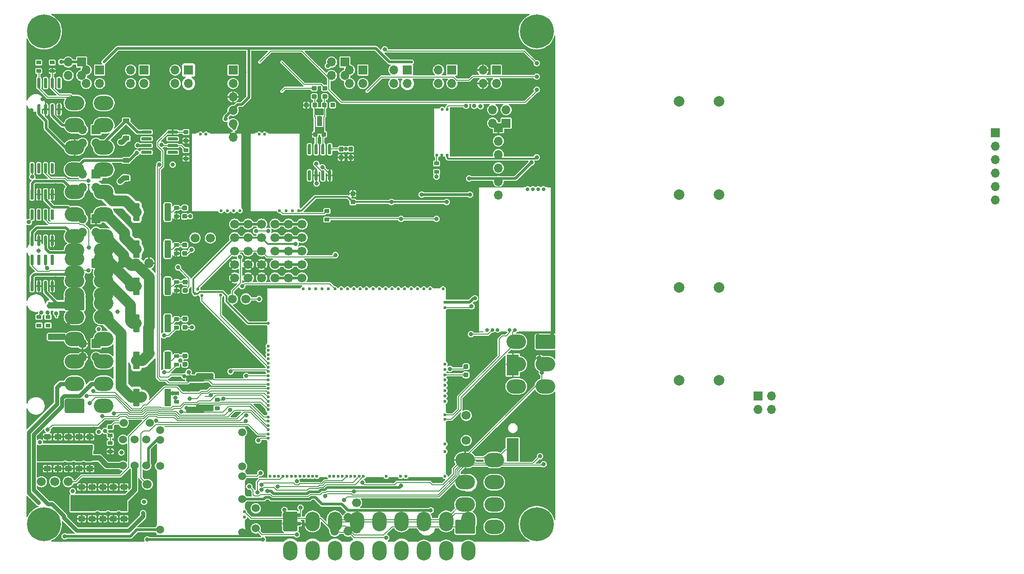
<source format=gbl>
G04 #@! TF.GenerationSoftware,KiCad,Pcbnew,8.0.9-8.0.9-0~ubuntu24.04.1*
G04 #@! TF.CreationDate,2025-12-27T20:23:21+00:00*
G04 #@! TF.ProjectId,uaefi,75616566-692e-46b6-9963-61645f706362,E*
G04 #@! TF.SameCoordinates,Original*
G04 #@! TF.FileFunction,Copper,L4,Bot*
G04 #@! TF.FilePolarity,Positive*
%FSLAX46Y46*%
G04 Gerber Fmt 4.6, Leading zero omitted, Abs format (unit mm)*
G04 Created by KiCad (PCBNEW 8.0.9-8.0.9-0~ubuntu24.04.1) date 2025-12-27 20:23:21*
%MOMM*%
%LPD*%
G01*
G04 APERTURE LIST*
G04 #@! TA.AperFunction,ComponentPad*
%ADD10O,1.700000X1.850000*%
G04 #@! TD*
G04 #@! TA.AperFunction,ComponentPad*
%ADD11R,1.700000X1.700000*%
G04 #@! TD*
G04 #@! TA.AperFunction,ComponentPad*
%ADD12O,1.700000X1.700000*%
G04 #@! TD*
G04 #@! TA.AperFunction,ComponentPad*
%ADD13C,1.700000*%
G04 #@! TD*
G04 #@! TA.AperFunction,ComponentPad*
%ADD14C,0.700000*%
G04 #@! TD*
G04 #@! TA.AperFunction,SMDPad,CuDef*
%ADD15R,1.100000X0.250000*%
G04 #@! TD*
G04 #@! TA.AperFunction,SMDPad,CuDef*
%ADD16R,0.980000X0.250000*%
G04 #@! TD*
G04 #@! TA.AperFunction,SMDPad,CuDef*
%ADD17R,6.300000X0.250000*%
G04 #@! TD*
G04 #@! TA.AperFunction,SMDPad,CuDef*
%ADD18R,0.250000X27.600000*%
G04 #@! TD*
G04 #@! TA.AperFunction,SMDPad,CuDef*
%ADD19R,8.750000X0.250000*%
G04 #@! TD*
G04 #@! TA.AperFunction,SMDPad,CuDef*
%ADD20R,0.950000X0.250000*%
G04 #@! TD*
G04 #@! TA.AperFunction,ComponentPad*
%ADD21C,2.000000*%
G04 #@! TD*
G04 #@! TA.AperFunction,ComponentPad*
%ADD22C,0.800000*%
G04 #@! TD*
G04 #@! TA.AperFunction,ComponentPad*
%ADD23C,6.400000*%
G04 #@! TD*
G04 #@! TA.AperFunction,ComponentPad*
%ADD24C,1.524000*%
G04 #@! TD*
G04 #@! TA.AperFunction,ComponentPad*
%ADD25O,3.700000X2.700000*%
G04 #@! TD*
G04 #@! TA.AperFunction,ComponentPad*
%ADD26C,0.600000*%
G04 #@! TD*
G04 #@! TA.AperFunction,SMDPad,CuDef*
%ADD27R,6.185000X0.250000*%
G04 #@! TD*
G04 #@! TA.AperFunction,SMDPad,CuDef*
%ADD28R,1.115000X0.250000*%
G04 #@! TD*
G04 #@! TA.AperFunction,SMDPad,CuDef*
%ADD29R,0.250000X14.275000*%
G04 #@! TD*
G04 #@! TA.AperFunction,SMDPad,CuDef*
%ADD30R,0.250000X15.100000*%
G04 #@! TD*
G04 #@! TA.AperFunction,SMDPad,CuDef*
%ADD31R,5.175000X0.250000*%
G04 #@! TD*
G04 #@! TA.AperFunction,SMDPad,CuDef*
%ADD32O,1.225000X0.200000*%
G04 #@! TD*
G04 #@! TA.AperFunction,SMDPad,CuDef*
%ADD33O,0.200000X9.300000*%
G04 #@! TD*
G04 #@! TA.AperFunction,ComponentPad*
%ADD34C,1.500000*%
G04 #@! TD*
G04 #@! TA.AperFunction,SMDPad,CuDef*
%ADD35O,0.200000X3.300000*%
G04 #@! TD*
G04 #@! TA.AperFunction,SMDPad,CuDef*
%ADD36O,0.200000X10.200000*%
G04 #@! TD*
G04 #@! TA.AperFunction,SMDPad,CuDef*
%ADD37O,0.200000X0.300000*%
G04 #@! TD*
G04 #@! TA.AperFunction,SMDPad,CuDef*
%ADD38O,17.000000X0.200000*%
G04 #@! TD*
G04 #@! TA.AperFunction,SMDPad,CuDef*
%ADD39O,15.400000X0.200000*%
G04 #@! TD*
G04 #@! TA.AperFunction,SMDPad,CuDef*
%ADD40O,0.200000X4.800000*%
G04 #@! TD*
G04 #@! TA.AperFunction,SMDPad,CuDef*
%ADD41O,0.200000X2.600000*%
G04 #@! TD*
G04 #@! TA.AperFunction,SMDPad,CuDef*
%ADD42O,0.200000X1.000000*%
G04 #@! TD*
G04 #@! TA.AperFunction,SMDPad,CuDef*
%ADD43O,0.200000X1.500000*%
G04 #@! TD*
G04 #@! TA.AperFunction,ComponentPad*
%ADD44C,0.599999*%
G04 #@! TD*
G04 #@! TA.AperFunction,SMDPad,CuDef*
%ADD45R,0.200000X3.700000*%
G04 #@! TD*
G04 #@! TA.AperFunction,SMDPad,CuDef*
%ADD46R,0.200000X0.400000*%
G04 #@! TD*
G04 #@! TA.AperFunction,SMDPad,CuDef*
%ADD47R,0.200000X1.600000*%
G04 #@! TD*
G04 #@! TA.AperFunction,SMDPad,CuDef*
%ADD48R,0.200000X9.700000*%
G04 #@! TD*
G04 #@! TA.AperFunction,SMDPad,CuDef*
%ADD49R,0.200000X2.300000*%
G04 #@! TD*
G04 #@! TA.AperFunction,SMDPad,CuDef*
%ADD50R,1.400000X0.200000*%
G04 #@! TD*
G04 #@! TA.AperFunction,SMDPad,CuDef*
%ADD51R,6.400000X0.200000*%
G04 #@! TD*
G04 #@! TA.AperFunction,SMDPad,CuDef*
%ADD52R,1.700000X0.200000*%
G04 #@! TD*
G04 #@! TA.AperFunction,SMDPad,CuDef*
%ADD53R,3.300000X0.200000*%
G04 #@! TD*
G04 #@! TA.AperFunction,SMDPad,CuDef*
%ADD54R,0.200000X7.000000*%
G04 #@! TD*
G04 #@! TA.AperFunction,SMDPad,CuDef*
%ADD55R,0.200000X3.300000*%
G04 #@! TD*
G04 #@! TA.AperFunction,SMDPad,CuDef*
%ADD56R,0.200000X6.300000*%
G04 #@! TD*
G04 #@! TA.AperFunction,ComponentPad*
%ADD57O,2.700000X3.700000*%
G04 #@! TD*
G04 #@! TA.AperFunction,SMDPad,CuDef*
%ADD58R,2.299995X4.399991*%
G04 #@! TD*
G04 #@! TA.AperFunction,SMDPad,CuDef*
%ADD59R,2.299995X3.999992*%
G04 #@! TD*
G04 #@! TA.AperFunction,ViaPad*
%ADD60C,0.800000*%
G04 #@! TD*
G04 #@! TA.AperFunction,ViaPad*
%ADD61C,3.300000*%
G04 #@! TD*
G04 #@! TA.AperFunction,Conductor*
%ADD62C,0.200000*%
G04 #@! TD*
G04 #@! TA.AperFunction,Conductor*
%ADD63C,1.000000*%
G04 #@! TD*
G04 #@! TA.AperFunction,Conductor*
%ADD64C,0.800000*%
G04 #@! TD*
G04 #@! TA.AperFunction,Conductor*
%ADD65C,0.300000*%
G04 #@! TD*
G04 #@! TA.AperFunction,Conductor*
%ADD66C,0.500000*%
G04 #@! TD*
G04 #@! TA.AperFunction,Conductor*
%ADD67C,2.000000*%
G04 #@! TD*
G04 #@! TA.AperFunction,Conductor*
%ADD68C,0.150000*%
G04 #@! TD*
G04 APERTURE END LIST*
G04 #@! TO.P,J21,1,Pin_1*
G04 #@! TO.N,/VBUS*
G04 #@! TA.AperFunction,ComponentPad*
G36*
G01*
X12465000Y52075000D02*
X12465000Y53425000D01*
G75*
G02*
X12715000Y53675000I250000J0D01*
G01*
X13915000Y53675000D01*
G75*
G02*
X14165000Y53425000I0J-250000D01*
G01*
X14165000Y52075000D01*
G75*
G02*
X13915000Y51825000I-250000J0D01*
G01*
X12715000Y51825000D01*
G75*
G02*
X12465000Y52075000I0J250000D01*
G01*
G37*
G04 #@! TD.AperFunction*
D10*
G04 #@! TO.P,J21,2,Pin_2*
G04 #@! TO.N,/USB-*
X15815000Y52750000D03*
G04 #@! TO.P,J21,3,Pin_3*
G04 #@! TO.N,/USB+*
X18315000Y52750000D03*
G04 #@! TO.P,J21,4,Pin_4*
G04 #@! TO.N,GND*
X20815000Y52750000D03*
G04 #@! TO.P,J21,5,Pin_5*
X23315000Y52750000D03*
G04 #@! TD*
D11*
G04 #@! TO.P,J10,1,Pin_1*
G04 #@! TO.N,+5VP*
X60300000Y90725000D03*
D12*
G04 #@! TO.P,J10,2,Pin_2*
X57760000Y90725000D03*
G04 #@! TO.P,J10,3,Pin_3*
G04 #@! TO.N,GNDA*
X60300000Y88185000D03*
G04 #@! TO.P,J10,4,Pin_4*
X57760000Y88185000D03*
G04 #@! TD*
D13*
G04 #@! TO.P,P8,1,Pin_1*
G04 #@! TO.N,Net-(M7-CANH)*
X83200000Y19300000D03*
G04 #@! TD*
D11*
G04 #@! TO.P,J20,1,Pin_1*
G04 #@! TO.N,GND*
X13315000Y61150000D03*
D12*
G04 #@! TO.P,J20,2,Pin_2*
G04 #@! TO.N,/IN_HALL3*
X10775000Y61150000D03*
G04 #@! TO.P,J20,3,Pin_3*
G04 #@! TO.N,/VR_DISCRETE+*
X13315000Y58610000D03*
G04 #@! TO.P,J20,4,Pin_4*
G04 #@! TO.N,/VR_MAX9924-*
X10775000Y58610000D03*
G04 #@! TD*
D14*
G04 #@! TO.P,M5,E1,LSU_Un*
G04 #@! TO.N,/6_WBO_Un*
X97775000Y66750000D03*
G04 #@! TO.P,M5,E2,LSU_Vm*
G04 #@! TO.N,/2_WBO_Vm*
X94775000Y66750000D03*
G04 #@! TO.P,M5,E3,LSU_Ip*
G04 #@! TO.N,/1_WBO_Ip*
X95775000Y66750000D03*
G04 #@! TO.P,M5,E4,LSU_Rtrim*
G04 #@! TO.N,/5_WBO_Rtrim*
X96775000Y66750000D03*
D15*
G04 #@! TO.P,M5,G,GND*
G04 #@! TO.N,GND*
X85925000Y39775000D03*
D16*
X90265000Y39775000D03*
D17*
X96225000Y39775000D03*
D18*
X85500000Y53450000D03*
X99250000Y53450000D03*
D19*
X89750000Y67125000D03*
D20*
X98900000Y67125000D03*
D14*
G04 #@! TO.P,M5,W1,V5_IN*
G04 #@! TO.N,+5VA*
X88125000Y40158800D03*
G04 #@! TO.P,M5,W2,CAN_VIO*
G04 #@! TO.N,unconnected-(M5-CAN_VIO-PadW2)*
X89125000Y40158800D03*
G04 #@! TO.P,M5,W3,CANL*
G04 #@! TO.N,/CAN-*
X92421000Y40158800D03*
G04 #@! TO.P,M5,W4,CANH*
G04 #@! TO.N,/CAN+*
X91405000Y40158800D03*
G04 #@! TO.P,M5,W9,VDDA*
G04 #@! TO.N,unconnected-(M5-VDDA-PadW9)*
X87125000Y40158800D03*
G04 #@! TD*
D21*
G04 #@! TO.P,C121,1*
G04 #@! TO.N,/gdi4/+Batt_filtered*
X123390000Y65730000D03*
G04 #@! TO.P,C121,2*
G04 #@! TO.N,GND*
X130890000Y65730000D03*
G04 #@! TD*
D13*
G04 #@! TO.P,P5,1,Pin_1*
G04 #@! TO.N,Net-(M6-UART2_RX_(PD6))*
X41600000Y46000000D03*
G04 #@! TD*
D11*
G04 #@! TO.P,J2,1,Pin_1*
G04 #@! TO.N,/IN_BUTTON1*
X10600000Y90725000D03*
D12*
G04 #@! TO.P,J2,2,Pin_2*
G04 #@! TO.N,/IN_AUX1*
X8060000Y90725000D03*
G04 #@! TO.P,J2,3,Pin_3*
G04 #@! TO.N,/IN_BUTTON2*
X10600000Y88185000D03*
G04 #@! TO.P,J2,4,Pin_4*
G04 #@! TO.N,/IN_MAP*
X8060000Y88185000D03*
G04 #@! TD*
D11*
G04 #@! TO.P,J17,1,Pin_1*
G04 #@! TO.N,Net-(J17-Pin_1)*
X39190000Y89225000D03*
D12*
G04 #@! TO.P,J17,2,Pin_2*
G04 #@! TO.N,Net-(J17-Pin_2)*
X39190000Y86685000D03*
G04 #@! TO.P,J17,3,Pin_3*
G04 #@! TO.N,GND*
X39190000Y84145000D03*
G04 #@! TO.P,J17,4,Pin_4*
G04 #@! TO.N,Net-(J17-Pin_4)*
X39190000Y81605000D03*
G04 #@! TO.P,J17,5,Pin_5*
G04 #@! TO.N,Net-(J17-Pin_5)*
X39190000Y79065000D03*
G04 #@! TO.P,J17,6,Pin_6*
G04 #@! TO.N,unconnected-(J17-Pin_6-Pad6)*
X39190000Y76525000D03*
G04 #@! TD*
D13*
G04 #@! TO.P,P1,1,Pin_1*
G04 #@! TO.N,/VR_DISCRETE*
X32000000Y57500000D03*
G04 #@! TD*
G04 #@! TO.P,P2,1,Pin_1*
G04 #@! TO.N,/VR_MAX9924*
X34900000Y57500000D03*
G04 #@! TD*
D21*
G04 #@! TO.P,C130,1*
G04 #@! TO.N,Vdrive*
X123390000Y30630000D03*
G04 #@! TO.P,C130,2*
G04 #@! TO.N,/gdi4/Vdrive_shunt*
X130890000Y30630000D03*
G04 #@! TD*
D13*
G04 #@! TO.P,P15,1,Pin_1*
G04 #@! TO.N,/gdi4/CSB*
X5540000Y11500000D03*
G04 #@! TD*
D22*
G04 #@! TO.P,H1,1*
G04 #@! TO.N,N/C*
X1100000Y96500000D03*
X1802944Y98197056D03*
X1802944Y94802944D03*
X3500000Y98900000D03*
D23*
X3500000Y96500000D03*
D22*
X3500000Y94100000D03*
X5197056Y98197056D03*
X5197056Y94802944D03*
X5900000Y96500000D03*
G04 #@! TD*
G04 #@! TO.P,H4,1*
G04 #@! TO.N,N/C*
X94100000Y96500000D03*
X94802944Y98197056D03*
X94802944Y94802944D03*
X96500000Y98900000D03*
D23*
X96500000Y96500000D03*
D22*
X96500000Y94100000D03*
X98197056Y98197056D03*
X98197056Y94802944D03*
X98900000Y96500000D03*
G04 #@! TD*
D24*
G04 #@! TO.P,F4,1,1*
G04 #@! TO.N,+12V*
X18400000Y19450000D03*
G04 #@! TO.P,F4,2,2*
G04 #@! TO.N,/DC Driver 2/PWR*
X18400000Y14550000D03*
G04 #@! TD*
G04 #@! TO.P,J7,1,Pin_1*
G04 #@! TO.N,/OUT_DC1-*
G04 #@! TA.AperFunction,ComponentPad*
G36*
G01*
X84599999Y1650000D02*
X81400001Y1650000D01*
G75*
G02*
X81150000Y1900001I0J250001D01*
G01*
X81150000Y4099999D01*
G75*
G02*
X81400001Y4350000I250001J0D01*
G01*
X84599999Y4350000D01*
G75*
G02*
X84850000Y4099999I0J-250001D01*
G01*
X84850000Y1900001D01*
G75*
G02*
X84599999Y1650000I-250001J0D01*
G01*
G37*
G04 #@! TD.AperFunction*
D25*
G04 #@! TO.P,J7,2,Pin_2*
G04 #@! TO.N,/OUT_DC2-*
X83000000Y7200000D03*
G04 #@! TO.P,J7,3,Pin_3*
G04 #@! TO.N,GND*
X83000000Y11400000D03*
G04 #@! TO.P,J7,4,Pin_4*
X83000000Y15600000D03*
G04 #@! TO.P,J7,5,Pin_5*
G04 #@! TO.N,/OUT_DC1+*
X88500000Y3000000D03*
G04 #@! TO.P,J7,6,Pin_6*
G04 #@! TO.N,/OUT_DC2+*
X88500000Y7200000D03*
G04 #@! TO.P,J7,7,Pin_7*
G04 #@! TO.N,/12V_KEY*
X88500000Y11400000D03*
G04 #@! TO.P,J7,8,Pin_8*
G04 #@! TO.N,+12V*
X88500000Y15600000D03*
G04 #@! TD*
D13*
G04 #@! TO.P,P4,1,Pin_1*
G04 #@! TO.N,Net-(M6-LED_YELLOW)*
X62500000Y7500000D03*
G04 #@! TD*
D21*
G04 #@! TO.P,C128,1*
G04 #@! TO.N,Vdrive*
X123390000Y48180000D03*
G04 #@! TO.P,C128,2*
G04 #@! TO.N,/gdi4/Vdrive_shunt*
X130890000Y48180000D03*
G04 #@! TD*
D22*
G04 #@! TO.P,H2,1*
G04 #@! TO.N,N/C*
X1100000Y3500000D03*
X1802944Y5197056D03*
X1802944Y1802944D03*
X3500000Y5900000D03*
D23*
X3500000Y3500000D03*
D22*
X3500000Y1100000D03*
X5197056Y5197056D03*
X5197056Y1802944D03*
X5900000Y3500000D03*
G04 #@! TD*
D26*
G04 #@! TO.P,M3,E1,Thresh_IN*
G04 #@! TO.N,/VR_DISCRETE_THR*
X49175000Y62675000D03*
G04 #@! TO.P,M3,E2,OUT_A*
G04 #@! TO.N,/VR_DISCRETE_A*
X47975000Y62675000D03*
G04 #@! TO.P,M3,E3,OUT*
G04 #@! TO.N,/VR_DISCRETE*
X50375000Y62675000D03*
G04 #@! TO.P,M3,E4,V5_IN*
G04 #@! TO.N,+5VA*
X51575000Y62675000D03*
D27*
G04 #@! TO.P,M3,G,GND*
G04 #@! TO.N,GND*
X48907500Y77325000D03*
D28*
X42857500Y77325000D03*
D29*
X51875000Y70312500D03*
D30*
X42425000Y69900000D03*
D31*
X44887500Y62475000D03*
D26*
G04 #@! TO.P,M3,W1,VR-*
G04 #@! TO.N,/VR_DISCRETE-*
X45115000Y77100000D03*
G04 #@! TO.P,M3,W2,VR+*
G04 #@! TO.N,/VR_DISCRETE+*
X44115000Y77100000D03*
G04 #@! TD*
D13*
G04 #@! TO.P,P17,1,Pin_1*
G04 #@! TO.N,/gdi4/RESETB*
X3000000Y11500000D03*
G04 #@! TD*
D11*
G04 #@! TO.P,J8,1,Pin_1*
G04 #@! TO.N,/OUT_LS2*
X58375000Y4700000D03*
D12*
G04 #@! TO.P,J8,2,Pin_2*
G04 #@! TO.N,/OUT_LS_HOT1*
X58375000Y2160000D03*
G04 #@! TO.P,J8,3,Pin_3*
G04 #@! TO.N,/OUT_LS3*
X60915000Y4700000D03*
G04 #@! TO.P,J8,4,Pin_4*
G04 #@! TO.N,/OUT_LS_HOT2*
X60915000Y2160000D03*
G04 #@! TD*
D11*
G04 #@! TO.P,J25,1,Pin_1*
G04 #@! TO.N,/gdi4/UART_TX*
X138240000Y27680000D03*
D12*
G04 #@! TO.P,J25,2,Pin_2*
G04 #@! TO.N,/gdi4/UART_RX*
X140780000Y27680000D03*
G04 #@! TO.P,J25,3,Pin_3*
G04 #@! TO.N,GND*
X138240000Y25140000D03*
G04 #@! TO.P,J25,4,Pin_4*
G04 #@! TO.N,+5V*
X140780000Y25140000D03*
G04 #@! TD*
D24*
G04 #@! TO.P,F3,1,1*
G04 #@! TO.N,+12V*
X20600000Y19450000D03*
G04 #@! TO.P,F3,2,2*
G04 #@! TO.N,/DC Driver 1/PWR*
X20600000Y14550000D03*
G04 #@! TD*
D26*
G04 #@! TO.P,M2,E1,V5A*
G04 #@! TO.N,+5VA*
X79574999Y73125000D03*
D32*
G04 #@! TO.P,M2,E2,GND*
G04 #@! TO.N,GND*
X77599999Y82025000D03*
D33*
X80174999Y77475000D03*
X77074999Y77475000D03*
D26*
X78624999Y73125000D03*
G04 #@! TO.P,M2,E3,OUT_KNOCK*
G04 #@! TO.N,/IN_KNOCK*
X77675001Y73125000D03*
G04 #@! TO.P,M2,W1,IN_KNOCK*
G04 #@! TO.N,/IN_KNOCK_RAW*
X78674999Y81825000D03*
G04 #@! TO.P,M2,W2,VREF*
G04 #@! TO.N,/VREF1*
X79574999Y81825000D03*
G04 #@! TD*
D13*
G04 #@! TO.P,P18,1,Pin_1*
G04 #@! TO.N,/gdi4/FLAG_0*
X23000000Y11000000D03*
G04 #@! TD*
D21*
G04 #@! TO.P,C114,1*
G04 #@! TO.N,+BATT*
X123390000Y83280000D03*
G04 #@! TO.P,C114,2*
G04 #@! TO.N,GND*
X130890000Y83280000D03*
G04 #@! TD*
D34*
G04 #@! TO.P,M1,E1,VBAT*
G04 #@! TO.N,/VBAT*
X40874995Y20824999D03*
G04 #@! TO.P,M1,E2,V12*
G04 #@! TO.N,unconnected-(M1-V12-PadE2)*
X40874995Y14425002D03*
G04 #@! TO.P,M1,E3,VIGN*
G04 #@! TO.N,/VIGN*
X40874995Y12524999D03*
G04 #@! TO.P,M1,E4,V5*
G04 #@! TO.N,+5V*
X40874995Y8224999D03*
D26*
G04 #@! TO.P,M1,E5,EN_5VP*
G04 #@! TO.N,/PWR_EN*
X41324994Y5825002D03*
G04 #@! TO.P,M1,E6,PG_5VP*
G04 #@! TO.N,Net-(M1-PG_5VP)*
X41324994Y4825001D03*
D35*
G04 #@! TO.P,M1,S1,GND*
G04 #@! TO.N,GND*
X24724999Y16974999D03*
D36*
X24724999Y8475001D03*
D37*
X24724999Y1374999D03*
D38*
X33124997Y1324999D03*
D39*
X33924998Y21924999D03*
D34*
X40874995Y1974999D03*
D37*
X41524996Y21874999D03*
D40*
X41524996Y17675001D03*
D41*
X41524996Y10324999D03*
D42*
X41524996Y6825002D03*
D43*
X41524996Y3525001D03*
D34*
G04 #@! TO.P,M1,V1,V12_PERM*
G04 #@! TO.N,+12V_RAW*
X25374998Y21275001D03*
G04 #@! TO.P,M1,V2,IN_VIGN*
G04 #@! TO.N,/IN_VIGN*
X25374998Y19425002D03*
G04 #@! TO.P,M1,V3,V12_RAW*
G04 #@! TO.N,+12V_RAW*
X25374998Y14474999D03*
G04 #@! TO.P,M1,V4,5VP*
G04 #@! TO.N,+5VP*
X25374998Y2425001D03*
G04 #@! TD*
D13*
G04 #@! TO.P,P6,1,Pin_1*
G04 #@! TO.N,Net-(M6-UART2_TX_(PD5))*
X39060000Y46000000D03*
G04 #@! TD*
D44*
G04 #@! TO.P,M7,V1,V5*
G04 #@! TO.N,+5VA*
X31999999Y46975001D03*
G04 #@! TO.P,M7,V2,CAN_VIO*
G04 #@! TO.N,+3.3VA*
X32524999Y47850003D03*
G04 #@! TO.P,M7,V5,CAN_TX*
G04 #@! TO.N,Net-(M6-SPI2_SCK_{slash}_CAN2_TX_(PB13))*
X33274997Y46674999D03*
G04 #@! TO.P,M7,V6,CAN_RX*
G04 #@! TO.N,Net-(M6-SPI2_CS_{slash}_CAN2_RX_(PB12))*
X36824998Y46750002D03*
G04 #@! TD*
D11*
G04 #@! TO.P,J28,1,Pin_1*
G04 #@! TO.N,+3.3V*
X183080000Y77380000D03*
D12*
G04 #@! TO.P,J28,2,Pin_2*
G04 #@! TO.N,/gdi4/SWCLK*
X183080000Y74840000D03*
G04 #@! TO.P,J28,3,Pin_3*
G04 #@! TO.N,GND*
X183080000Y72300000D03*
G04 #@! TO.P,J28,4,Pin_4*
G04 #@! TO.N,/gdi4/SWDIO*
X183080000Y69760000D03*
G04 #@! TO.P,J28,5,Pin_5*
G04 #@! TO.N,/gdi4/nRESET*
X183080000Y67220000D03*
G04 #@! TO.P,J28,6,Pin_6*
G04 #@! TO.N,unconnected-(J28-Pin_6-Pad6)*
X183080000Y64680000D03*
G04 #@! TD*
D11*
G04 #@! TO.P,J11,1,Pin_1*
G04 #@! TO.N,/IN_PPS2*
X80490000Y89225000D03*
D12*
G04 #@! TO.P,J11,2,Pin_2*
G04 #@! TO.N,/IN_AUX2*
X77950000Y89225000D03*
G04 #@! TO.P,J11,3,Pin_3*
G04 #@! TO.N,/IN_TPS2*
X80490000Y86685000D03*
G04 #@! TO.P,J11,4,Pin_4*
G04 #@! TO.N,GNDA*
X77950000Y86685000D03*
G04 #@! TD*
G04 #@! TO.P,J5,1,Pin_1*
G04 #@! TO.N,+5VP*
G04 #@! TA.AperFunction,ComponentPad*
G36*
G01*
X10874999Y43850000D02*
X7675001Y43850000D01*
G75*
G02*
X7425000Y44100001I0J250001D01*
G01*
X7425000Y46299999D01*
G75*
G02*
X7675001Y46550000I250001J0D01*
G01*
X10874999Y46550000D01*
G75*
G02*
X11125000Y46299999I0J-250001D01*
G01*
X11125000Y44100001D01*
G75*
G02*
X10874999Y43850000I-250001J0D01*
G01*
G37*
G04 #@! TD.AperFunction*
D25*
G04 #@! TO.P,J5,2,Pin_2*
X9275000Y49400000D03*
G04 #@! TO.P,J5,3,Pin_3*
G04 #@! TO.N,/IN_AUX2*
X9275000Y53600000D03*
G04 #@! TO.P,J5,4,Pin_4*
G04 #@! TO.N,/IN_PPS2*
X9275000Y57800000D03*
G04 #@! TO.P,J5,5,Pin_5*
G04 #@! TO.N,/IN_HALL1*
X9275000Y62000000D03*
G04 #@! TO.P,J5,6,Pin_6*
G04 #@! TO.N,/IN_HALL2*
X9275000Y66200000D03*
G04 #@! TO.P,J5,7,Pin_7*
G04 #@! TO.N,/IN_HALL3*
X9275000Y70400000D03*
G04 #@! TO.P,J5,8,Pin_8*
G04 #@! TO.N,GND*
X9275000Y74600000D03*
G04 #@! TO.P,J5,9,Pin_9*
G04 #@! TO.N,/IN_BUTTON3*
X9275000Y78800000D03*
G04 #@! TO.P,J5,10,Pin_10*
G04 #@! TO.N,/EGT+*
X9275000Y83000000D03*
G04 #@! TO.P,J5,11,Pin_11*
G04 #@! TO.N,GNDA*
X14775000Y45200000D03*
G04 #@! TO.P,J5,12,Pin_12*
X14775000Y49400000D03*
G04 #@! TO.P,J5,13,Pin_13*
X14775000Y53600000D03*
G04 #@! TO.P,J5,14,Pin_14*
G04 #@! TO.N,/IN_TPS2*
X14775000Y57800000D03*
G04 #@! TO.P,J5,15,Pin_15*
G04 #@! TO.N,/IN_AUX3*
X14775000Y62000000D03*
G04 #@! TO.P,J5,16,Pin_16*
G04 #@! TO.N,/VR_MAX9924+*
X14775000Y66200000D03*
G04 #@! TO.P,J5,17,Pin_17*
G04 #@! TO.N,/VR_MAX9924-*
X14775000Y70400000D03*
G04 #@! TO.P,J5,18,Pin_18*
G04 #@! TO.N,/VR_DISCRETE+*
X14775000Y74600000D03*
G04 #@! TO.P,J5,19,Pin_19*
G04 #@! TO.N,/VR_DISCRETE-*
X14775000Y78800000D03*
G04 #@! TO.P,J5,20,Pin_20*
G04 #@! TO.N,/EGT-*
X14775000Y83000000D03*
G04 #@! TD*
D11*
G04 #@! TO.P,J1,1,Pin_1*
G04 #@! TO.N,+12V*
X88890000Y89225000D03*
D12*
G04 #@! TO.P,J1,2,Pin_2*
G04 #@! TO.N,GND*
X86350000Y89225000D03*
G04 #@! TO.P,J1,3,Pin_3*
G04 #@! TO.N,/12V_KEY*
X88890000Y86685000D03*
G04 #@! TO.P,J1,4,Pin_4*
G04 #@! TO.N,GND*
X86350000Y86685000D03*
G04 #@! TD*
D11*
G04 #@! TO.P,J3,1,Pin_1*
G04 #@! TO.N,+5VP*
X90725000Y79200000D03*
D12*
G04 #@! TO.P,J3,2,Pin_2*
X90725000Y81740000D03*
G04 #@! TO.P,J3,3,Pin_3*
G04 #@! TO.N,GNDA*
X88185000Y79200000D03*
G04 #@! TO.P,J3,4,Pin_4*
X88185000Y81740000D03*
G04 #@! TD*
D11*
G04 #@! TO.P,J16,1,Pin_1*
G04 #@! TO.N,/OUT_IGN2*
X30790000Y89225000D03*
D12*
G04 #@! TO.P,J16,2,Pin_2*
G04 #@! TO.N,/OUT_INJ2*
X28250000Y89225000D03*
G04 #@! TO.P,J16,3,Pin_3*
G04 #@! TO.N,/OUT_IGN5*
X30790000Y86685000D03*
G04 #@! TO.P,J16,4,Pin_4*
G04 #@! TO.N,/OUT_INJ3*
X28250000Y86685000D03*
G04 #@! TD*
D24*
G04 #@! TO.P,F1,1,1*
G04 #@! TO.N,/12V_KEY*
X22800000Y19450000D03*
G04 #@! TO.P,F1,2,2*
G04 #@! TO.N,/IN_VIGN*
X22800000Y14550000D03*
G04 #@! TD*
D13*
G04 #@! TO.P,G3,1*
G04 #@! TO.N,GND*
X39500000Y49960000D03*
G04 #@! TO.P,G3,2*
X39500000Y52500000D03*
G04 #@! TO.P,G3,3*
G04 #@! TO.N,+3.3VA*
X39500000Y55040000D03*
G04 #@! TO.P,G3,4*
G04 #@! TO.N,+5VA*
X39500000Y57580000D03*
G04 #@! TO.P,G3,5*
G04 #@! TO.N,+12V_RAW*
X39500000Y60120000D03*
G04 #@! TO.P,G3,6*
G04 #@! TO.N,GND*
X42040000Y49960000D03*
G04 #@! TO.P,G3,7*
X42040000Y52500000D03*
G04 #@! TO.P,G3,8*
G04 #@! TO.N,+3.3VA*
X42040000Y55040000D03*
G04 #@! TO.P,G3,9*
G04 #@! TO.N,+5VA*
X42040000Y57580000D03*
G04 #@! TO.P,G3,10*
G04 #@! TO.N,+12V_RAW*
X42040000Y60120000D03*
G04 #@! TO.P,G3,11*
G04 #@! TO.N,GND*
X44580000Y49960000D03*
G04 #@! TO.P,G3,12*
X44580000Y52500000D03*
G04 #@! TO.P,G3,13*
G04 #@! TO.N,+3.3VA*
X44580000Y55040000D03*
G04 #@! TO.P,G3,14*
G04 #@! TO.N,+5VA*
X44580000Y57580000D03*
G04 #@! TO.P,G3,15*
G04 #@! TO.N,+12V_RAW*
X44580000Y60120000D03*
G04 #@! TD*
G04 #@! TO.P,P3,1,Pin_1*
G04 #@! TO.N,Net-(M6-LED_GREEN)*
X62500000Y2500000D03*
G04 #@! TD*
D24*
G04 #@! TO.P,R4,1,1*
G04 #@! TO.N,Net-(M1-PG_5VP)*
X43474609Y6474609D03*
G04 #@! TO.P,R4,2,2*
G04 #@! TO.N,/PG_5VP*
X43474609Y2664609D03*
G04 #@! TD*
D11*
G04 #@! TO.P,J24,1,Pin_1*
G04 #@! TO.N,GND*
X89265000Y78350000D03*
D12*
G04 #@! TO.P,J24,2,Pin_2*
G04 #@! TO.N,Vdrive*
X89265000Y75810000D03*
G04 #@! TO.P,J24,3,Pin_3*
G04 #@! TO.N,+BATT*
X89265000Y73270000D03*
G04 #@! TO.P,J24,4,Pin_4*
G04 #@! TO.N,+5V*
X89265000Y70730000D03*
G04 #@! TO.P,J24,5,Pin_5*
G04 #@! TO.N,+3.3V*
X89265000Y68190000D03*
G04 #@! TO.P,J24,6,Pin_6*
G04 #@! TO.N,GND*
X89265000Y65650000D03*
G04 #@! TD*
G04 #@! TO.P,J4,1,Pin_1*
G04 #@! TO.N,/IN_AUX1*
G04 #@! TA.AperFunction,ComponentPad*
G36*
G01*
X10874999Y24450000D02*
X7675001Y24450000D01*
G75*
G02*
X7425000Y24700001I0J250001D01*
G01*
X7425000Y26899999D01*
G75*
G02*
X7675001Y27150000I250001J0D01*
G01*
X10874999Y27150000D01*
G75*
G02*
X11125000Y26899999I0J-250001D01*
G01*
X11125000Y24700001D01*
G75*
G02*
X10874999Y24450000I-250001J0D01*
G01*
G37*
G04 #@! TD.AperFunction*
D25*
G04 #@! TO.P,J4,2,Pin_2*
G04 #@! TO.N,/IN_BUTTON1*
X9275000Y30000000D03*
G04 #@! TO.P,J4,3,Pin_3*
G04 #@! TO.N,+5VP*
X9275000Y34200000D03*
G04 #@! TO.P,J4,4,Pin_4*
X9275000Y38400000D03*
G04 #@! TO.P,J4,5,Pin_5*
G04 #@! TO.N,/IN_FLEX*
X9275000Y42600000D03*
G04 #@! TO.P,J4,6,Pin_6*
G04 #@! TO.N,/IN_PPS1*
X9275000Y46800000D03*
G04 #@! TO.P,J4,7,Pin_7*
G04 #@! TO.N,/CAN+*
X9275000Y51000000D03*
G04 #@! TO.P,J4,8,Pin_8*
G04 #@! TO.N,/CAN-*
X9275000Y55200000D03*
G04 #@! TO.P,J4,9,Pin_9*
G04 #@! TO.N,/IN_MAP*
X14775000Y25800000D03*
G04 #@! TO.P,J4,10,Pin_10*
G04 #@! TO.N,/IN_BUTTON2*
X14775000Y30000000D03*
G04 #@! TO.P,J4,11,Pin_11*
G04 #@! TO.N,GNDA*
X14775000Y34200000D03*
G04 #@! TO.P,J4,12,Pin_12*
X14775000Y38400000D03*
G04 #@! TO.P,J4,13,Pin_13*
G04 #@! TO.N,/IN_TPS1*
X14775000Y42600000D03*
G04 #@! TO.P,J4,14,Pin_14*
G04 #@! TO.N,/IN_KNOCK_RAW*
X14775000Y46800000D03*
G04 #@! TO.P,J4,15,Pin_15*
G04 #@! TO.N,/IN_IAT*
X14775000Y51000000D03*
G04 #@! TO.P,J4,16,Pin_16*
G04 #@! TO.N,/IN_CLT*
X14775000Y55200000D03*
G04 #@! TD*
D13*
G04 #@! TO.P,P7,1,Pin_1*
G04 #@! TO.N,Net-(M7-CANL)*
X83200000Y24000000D03*
G04 #@! TD*
D26*
G04 #@! TO.P,M6,E1,V5A_SWITCHABLE*
G04 #@! TO.N,+5VA*
X45800010Y41400000D03*
G04 #@! TO.P,M6,E2,GNDA*
G04 #@! TO.N,unconnected-(M6-GNDA-PadE2)*
X45800000Y37100000D03*
G04 #@! TO.P,M6,E3,I2C_SCL_(PB10)*
G04 #@! TO.N,unconnected-(M6-I2C_SCL_(PB10)-PadE3)*
X45800000Y36300010D03*
G04 #@! TO.P,M6,E4,I2C_SDA_(PB11)*
G04 #@! TO.N,unconnected-(M6-I2C_SDA_(PB11)-PadE4)*
X45800000Y35500000D03*
G04 #@! TO.P,M6,E5,IN_VIGN_(PA5)*
G04 #@! TO.N,/VIGN*
X45800000Y34700000D03*
G04 #@! TO.P,M6,E6,SPI2_CS_/_CAN2_RX_(PB12)*
G04 #@! TO.N,Net-(M6-SPI2_CS_{slash}_CAN2_RX_(PB12))*
X45800000Y33900000D03*
G04 #@! TO.P,M6,E7,SPI2_SCK_/_CAN2_TX_(PB13)*
G04 #@! TO.N,Net-(M6-SPI2_SCK_{slash}_CAN2_TX_(PB13))*
X45800000Y33100000D03*
G04 #@! TO.P,M6,E8,SPI2_MISO_(PB14)*
G04 #@! TO.N,/DC1_DIS*
X45800000Y32300000D03*
G04 #@! TO.P,M6,E9,SPI2_MOSI_(PB15)*
G04 #@! TO.N,/DC2_DIR*
X45800000Y31500000D03*
G04 #@! TO.P,M6,E10,OUT_INJ8_(PD12)*
G04 #@! TO.N,/LS2*
X45800000Y30700000D03*
G04 #@! TO.P,M6,E11,OUT_INJ7_(PD15)*
G04 #@! TO.N,/LS1*
X45800000Y29900000D03*
G04 #@! TO.P,M6,E12,OUT_INJ6_(PA8)*
G04 #@! TO.N,/INJ6*
X45800000Y29100000D03*
G04 #@! TO.P,M6,E13,OUT_INJ5_(PD2)*
G04 #@! TO.N,/INJ5*
X45800000Y28300000D03*
G04 #@! TO.P,M6,E14,OUT_INJ4_(PD10)*
G04 #@! TO.N,/INJ4*
X45800000Y27500000D03*
G04 #@! TO.P,M6,E15,OUT_INJ3_(PD11)*
G04 #@! TO.N,/INJ3*
X45800000Y26700000D03*
G04 #@! TO.P,M6,E16,OUT_INJ2_(PA9)*
G04 #@! TO.N,/INJ2*
X45800010Y25900010D03*
G04 #@! TO.P,M6,E17,OUT_INJ1_(PD3)*
G04 #@! TO.N,/INJ1*
X45800000Y25100000D03*
G04 #@! TO.P,M6,E18,OUT_PWM1_(PD13)*
G04 #@! TO.N,/LS3*
X45800000Y23700000D03*
G04 #@! TO.P,M6,E19,OUT_PWM2_(PC6)*
G04 #@! TO.N,/LS4*
X45800000Y22900010D03*
G04 #@! TO.P,M6,E20,OUT_PWM3_(PC7)*
G04 #@! TO.N,/DC1_PWM*
X45800000Y22100010D03*
G04 #@! TO.P,M6,E21,OUT_PWM4_(PC8)*
G04 #@! TO.N,/DC1_DIR*
X45800000Y21300010D03*
G04 #@! TO.P,M6,E22,OUT_PWM5_(PC9)*
G04 #@! TO.N,/DC2_PWM*
X45800000Y20500010D03*
G04 #@! TO.P,M6,E23,OUT_PWM6_(PD14)*
G04 #@! TO.N,/VR_DISCRETE_THR*
X45800000Y19700000D03*
D45*
G04 #@! TO.P,M6,G,GND*
G04 #@! TO.N,GND*
X79400010Y14850010D03*
D46*
X79400010Y17900000D03*
D45*
X79400010Y20950010D03*
D47*
X79400010Y25400000D03*
D48*
X79400010Y39050000D03*
D49*
X79400010Y47050000D03*
D50*
X77600000Y48100010D03*
D51*
X75500010Y12300010D03*
D52*
X69450010Y12300010D03*
D53*
X65950010Y12300010D03*
D50*
X56200010Y12300010D03*
D51*
X48700010Y48100010D03*
D54*
X45600000Y15699990D03*
D46*
X45600000Y24400010D03*
D55*
X45600000Y39250010D03*
D56*
X45600000Y45050010D03*
D26*
G04 #@! TO.P,M6,N1,VBUS*
G04 #@! TO.N,/VBUS*
X46200000Y12500000D03*
G04 #@! TO.P,M6,N2,USBM_(PA11)*
G04 #@! TO.N,/USB-*
X47000000Y12500000D03*
G04 #@! TO.P,M6,N3,USBP_(PA12)*
G04 #@! TO.N,/USB+*
X47800000Y12500000D03*
G04 #@! TO.P,M6,N4,USBID_(PA10)*
G04 #@! TO.N,/DC2_DIS*
X48600010Y12500000D03*
G04 #@! TO.P,M6,N5,SWDIO_(PA13)*
G04 #@! TO.N,unconnected-(M6-SWDIO_(PA13)-PadN5)*
X49400000Y12500000D03*
G04 #@! TO.P,M6,N6,SWCLK_(PA14)*
G04 #@! TO.N,unconnected-(M6-SWCLK_(PA14)-PadN6)*
X50200000Y12500000D03*
G04 #@! TO.P,M6,N7,nReset*
G04 #@! TO.N,unconnected-(M6-nReset-PadN7)*
X51000000Y12500000D03*
G04 #@! TO.P,M6,N8,SWO_(PB3)*
G04 #@! TO.N,unconnected-(M6-SWO_(PB3)-PadN8)*
X51800010Y12500000D03*
G04 #@! TO.P,M6,N9,SPI3_CS_(PA15)*
G04 #@! TO.N,/EGT/SPI_CS*
X52600000Y12500010D03*
G04 #@! TO.P,M6,N10,SPI3_SCK_(PC10)*
G04 #@! TO.N,/SCK3*
X53400000Y12500010D03*
G04 #@! TO.P,M6,N11,SPI3_MISO_(PC11)*
G04 #@! TO.N,/MISO3*
X54200000Y12500010D03*
G04 #@! TO.P,M6,N12,SPI3_MOSI_(PC12)*
G04 #@! TO.N,/PG_5VP*
X55000000Y12500010D03*
G04 #@! TO.P,M6,N13,UART2_TX_(PD5)*
G04 #@! TO.N,Net-(M6-UART2_TX_(PD5))*
X57400010Y12500010D03*
G04 #@! TO.P,M6,N14,UART2_RX_(PD6)*
G04 #@! TO.N,Net-(M6-UART2_RX_(PD6))*
X58200010Y12500010D03*
G04 #@! TO.P,M6,N14a,LED_GREEN*
G04 #@! TO.N,Net-(M6-LED_GREEN)*
X59000000Y12500000D03*
G04 #@! TO.P,M6,N14b,LED_YELLOW*
G04 #@! TO.N,Net-(M6-LED_YELLOW)*
X59800010Y12500000D03*
G04 #@! TO.P,M6,N15,V33_SWITCHABLE*
G04 #@! TO.N,+3.3VA*
X60600010Y12500000D03*
G04 #@! TO.P,M6,N16,BOOT0*
G04 #@! TO.N,unconnected-(M6-BOOT0-PadN16)*
X61400010Y12500000D03*
G04 #@! TO.P,M6,N17,VBAT*
G04 #@! TO.N,/VBAT*
X62200010Y12500000D03*
G04 #@! TO.P,M6,N18,UART8_RX_(PE0)*
G04 #@! TO.N,/VR_DISCRETE*
X63000010Y12500010D03*
G04 #@! TO.P,M6,N19,UART8_TX_(PE1)*
G04 #@! TO.N,/VR_MAX9924*
X63800010Y12500010D03*
G04 #@! TO.P,M6,N20,OUT_PWR_EN_(PE10)*
G04 #@! TO.N,/PWR_EN*
X68100010Y12500010D03*
G04 #@! TO.P,M6,N21,V33*
G04 #@! TO.N,+3.3V*
X70800010Y12500010D03*
G04 #@! TO.P,M6,N22,VCC*
G04 #@! TO.N,+5V*
X71800000Y12500010D03*
G04 #@! TO.P,M6,N23,V33*
G04 #@! TO.N,unconnected-(M6-V33-PadN23)*
X79200010Y12500010D03*
G04 #@! TO.P,M6,S1,IN_D4_(PE15)*
G04 #@! TO.N,/IN_BUTTON3*
X52399990Y47900010D03*
G04 #@! TO.P,M6,S2,IN_D3_(PE14)*
G04 #@! TO.N,/IN_HALL3*
X53600000Y47900010D03*
G04 #@! TO.P,M6,S3,IN_D2_(PE13)*
G04 #@! TO.N,/IN_HALL2*
X54800000Y47900010D03*
G04 #@! TO.P,M6,S4,IN_D1_(PE12)*
G04 #@! TO.N,/IN_HALL1*
X56000000Y47900010D03*
G04 #@! TO.P,M6,S5,VREF2*
G04 #@! TO.N,unconnected-(M6-VREF2-PadS5)*
X57200000Y47900010D03*
G04 #@! TO.P,M6,S6,IN_AUX4_(PC5)*
G04 #@! TO.N,/IN_VMAIN*
X58400000Y47900010D03*
G04 #@! TO.P,M6,S7,IN_AUX3_(PA7)*
G04 #@! TO.N,/IN_AUX3*
X59600000Y47900010D03*
G04 #@! TO.P,M6,S8,IN_AUX2_(PC4/PE9)*
G04 #@! TO.N,/IN_PPS2*
X60800000Y47900010D03*
G04 #@! TO.P,M6,S9,IN_AUX1_(PB0)*
G04 #@! TO.N,/IN_TPS2*
X62000000Y47900010D03*
G04 #@! TO.P,M6,S10,IN_O2S2_(PA1)*
G04 #@! TO.N,/IN_AUX2*
X63200000Y47900010D03*
G04 #@! TO.P,M6,S11,IN_O2S_/_CAN_WAKEUP_(PA0)*
G04 #@! TO.N,/IN_AUX1*
X64400000Y47900010D03*
G04 #@! TO.P,M6,S12,IN_MAP2_(PC1)*
G04 #@! TO.N,/INTERNAL_MAP*
X65600000Y47900010D03*
G04 #@! TO.P,M6,S13,IN_MAP1_(PC0)*
G04 #@! TO.N,/IN_MAP*
X66800000Y47900010D03*
G04 #@! TO.P,M6,S14,IN_CRANK_(PB1)*
G04 #@! TO.N,/IN_BUTTON1*
X68000000Y47900010D03*
G04 #@! TO.P,M6,S15,IN_KNOCK_(PA2)*
G04 #@! TO.N,/ADC3*
X69200000Y47900010D03*
G04 #@! TO.P,M6,S16,IN_CAM_(PA6)*
G04 #@! TO.N,/IN_BUTTON2*
X70400000Y47900010D03*
G04 #@! TO.P,M6,S17,IN_VSS_(PE11)*
G04 #@! TO.N,/IN_FLEX*
X71600000Y47900010D03*
G04 #@! TO.P,M6,S18,IN_TPS_(PA4)*
G04 #@! TO.N,/IN_TPS1*
X72800010Y47900010D03*
G04 #@! TO.P,M6,S19,IN_PPS_(PA3)*
G04 #@! TO.N,/IN_PPS1*
X74000010Y47900010D03*
G04 #@! TO.P,M6,S20,IN_IAT_(PC3)*
G04 #@! TO.N,/IN_IAT*
X75200010Y47900010D03*
G04 #@! TO.P,M6,S21,IN_CLT_(PC2)*
G04 #@! TO.N,/IN_CLT*
X76400010Y47900010D03*
G04 #@! TO.P,M6,S22,VREF1*
G04 #@! TO.N,/VREF1*
X78800010Y47900010D03*
G04 #@! TO.P,M6,W1,GNDA*
G04 #@! TO.N,GNDA*
X79200010Y45400000D03*
G04 #@! TO.P,M6,W2,V5A_SWITCHABLE*
G04 #@! TO.N,+5VA*
X79200010Y44400000D03*
G04 #@! TO.P,M6,W3,IGN8_(PE6)*
G04 #@! TO.N,/LS_HOT2*
X79200010Y33700010D03*
G04 #@! TO.P,M6,W4,IGN7_(PB9)*
G04 #@! TO.N,/LS_HOT1*
X79200010Y32700000D03*
G04 #@! TO.P,M6,W5,IGN6_(PB8)*
G04 #@! TO.N,/IGN6*
X79200010Y31700010D03*
G04 #@! TO.P,M6,W6,IGN5_(PE2)*
G04 #@! TO.N,/IGN5*
X79200010Y30700010D03*
G04 #@! TO.P,M6,W7,IGN4_(PE3)*
G04 #@! TO.N,/IGN4*
X79200010Y29700010D03*
G04 #@! TO.P,M6,W8,IGN3_(PE4)*
G04 #@! TO.N,/IGN3*
X79200010Y28700010D03*
G04 #@! TO.P,M6,W9,IGN2_(PE5)*
G04 #@! TO.N,/IGN2*
X79200010Y27700010D03*
G04 #@! TO.P,M6,W10,IGN1_(PC13)*
G04 #@! TO.N,/IGN1*
X79200010Y26700010D03*
G04 #@! TO.P,M6,W11,CANH*
G04 #@! TO.N,/CAN+*
X79200010Y24100010D03*
G04 #@! TO.P,M6,W12,CANL*
G04 #@! TO.N,/CAN-*
X79200010Y23300010D03*
G04 #@! TO.P,M6,W13,V33_REF*
G04 #@! TO.N,unconnected-(M6-V33_REF-PadW13)*
X79200010Y18600000D03*
G04 #@! TO.P,M6,W14,V5A_SWITCHABLE*
G04 #@! TO.N,unconnected-(M6-V5A_SWITCHABLE-PadW14)*
X79200010Y17200010D03*
G04 #@! TD*
D11*
G04 #@! TO.P,J13,1,Pin_1*
G04 #@! TO.N,/IN_PPS1*
X63690000Y89225000D03*
D12*
G04 #@! TO.P,J13,2,Pin_2*
G04 #@! TO.N,/IN_FLEX*
X61150000Y89225000D03*
G04 #@! TO.P,J13,3,Pin_3*
G04 #@! TO.N,/IN_KNOCK_RAW*
X63690000Y86685000D03*
G04 #@! TO.P,J13,4,Pin_4*
G04 #@! TO.N,/IN_TPS1*
X61150000Y86685000D03*
G04 #@! TD*
G04 #@! TO.P,J9,1,Pin_1*
G04 #@! TO.N,/OUT_INJ6*
G04 #@! TA.AperFunction,ComponentPad*
G36*
G01*
X48650000Y2400001D02*
X48650000Y5599999D01*
G75*
G02*
X48900001Y5850000I250001J0D01*
G01*
X51099999Y5850000D01*
G75*
G02*
X51350000Y5599999I0J-250001D01*
G01*
X51350000Y2400001D01*
G75*
G02*
X51099999Y2150000I-250001J0D01*
G01*
X48900001Y2150000D01*
G75*
G02*
X48650000Y2400001I0J250001D01*
G01*
G37*
G04 #@! TD.AperFunction*
D57*
G04 #@! TO.P,J9,2,Pin_2*
G04 #@! TO.N,/OUT_INJ5*
X54200000Y4000000D03*
G04 #@! TO.P,J9,3,Pin_3*
G04 #@! TO.N,/OUT_INJ4*
X58400000Y4000000D03*
G04 #@! TO.P,J9,4,Pin_4*
G04 #@! TO.N,/OUT_INJ3*
X62600000Y4000000D03*
G04 #@! TO.P,J9,5,Pin_5*
G04 #@! TO.N,/OUT_INJ2*
X66800000Y4000000D03*
G04 #@! TO.P,J9,6,Pin_6*
G04 #@! TO.N,/OUT_INJ1*
X71000000Y4000000D03*
G04 #@! TO.P,J9,7,Pin_7*
G04 #@! TO.N,/OUT_LS1*
X75200000Y4000000D03*
G04 #@! TO.P,J9,8,Pin_8*
G04 #@! TO.N,/OUT_LS_HOT2*
X79400000Y4000000D03*
G04 #@! TO.P,J9,9,Pin_9*
G04 #@! TO.N,/OUT_LS_HOT1*
X83600000Y4000000D03*
G04 #@! TO.P,J9,10,Pin_10*
G04 #@! TO.N,/OUT_IGN6*
X50000000Y-1500000D03*
G04 #@! TO.P,J9,11,Pin_11*
G04 #@! TO.N,/OUT_IGN4*
X54200000Y-1500000D03*
G04 #@! TO.P,J9,12,Pin_12*
G04 #@! TO.N,/OUT_IGN3*
X58400000Y-1500000D03*
G04 #@! TO.P,J9,13,Pin_13*
G04 #@! TO.N,/OUT_IGN5*
X62600000Y-1500000D03*
G04 #@! TO.P,J9,14,Pin_14*
G04 #@! TO.N,/OUT_IGN2*
X66800000Y-1500000D03*
G04 #@! TO.P,J9,15,Pin_15*
G04 #@! TO.N,/OUT_IGN1*
X71000000Y-1500000D03*
G04 #@! TO.P,J9,16,Pin_16*
G04 #@! TO.N,/OUT_LS4*
X75200000Y-1500000D03*
G04 #@! TO.P,J9,17,Pin_17*
G04 #@! TO.N,/OUT_LS3*
X79400000Y-1500000D03*
G04 #@! TO.P,J9,18,Pin_18*
G04 #@! TO.N,/OUT_LS2*
X83600000Y-1500000D03*
G04 #@! TD*
D22*
G04 #@! TO.P,H3,1*
G04 #@! TO.N,N/C*
X94100000Y3500000D03*
X94802944Y5197056D03*
X94802944Y1802944D03*
X96500000Y5900000D03*
D23*
X96500000Y3500000D03*
D22*
X96500000Y1100000D03*
X98197056Y5197056D03*
X98197056Y1802944D03*
X98900000Y3500000D03*
G04 #@! TD*
D26*
G04 #@! TO.P,M4,E1,NC*
G04 #@! TO.N,unconnected-(M4-NC-PadE1)*
X38125000Y62675000D03*
G04 #@! TO.P,M4,E2,NC*
G04 #@! TO.N,unconnected-(M4-NC-PadE2)*
X36925000Y62675000D03*
G04 #@! TO.P,M4,E3,OUT*
G04 #@! TO.N,/VR_MAX9924*
X39325000Y62675000D03*
G04 #@! TO.P,M4,E4,V5_IN*
G04 #@! TO.N,+5VA*
X40525000Y62675000D03*
D27*
G04 #@! TO.P,M4,G,GND*
G04 #@! TO.N,GND*
X37857500Y77325000D03*
D28*
X31807500Y77325000D03*
D29*
X40825000Y70312500D03*
D30*
X31375000Y69900000D03*
D31*
X33837500Y62475000D03*
D26*
G04 #@! TO.P,M4,W1,VR-*
G04 #@! TO.N,/VR_MAX9924-*
X34065000Y77100000D03*
G04 #@! TO.P,M4,W2,VR+*
G04 #@! TO.N,/VR_MAX9924+*
X33065000Y77100000D03*
G04 #@! TD*
D11*
G04 #@! TO.P,J14,1,Pin_1*
G04 #@! TO.N,/IN_HALL2*
X13990000Y89225000D03*
D12*
G04 #@! TO.P,J14,2,Pin_2*
G04 #@! TO.N,/IN_HALL1*
X11450000Y89225000D03*
G04 #@! TO.P,J14,3,Pin_3*
G04 #@! TO.N,/VR_MAX9924+*
X13990000Y86685000D03*
G04 #@! TO.P,J14,4,Pin_4*
G04 #@! TO.N,/IN_AUX3*
X11450000Y86685000D03*
G04 #@! TD*
D11*
G04 #@! TO.P,J18,1,Pin_1*
G04 #@! TO.N,/CAN-*
X13315000Y77950000D03*
D12*
G04 #@! TO.P,J18,2,Pin_2*
G04 #@! TO.N,/CAN+*
X10775000Y77950000D03*
G04 #@! TO.P,J18,3,Pin_3*
G04 #@! TO.N,/IN_CLT*
X13315000Y75410000D03*
G04 #@! TO.P,J18,4,Pin_4*
G04 #@! TO.N,/IN_IAT*
X10775000Y75410000D03*
G04 #@! TD*
D24*
G04 #@! TO.P,F2,1,1*
G04 #@! TO.N,+12V*
X18550000Y22600000D03*
G04 #@! TO.P,F2,2,2*
G04 #@! TO.N,+12V_RAW*
X23450000Y22600000D03*
G04 #@! TD*
D11*
G04 #@! TO.P,J15,1,Pin_1*
G04 #@! TO.N,+12V_RAW*
X22390000Y89225000D03*
D12*
G04 #@! TO.P,J15,2,Pin_2*
G04 #@! TO.N,/WBO_Un*
X19850000Y89225000D03*
G04 #@! TO.P,J15,3,Pin_3*
G04 #@! TO.N,/WBO_Rtrim*
X22390000Y86685000D03*
G04 #@! TO.P,J15,4,Pin_4*
G04 #@! TO.N,/WBO_Ip*
X19850000Y86685000D03*
G04 #@! TD*
G04 #@! TO.P,J6,1,Pin_1*
G04 #@! TO.N,+12V_RAW*
G04 #@! TA.AperFunction,ComponentPad*
G36*
G01*
X96550001Y39250000D02*
X99749999Y39250000D01*
G75*
G02*
X100000000Y38999999I0J-250001D01*
G01*
X100000000Y36800001D01*
G75*
G02*
X99749999Y36550000I-250001J0D01*
G01*
X96550001Y36550000D01*
G75*
G02*
X96300000Y36800001I0J250001D01*
G01*
X96300000Y38999999D01*
G75*
G02*
X96550001Y39250000I250001J0D01*
G01*
G37*
G04 #@! TD.AperFunction*
D25*
G04 #@! TO.P,J6,2,Pin_2*
G04 #@! TO.N,/5_WBO_Rtrim*
X98150000Y33700000D03*
G04 #@! TO.P,J6,3,Pin_3*
G04 #@! TO.N,/3_WBO_Heater*
X98150000Y29500000D03*
G04 #@! TO.P,J6,4,Pin_4*
G04 #@! TO.N,/6_WBO_Un*
X92650000Y37900000D03*
G04 #@! TO.P,J6,5,Pin_5*
G04 #@! TO.N,/1_WBO_Ip*
X92650000Y33700000D03*
G04 #@! TO.P,J6,6,Pin_6*
G04 #@! TO.N,/2_WBO_Vm*
X92650000Y29500000D03*
G04 #@! TD*
D11*
G04 #@! TO.P,J19,1,Pin_1*
G04 #@! TO.N,/OUT_IGN3*
X13315000Y69550000D03*
D12*
G04 #@! TO.P,J19,2,Pin_2*
G04 #@! TO.N,/OUT_INJ4*
X10775000Y69550000D03*
G04 #@! TO.P,J19,3,Pin_3*
G04 #@! TO.N,/OUT_IGN4*
X13315000Y67010000D03*
G04 #@! TO.P,J19,4,Pin_4*
G04 #@! TO.N,/OUT_INJ5*
X10775000Y67010000D03*
G04 #@! TD*
D11*
G04 #@! TO.P,J22,1,Pin_1*
G04 #@! TO.N,+12V*
X13315000Y37550000D03*
D12*
G04 #@! TO.P,J22,2,Pin_2*
G04 #@! TO.N,GND*
X10775000Y37550000D03*
G04 #@! TO.P,J22,3,Pin_3*
G04 #@! TO.N,/12V_KEY*
X13315000Y35010000D03*
G04 #@! TO.P,J22,4,Pin_4*
G04 #@! TO.N,GND*
X10775000Y35010000D03*
G04 #@! TD*
D11*
G04 #@! TO.P,J12,1,Pin_1*
G04 #@! TO.N,/OUT_LS4*
X72090000Y89225000D03*
D12*
G04 #@! TO.P,J12,2,Pin_2*
G04 #@! TO.N,/OUT_LS1*
X69550000Y89225000D03*
G04 #@! TO.P,J12,3,Pin_3*
G04 #@! TO.N,/OUT_IGN1*
X72090000Y86685000D03*
G04 #@! TO.P,J12,4,Pin_4*
G04 #@! TO.N,/OUT_INJ1*
X69550000Y86685000D03*
G04 #@! TD*
D13*
G04 #@! TO.P,P16,1,Pin_1*
G04 #@! TO.N,/gdi4/DRVEN*
X8080000Y11500000D03*
G04 #@! TD*
G04 #@! TO.P,G4,1*
G04 #@! TO.N,Net-(G4-Pad1)*
X47120000Y49960000D03*
G04 #@! TO.P,G4,2*
G04 #@! TO.N,Net-(G4-Pad12)*
X47120000Y52500000D03*
G04 #@! TO.P,G4,3*
G04 #@! TO.N,Net-(G4-Pad13)*
X47120000Y55040000D03*
G04 #@! TO.P,G4,4*
G04 #@! TO.N,Net-(G4-Pad14)*
X47120000Y57580000D03*
G04 #@! TO.P,G4,5*
G04 #@! TO.N,Net-(G4-Pad10)*
X47120000Y60120000D03*
G04 #@! TO.P,G4,6*
G04 #@! TO.N,Net-(G4-Pad1)*
X49660000Y49960000D03*
G04 #@! TO.P,G4,7*
G04 #@! TO.N,Net-(G4-Pad12)*
X49660000Y52500000D03*
G04 #@! TO.P,G4,8*
G04 #@! TO.N,Net-(G4-Pad13)*
X49660000Y55040000D03*
G04 #@! TO.P,G4,9*
G04 #@! TO.N,Net-(G4-Pad14)*
X49660000Y57580000D03*
G04 #@! TO.P,G4,10*
G04 #@! TO.N,Net-(G4-Pad10)*
X49660000Y60120000D03*
G04 #@! TO.P,G4,11*
G04 #@! TO.N,Net-(G4-Pad1)*
X52200000Y49960000D03*
G04 #@! TO.P,G4,12*
G04 #@! TO.N,Net-(G4-Pad12)*
X52200000Y52500000D03*
G04 #@! TO.P,G4,13*
G04 #@! TO.N,Net-(G4-Pad13)*
X52200000Y55040000D03*
G04 #@! TO.P,G4,14*
G04 #@! TO.N,Net-(G4-Pad14)*
X52200000Y57580000D03*
G04 #@! TO.P,G4,15*
G04 #@! TO.N,Net-(G4-Pad10)*
X52200000Y60120000D03*
G04 #@! TD*
G04 #@! TO.P,D8,1,K*
G04 #@! TO.N,+BATT*
G04 #@! TA.AperFunction,SMDPad,CuDef*
G36*
G01*
X54900000Y81982023D02*
X56100000Y81982023D01*
G75*
G02*
X56350000Y81732023I0J-250000D01*
G01*
X56350000Y80932023D01*
G75*
G02*
X56100000Y80682023I-250000J0D01*
G01*
X54900000Y80682023D01*
G75*
G02*
X54650000Y80932023I0J250000D01*
G01*
X54650000Y81732023D01*
G75*
G02*
X54900000Y81982023I250000J0D01*
G01*
G37*
G04 #@! TD.AperFunction*
G04 #@! TO.P,D8,2,A*
G04 #@! TO.N,Net-(D8-A)*
G04 #@! TA.AperFunction,SMDPad,CuDef*
G36*
G01*
X54900000Y78482023D02*
X56100000Y78482023D01*
G75*
G02*
X56350000Y78232023I0J-250000D01*
G01*
X56350000Y77432023D01*
G75*
G02*
X56100000Y77182023I-250000J0D01*
G01*
X54900000Y77182023D01*
G75*
G02*
X54650000Y77432023I0J250000D01*
G01*
X54650000Y78232023D01*
G75*
G02*
X54900000Y78482023I250000J0D01*
G01*
G37*
G04 #@! TD.AperFunction*
G04 #@! TD*
G04 #@! TO.P,C10,1*
G04 #@! TO.N,GND*
G04 #@! TA.AperFunction,SMDPad,CuDef*
G36*
G01*
X12650000Y13460000D02*
X11600000Y13460000D01*
G75*
G02*
X11500000Y13560000I0J100000D01*
G01*
X11500000Y14360000D01*
G75*
G02*
X11600000Y14460000I100000J0D01*
G01*
X12650000Y14460000D01*
G75*
G02*
X12750000Y14360000I0J-100000D01*
G01*
X12750000Y13560000D01*
G75*
G02*
X12650000Y13460000I-100000J0D01*
G01*
G37*
G04 #@! TD.AperFunction*
G04 #@! TO.P,C10,2*
G04 #@! TO.N,/DC Driver 1/PWR*
G04 #@! TA.AperFunction,SMDPad,CuDef*
G36*
G01*
X12650000Y15460000D02*
X11600000Y15460000D01*
G75*
G02*
X11500000Y15560000I0J100000D01*
G01*
X11500000Y16360000D01*
G75*
G02*
X11600000Y16460000I100000J0D01*
G01*
X12650000Y16460000D01*
G75*
G02*
X12750000Y16360000I0J-100000D01*
G01*
X12750000Y15560000D01*
G75*
G02*
X12650000Y15460000I-100000J0D01*
G01*
G37*
G04 #@! TD.AperFunction*
G04 #@! TD*
G04 #@! TO.P,C27,1*
G04 #@! TO.N,GND*
G04 #@! TA.AperFunction,SMDPad,CuDef*
G36*
G01*
X61460000Y66315001D02*
X62140000Y66315001D01*
G75*
G02*
X62225000Y66230001I0J-85000D01*
G01*
X62225000Y65550001D01*
G75*
G02*
X62140000Y65465001I-85000J0D01*
G01*
X61460000Y65465001D01*
G75*
G02*
X61375000Y65550001I0J85000D01*
G01*
X61375000Y66230001D01*
G75*
G02*
X61460000Y66315001I85000J0D01*
G01*
G37*
G04 #@! TD.AperFunction*
G04 #@! TO.P,C27,2*
G04 #@! TO.N,/OUT_DC2+*
G04 #@! TA.AperFunction,SMDPad,CuDef*
G36*
G01*
X61460000Y64734999D02*
X62140000Y64734999D01*
G75*
G02*
X62225000Y64649999I0J-85000D01*
G01*
X62225000Y63969999D01*
G75*
G02*
X62140000Y63884999I-85000J0D01*
G01*
X61460000Y63884999D01*
G75*
G02*
X61375000Y63969999I0J85000D01*
G01*
X61375000Y64649999D01*
G75*
G02*
X61460000Y64734999I85000J0D01*
G01*
G37*
G04 #@! TD.AperFunction*
G04 #@! TD*
G04 #@! TO.P,D4,1,K*
G04 #@! TO.N,+12V_RAW*
G04 #@! TA.AperFunction,SMDPad,CuDef*
G36*
G01*
X19510000Y75900000D02*
X18490000Y75900000D01*
G75*
G02*
X18400000Y75990000I0J90000D01*
G01*
X18400000Y76710000D01*
G75*
G02*
X18490000Y76800000I90000J0D01*
G01*
X19510000Y76800000D01*
G75*
G02*
X19600000Y76710000I0J-90000D01*
G01*
X19600000Y75990000D01*
G75*
G02*
X19510000Y75900000I-90000J0D01*
G01*
G37*
G04 #@! TD.AperFunction*
G04 #@! TO.P,D4,2,A*
G04 #@! TO.N,/OUT_LS4*
G04 #@! TA.AperFunction,SMDPad,CuDef*
G36*
G01*
X19510000Y79200000D02*
X18490000Y79200000D01*
G75*
G02*
X18400000Y79290000I0J90000D01*
G01*
X18400000Y80010000D01*
G75*
G02*
X18490000Y80100000I90000J0D01*
G01*
X19510000Y80100000D01*
G75*
G02*
X19600000Y80010000I0J-90000D01*
G01*
X19600000Y79290000D01*
G75*
G02*
X19510000Y79200000I-90000J0D01*
G01*
G37*
G04 #@! TD.AperFunction*
G04 #@! TD*
D58*
G04 #@! TO.P,BT1,1,+*
G04 #@! TO.N,Net-(BT1-+)*
X92000000Y17500048D03*
D59*
G04 #@! TO.P,BT1,2,-*
G04 #@! TO.N,GND*
X92000000Y33500067D03*
G04 #@! TD*
G04 #@! TO.P,U10,1,IN1*
G04 #@! TO.N,/INJ3*
G04 #@! TA.AperFunction,SMDPad,CuDef*
G36*
G01*
X1095000Y62900000D02*
X1395000Y62900000D01*
G75*
G02*
X1545000Y62750000I0J-150000D01*
G01*
X1545000Y61100000D01*
G75*
G02*
X1395000Y60950000I-150000J0D01*
G01*
X1095000Y60950000D01*
G75*
G02*
X945000Y61100000I0J150000D01*
G01*
X945000Y62750000D01*
G75*
G02*
X1095000Y62900000I150000J0D01*
G01*
G37*
G04 #@! TD.AperFunction*
G04 #@! TO.P,U10,2,STATUS1*
G04 #@! TO.N,unconnected-(U10-STATUS1-Pad2)*
G04 #@! TA.AperFunction,SMDPad,CuDef*
G36*
G01*
X2365000Y62900000D02*
X2665000Y62900000D01*
G75*
G02*
X2815000Y62750000I0J-150000D01*
G01*
X2815000Y61100000D01*
G75*
G02*
X2665000Y60950000I-150000J0D01*
G01*
X2365000Y60950000D01*
G75*
G02*
X2215000Y61100000I0J150000D01*
G01*
X2215000Y62750000D01*
G75*
G02*
X2365000Y62900000I150000J0D01*
G01*
G37*
G04 #@! TD.AperFunction*
G04 #@! TO.P,U10,3,IN2*
G04 #@! TO.N,/INJ4*
G04 #@! TA.AperFunction,SMDPad,CuDef*
G36*
G01*
X3635000Y62900000D02*
X3935000Y62900000D01*
G75*
G02*
X4085000Y62750000I0J-150000D01*
G01*
X4085000Y61100000D01*
G75*
G02*
X3935000Y60950000I-150000J0D01*
G01*
X3635000Y60950000D01*
G75*
G02*
X3485000Y61100000I0J150000D01*
G01*
X3485000Y62750000D01*
G75*
G02*
X3635000Y62900000I150000J0D01*
G01*
G37*
G04 #@! TD.AperFunction*
G04 #@! TO.P,U10,4,STATUS2*
G04 #@! TO.N,unconnected-(U10-STATUS2-Pad4)*
G04 #@! TA.AperFunction,SMDPad,CuDef*
G36*
G01*
X4905000Y62900000D02*
X5205000Y62900000D01*
G75*
G02*
X5355000Y62750000I0J-150000D01*
G01*
X5355000Y61100000D01*
G75*
G02*
X5205000Y60950000I-150000J0D01*
G01*
X4905000Y60950000D01*
G75*
G02*
X4755000Y61100000I0J150000D01*
G01*
X4755000Y62750000D01*
G75*
G02*
X4905000Y62900000I150000J0D01*
G01*
G37*
G04 #@! TD.AperFunction*
G04 #@! TO.P,U10,5,S2*
G04 #@! TO.N,GND*
G04 #@! TA.AperFunction,SMDPad,CuDef*
G36*
G01*
X4905000Y57950000D02*
X5205000Y57950000D01*
G75*
G02*
X5355000Y57800000I0J-150000D01*
G01*
X5355000Y56150000D01*
G75*
G02*
X5205000Y56000000I-150000J0D01*
G01*
X4905000Y56000000D01*
G75*
G02*
X4755000Y56150000I0J150000D01*
G01*
X4755000Y57800000D01*
G75*
G02*
X4905000Y57950000I150000J0D01*
G01*
G37*
G04 #@! TD.AperFunction*
G04 #@! TO.P,U10,6,D2*
G04 #@! TO.N,/OUT_INJ4*
G04 #@! TA.AperFunction,SMDPad,CuDef*
G36*
G01*
X3635000Y57950000D02*
X3935000Y57950000D01*
G75*
G02*
X4085000Y57800000I0J-150000D01*
G01*
X4085000Y56150000D01*
G75*
G02*
X3935000Y56000000I-150000J0D01*
G01*
X3635000Y56000000D01*
G75*
G02*
X3485000Y56150000I0J150000D01*
G01*
X3485000Y57800000D01*
G75*
G02*
X3635000Y57950000I150000J0D01*
G01*
G37*
G04 #@! TD.AperFunction*
G04 #@! TO.P,U10,7,S1*
G04 #@! TO.N,GND*
G04 #@! TA.AperFunction,SMDPad,CuDef*
G36*
G01*
X2365000Y57950000D02*
X2665000Y57950000D01*
G75*
G02*
X2815000Y57800000I0J-150000D01*
G01*
X2815000Y56150000D01*
G75*
G02*
X2665000Y56000000I-150000J0D01*
G01*
X2365000Y56000000D01*
G75*
G02*
X2215000Y56150000I0J150000D01*
G01*
X2215000Y57800000D01*
G75*
G02*
X2365000Y57950000I150000J0D01*
G01*
G37*
G04 #@! TD.AperFunction*
G04 #@! TO.P,U10,8,D1*
G04 #@! TO.N,/OUT_INJ3*
G04 #@! TA.AperFunction,SMDPad,CuDef*
G36*
G01*
X1095000Y57950000D02*
X1395000Y57950000D01*
G75*
G02*
X1545000Y57800000I0J-150000D01*
G01*
X1545000Y56150000D01*
G75*
G02*
X1395000Y56000000I-150000J0D01*
G01*
X1095000Y56000000D01*
G75*
G02*
X945000Y56150000I0J150000D01*
G01*
X945000Y57800000D01*
G75*
G02*
X1095000Y57950000I150000J0D01*
G01*
G37*
G04 #@! TD.AperFunction*
G04 #@! TD*
G04 #@! TO.P,R31,1*
G04 #@! TO.N,Net-(Q6-G)*
G04 #@! TA.AperFunction,SMDPad,CuDef*
G36*
G01*
X2940000Y40650000D02*
X2160000Y40650000D01*
G75*
G02*
X2090000Y40720000I0J70000D01*
G01*
X2090000Y41280000D01*
G75*
G02*
X2160000Y41350000I70000J0D01*
G01*
X2940000Y41350000D01*
G75*
G02*
X3010000Y41280000I0J-70000D01*
G01*
X3010000Y40720000D01*
G75*
G02*
X2940000Y40650000I-70000J0D01*
G01*
G37*
G04 #@! TD.AperFunction*
G04 #@! TO.P,R31,2*
G04 #@! TO.N,Net-(F10-Pad1)*
G04 #@! TA.AperFunction,SMDPad,CuDef*
G36*
G01*
X2940000Y42250000D02*
X2160000Y42250000D01*
G75*
G02*
X2090000Y42320000I0J70000D01*
G01*
X2090000Y42880000D01*
G75*
G02*
X2160000Y42950000I70000J0D01*
G01*
X2940000Y42950000D01*
G75*
G02*
X3010000Y42880000I0J-70000D01*
G01*
X3010000Y42320000D01*
G75*
G02*
X2940000Y42250000I-70000J0D01*
G01*
G37*
G04 #@! TD.AperFunction*
G04 #@! TD*
G04 #@! TO.P,C30,1*
G04 #@! TO.N,Net-(U8-T-)*
G04 #@! TA.AperFunction,SMDPad,CuDef*
G36*
G01*
X58405002Y82940000D02*
X58405002Y82260000D01*
G75*
G02*
X58320002Y82175000I-85000J0D01*
G01*
X57640002Y82175000D01*
G75*
G02*
X57555002Y82260000I0J85000D01*
G01*
X57555002Y82940000D01*
G75*
G02*
X57640002Y83025000I85000J0D01*
G01*
X58320002Y83025000D01*
G75*
G02*
X58405002Y82940000I0J-85000D01*
G01*
G37*
G04 #@! TD.AperFunction*
G04 #@! TO.P,C30,2*
G04 #@! TO.N,Net-(U8-T+)*
G04 #@! TA.AperFunction,SMDPad,CuDef*
G36*
G01*
X56825000Y82940000D02*
X56825000Y82260000D01*
G75*
G02*
X56740000Y82175000I-85000J0D01*
G01*
X56060000Y82175000D01*
G75*
G02*
X55975000Y82260000I0J85000D01*
G01*
X55975000Y82940000D01*
G75*
G02*
X56060000Y83025000I85000J0D01*
G01*
X56740000Y83025000D01*
G75*
G02*
X56825000Y82940000I0J-85000D01*
G01*
G37*
G04 #@! TD.AperFunction*
G04 #@! TD*
G04 #@! TO.P,C7,1*
G04 #@! TO.N,GND*
G04 #@! TA.AperFunction,SMDPad,CuDef*
G36*
G01*
X6650000Y13460000D02*
X5600000Y13460000D01*
G75*
G02*
X5500000Y13560000I0J100000D01*
G01*
X5500000Y14360000D01*
G75*
G02*
X5600000Y14460000I100000J0D01*
G01*
X6650000Y14460000D01*
G75*
G02*
X6750000Y14360000I0J-100000D01*
G01*
X6750000Y13560000D01*
G75*
G02*
X6650000Y13460000I-100000J0D01*
G01*
G37*
G04 #@! TD.AperFunction*
G04 #@! TO.P,C7,2*
G04 #@! TO.N,/DC Driver 1/PWR*
G04 #@! TA.AperFunction,SMDPad,CuDef*
G36*
G01*
X6650000Y15460000D02*
X5600000Y15460000D01*
G75*
G02*
X5500000Y15560000I0J100000D01*
G01*
X5500000Y16360000D01*
G75*
G02*
X5600000Y16460000I100000J0D01*
G01*
X6650000Y16460000D01*
G75*
G02*
X6750000Y16360000I0J-100000D01*
G01*
X6750000Y15560000D01*
G75*
G02*
X6650000Y15460000I-100000J0D01*
G01*
G37*
G04 #@! TD.AperFunction*
G04 #@! TD*
G04 #@! TO.P,C33,1*
G04 #@! TO.N,GND*
G04 #@! TA.AperFunction,SMDPad,CuDef*
G36*
G01*
X96660000Y35215001D02*
X97340000Y35215001D01*
G75*
G02*
X97425000Y35130001I0J-85000D01*
G01*
X97425000Y34450001D01*
G75*
G02*
X97340000Y34365001I-85000J0D01*
G01*
X96660000Y34365001D01*
G75*
G02*
X96575000Y34450001I0J85000D01*
G01*
X96575000Y35130001D01*
G75*
G02*
X96660000Y35215001I85000J0D01*
G01*
G37*
G04 #@! TD.AperFunction*
G04 #@! TO.P,C33,2*
G04 #@! TO.N,+3.3VA*
G04 #@! TA.AperFunction,SMDPad,CuDef*
G36*
G01*
X96660000Y33634999D02*
X97340000Y33634999D01*
G75*
G02*
X97425000Y33549999I0J-85000D01*
G01*
X97425000Y32869999D01*
G75*
G02*
X97340000Y32784999I-85000J0D01*
G01*
X96660000Y32784999D01*
G75*
G02*
X96575000Y32869999I0J85000D01*
G01*
X96575000Y33549999D01*
G75*
G02*
X96660000Y33634999I85000J0D01*
G01*
G37*
G04 #@! TD.AperFunction*
G04 #@! TD*
G04 #@! TO.P,C29,1*
G04 #@! TO.N,GND*
G04 #@! TA.AperFunction,SMDPad,CuDef*
G36*
G01*
X54284999Y76742023D02*
X54284999Y77422023D01*
G75*
G02*
X54369999Y77507023I85000J0D01*
G01*
X55049999Y77507023D01*
G75*
G02*
X55134999Y77422023I0J-85000D01*
G01*
X55134999Y76742023D01*
G75*
G02*
X55049999Y76657023I-85000J0D01*
G01*
X54369999Y76657023D01*
G75*
G02*
X54284999Y76742023I0J85000D01*
G01*
G37*
G04 #@! TD.AperFunction*
G04 #@! TO.P,C29,2*
G04 #@! TO.N,Net-(U8-T-)*
G04 #@! TA.AperFunction,SMDPad,CuDef*
G36*
G01*
X55865001Y76742023D02*
X55865001Y77422023D01*
G75*
G02*
X55950001Y77507023I85000J0D01*
G01*
X56630001Y77507023D01*
G75*
G02*
X56715001Y77422023I0J-85000D01*
G01*
X56715001Y76742023D01*
G75*
G02*
X56630001Y76657023I-85000J0D01*
G01*
X55950001Y76657023D01*
G75*
G02*
X55865001Y76742023I0J85000D01*
G01*
G37*
G04 #@! TD.AperFunction*
G04 #@! TD*
G04 #@! TO.P,R34,1*
G04 #@! TO.N,Net-(F10-Pad1)*
G04 #@! TA.AperFunction,SMDPad,CuDef*
G36*
G01*
X7325000Y38225000D02*
X4475000Y38225000D01*
G75*
G02*
X4225000Y38475000I0J250000D01*
G01*
X4225000Y39200000D01*
G75*
G02*
X4475000Y39450000I250000J0D01*
G01*
X7325000Y39450000D01*
G75*
G02*
X7575000Y39200000I0J-250000D01*
G01*
X7575000Y38475000D01*
G75*
G02*
X7325000Y38225000I-250000J0D01*
G01*
G37*
G04 #@! TD.AperFunction*
G04 #@! TO.P,R34,2*
G04 #@! TO.N,/OUT_IGN6*
G04 #@! TA.AperFunction,SMDPad,CuDef*
G36*
G01*
X7325000Y44150000D02*
X4475000Y44150000D01*
G75*
G02*
X4225000Y44400000I0J250000D01*
G01*
X4225000Y45125000D01*
G75*
G02*
X4475000Y45375000I250000J0D01*
G01*
X7325000Y45375000D01*
G75*
G02*
X7575000Y45125000I0J-250000D01*
G01*
X7575000Y44400000D01*
G75*
G02*
X7325000Y44150000I-250000J0D01*
G01*
G37*
G04 #@! TD.AperFunction*
G04 #@! TD*
G04 #@! TO.P,C17,1*
G04 #@! TO.N,GND*
G04 #@! TA.AperFunction,SMDPad,CuDef*
G36*
G01*
X16075000Y11000000D02*
X17125000Y11000000D01*
G75*
G02*
X17225000Y10900000I0J-100000D01*
G01*
X17225000Y10100000D01*
G75*
G02*
X17125000Y10000000I-100000J0D01*
G01*
X16075000Y10000000D01*
G75*
G02*
X15975000Y10100000I0J100000D01*
G01*
X15975000Y10900000D01*
G75*
G02*
X16075000Y11000000I100000J0D01*
G01*
G37*
G04 #@! TD.AperFunction*
G04 #@! TO.P,C17,2*
G04 #@! TO.N,/DC Driver 2/PWR*
G04 #@! TA.AperFunction,SMDPad,CuDef*
G36*
G01*
X16075000Y9000000D02*
X17125000Y9000000D01*
G75*
G02*
X17225000Y8900000I0J-100000D01*
G01*
X17225000Y8100000D01*
G75*
G02*
X17125000Y8000000I-100000J0D01*
G01*
X16075000Y8000000D01*
G75*
G02*
X15975000Y8100000I0J100000D01*
G01*
X15975000Y8900000D01*
G75*
G02*
X16075000Y9000000I100000J0D01*
G01*
G37*
G04 #@! TD.AperFunction*
G04 #@! TD*
G04 #@! TO.P,R20,1*
G04 #@! TO.N,Net-(F6-Pad1)*
G04 #@! TA.AperFunction,SMDPad,CuDef*
G36*
G01*
X27475000Y63825000D02*
X27475000Y60975000D01*
G75*
G02*
X27225000Y60725000I-250000J0D01*
G01*
X26500000Y60725000D01*
G75*
G02*
X26250000Y60975000I0J250000D01*
G01*
X26250000Y63825000D01*
G75*
G02*
X26500000Y64075000I250000J0D01*
G01*
X27225000Y64075000D01*
G75*
G02*
X27475000Y63825000I0J-250000D01*
G01*
G37*
G04 #@! TD.AperFunction*
G04 #@! TO.P,R20,2*
G04 #@! TO.N,/OUT_IGN1*
G04 #@! TA.AperFunction,SMDPad,CuDef*
G36*
G01*
X21550000Y63825000D02*
X21550000Y60975000D01*
G75*
G02*
X21300000Y60725000I-250000J0D01*
G01*
X20575000Y60725000D01*
G75*
G02*
X20325000Y60975000I0J250000D01*
G01*
X20325000Y63825000D01*
G75*
G02*
X20575000Y64075000I250000J0D01*
G01*
X21300000Y64075000D01*
G75*
G02*
X21550000Y63825000I0J-250000D01*
G01*
G37*
G04 #@! TD.AperFunction*
G04 #@! TD*
G04 #@! TO.P,C3,1*
G04 #@! TO.N,GND*
G04 #@! TA.AperFunction,SMDPad,CuDef*
G36*
G01*
X7600000Y20460000D02*
X8650000Y20460000D01*
G75*
G02*
X8750000Y20360000I0J-100000D01*
G01*
X8750000Y19560000D01*
G75*
G02*
X8650000Y19460000I-100000J0D01*
G01*
X7600000Y19460000D01*
G75*
G02*
X7500000Y19560000I0J100000D01*
G01*
X7500000Y20360000D01*
G75*
G02*
X7600000Y20460000I100000J0D01*
G01*
G37*
G04 #@! TD.AperFunction*
G04 #@! TO.P,C3,2*
G04 #@! TO.N,/DC Driver 1/PWR*
G04 #@! TA.AperFunction,SMDPad,CuDef*
G36*
G01*
X7600000Y18460000D02*
X8650000Y18460000D01*
G75*
G02*
X8750000Y18360000I0J-100000D01*
G01*
X8750000Y17560000D01*
G75*
G02*
X8650000Y17460000I-100000J0D01*
G01*
X7600000Y17460000D01*
G75*
G02*
X7500000Y17560000I0J100000D01*
G01*
X7500000Y18360000D01*
G75*
G02*
X7600000Y18460000I100000J0D01*
G01*
G37*
G04 #@! TD.AperFunction*
G04 #@! TD*
G04 #@! TO.P,C23,1*
G04 #@! TO.N,GND*
G04 #@! TA.AperFunction,SMDPad,CuDef*
G36*
G01*
X19125000Y4000000D02*
X18075000Y4000000D01*
G75*
G02*
X17975000Y4100000I0J100000D01*
G01*
X17975000Y4900000D01*
G75*
G02*
X18075000Y5000000I100000J0D01*
G01*
X19125000Y5000000D01*
G75*
G02*
X19225000Y4900000I0J-100000D01*
G01*
X19225000Y4100000D01*
G75*
G02*
X19125000Y4000000I-100000J0D01*
G01*
G37*
G04 #@! TD.AperFunction*
G04 #@! TO.P,C23,2*
G04 #@! TO.N,/DC Driver 2/PWR*
G04 #@! TA.AperFunction,SMDPad,CuDef*
G36*
G01*
X19125000Y6000000D02*
X18075000Y6000000D01*
G75*
G02*
X17975000Y6100000I0J100000D01*
G01*
X17975000Y6900000D01*
G75*
G02*
X18075000Y7000000I100000J0D01*
G01*
X19125000Y7000000D01*
G75*
G02*
X19225000Y6900000I0J-100000D01*
G01*
X19225000Y6100000D01*
G75*
G02*
X19125000Y6000000I-100000J0D01*
G01*
G37*
G04 #@! TD.AperFunction*
G04 #@! TD*
G04 #@! TO.P,U4,1,IN1*
G04 #@! TO.N,/LS3*
G04 #@! TA.AperFunction,SMDPad,CuDef*
G36*
G01*
X53445000Y75250000D02*
X53745000Y75250000D01*
G75*
G02*
X53895000Y75100000I0J-150000D01*
G01*
X53895000Y73450000D01*
G75*
G02*
X53745000Y73300000I-150000J0D01*
G01*
X53445000Y73300000D01*
G75*
G02*
X53295000Y73450000I0J150000D01*
G01*
X53295000Y75100000D01*
G75*
G02*
X53445000Y75250000I150000J0D01*
G01*
G37*
G04 #@! TD.AperFunction*
G04 #@! TO.P,U4,2,STATUS1*
G04 #@! TO.N,unconnected-(U4-STATUS1-Pad2)*
G04 #@! TA.AperFunction,SMDPad,CuDef*
G36*
G01*
X54715000Y75250000D02*
X55015000Y75250000D01*
G75*
G02*
X55165000Y75100000I0J-150000D01*
G01*
X55165000Y73450000D01*
G75*
G02*
X55015000Y73300000I-150000J0D01*
G01*
X54715000Y73300000D01*
G75*
G02*
X54565000Y73450000I0J150000D01*
G01*
X54565000Y75100000D01*
G75*
G02*
X54715000Y75250000I150000J0D01*
G01*
G37*
G04 #@! TD.AperFunction*
G04 #@! TO.P,U4,3,IN2*
G04 #@! TO.N,/LS4*
G04 #@! TA.AperFunction,SMDPad,CuDef*
G36*
G01*
X55985000Y75250000D02*
X56285000Y75250000D01*
G75*
G02*
X56435000Y75100000I0J-150000D01*
G01*
X56435000Y73450000D01*
G75*
G02*
X56285000Y73300000I-150000J0D01*
G01*
X55985000Y73300000D01*
G75*
G02*
X55835000Y73450000I0J150000D01*
G01*
X55835000Y75100000D01*
G75*
G02*
X55985000Y75250000I150000J0D01*
G01*
G37*
G04 #@! TD.AperFunction*
G04 #@! TO.P,U4,4,STATUS2*
G04 #@! TO.N,unconnected-(U4-STATUS2-Pad4)*
G04 #@! TA.AperFunction,SMDPad,CuDef*
G36*
G01*
X57255000Y75250000D02*
X57555000Y75250000D01*
G75*
G02*
X57705000Y75100000I0J-150000D01*
G01*
X57705000Y73450000D01*
G75*
G02*
X57555000Y73300000I-150000J0D01*
G01*
X57255000Y73300000D01*
G75*
G02*
X57105000Y73450000I0J150000D01*
G01*
X57105000Y75100000D01*
G75*
G02*
X57255000Y75250000I150000J0D01*
G01*
G37*
G04 #@! TD.AperFunction*
G04 #@! TO.P,U4,5,S2*
G04 #@! TO.N,GND*
G04 #@! TA.AperFunction,SMDPad,CuDef*
G36*
G01*
X57255000Y70300000D02*
X57555000Y70300000D01*
G75*
G02*
X57705000Y70150000I0J-150000D01*
G01*
X57705000Y68500000D01*
G75*
G02*
X57555000Y68350000I-150000J0D01*
G01*
X57255000Y68350000D01*
G75*
G02*
X57105000Y68500000I0J150000D01*
G01*
X57105000Y70150000D01*
G75*
G02*
X57255000Y70300000I150000J0D01*
G01*
G37*
G04 #@! TD.AperFunction*
G04 #@! TO.P,U4,6,D2*
G04 #@! TO.N,/OUT_LS4*
G04 #@! TA.AperFunction,SMDPad,CuDef*
G36*
G01*
X55985000Y70300000D02*
X56285000Y70300000D01*
G75*
G02*
X56435000Y70150000I0J-150000D01*
G01*
X56435000Y68500000D01*
G75*
G02*
X56285000Y68350000I-150000J0D01*
G01*
X55985000Y68350000D01*
G75*
G02*
X55835000Y68500000I0J150000D01*
G01*
X55835000Y70150000D01*
G75*
G02*
X55985000Y70300000I150000J0D01*
G01*
G37*
G04 #@! TD.AperFunction*
G04 #@! TO.P,U4,7,S1*
G04 #@! TO.N,GND*
G04 #@! TA.AperFunction,SMDPad,CuDef*
G36*
G01*
X54715000Y70300000D02*
X55015000Y70300000D01*
G75*
G02*
X55165000Y70150000I0J-150000D01*
G01*
X55165000Y68500000D01*
G75*
G02*
X55015000Y68350000I-150000J0D01*
G01*
X54715000Y68350000D01*
G75*
G02*
X54565000Y68500000I0J150000D01*
G01*
X54565000Y70150000D01*
G75*
G02*
X54715000Y70300000I150000J0D01*
G01*
G37*
G04 #@! TD.AperFunction*
G04 #@! TO.P,U4,8,D1*
G04 #@! TO.N,/OUT_LS3*
G04 #@! TA.AperFunction,SMDPad,CuDef*
G36*
G01*
X53445000Y70300000D02*
X53745000Y70300000D01*
G75*
G02*
X53895000Y70150000I0J-150000D01*
G01*
X53895000Y68500000D01*
G75*
G02*
X53745000Y68350000I-150000J0D01*
G01*
X53445000Y68350000D01*
G75*
G02*
X53295000Y68500000I0J150000D01*
G01*
X53295000Y70150000D01*
G75*
G02*
X53445000Y70300000I150000J0D01*
G01*
G37*
G04 #@! TD.AperFunction*
G04 #@! TD*
G04 #@! TO.P,C1,1*
G04 #@! TO.N,GND*
G04 #@! TA.AperFunction,SMDPad,CuDef*
G36*
G01*
X3600000Y20460000D02*
X4650000Y20460000D01*
G75*
G02*
X4750000Y20360000I0J-100000D01*
G01*
X4750000Y19560000D01*
G75*
G02*
X4650000Y19460000I-100000J0D01*
G01*
X3600000Y19460000D01*
G75*
G02*
X3500000Y19560000I0J100000D01*
G01*
X3500000Y20360000D01*
G75*
G02*
X3600000Y20460000I100000J0D01*
G01*
G37*
G04 #@! TD.AperFunction*
G04 #@! TO.P,C1,2*
G04 #@! TO.N,/DC Driver 1/PWR*
G04 #@! TA.AperFunction,SMDPad,CuDef*
G36*
G01*
X3600000Y18460000D02*
X4650000Y18460000D01*
G75*
G02*
X4750000Y18360000I0J-100000D01*
G01*
X4750000Y17560000D01*
G75*
G02*
X4650000Y17460000I-100000J0D01*
G01*
X3600000Y17460000D01*
G75*
G02*
X3500000Y17560000I0J100000D01*
G01*
X3500000Y18360000D01*
G75*
G02*
X3600000Y18460000I100000J0D01*
G01*
G37*
G04 #@! TD.AperFunction*
G04 #@! TD*
G04 #@! TO.P,R26,1*
G04 #@! TO.N,Net-(F5-Pad1)*
G04 #@! TA.AperFunction,SMDPad,CuDef*
G36*
G01*
X27475000Y42825000D02*
X27475000Y39975000D01*
G75*
G02*
X27225000Y39725000I-250000J0D01*
G01*
X26500000Y39725000D01*
G75*
G02*
X26250000Y39975000I0J250000D01*
G01*
X26250000Y42825000D01*
G75*
G02*
X26500000Y43075000I250000J0D01*
G01*
X27225000Y43075000D01*
G75*
G02*
X27475000Y42825000I0J-250000D01*
G01*
G37*
G04 #@! TD.AperFunction*
G04 #@! TO.P,R26,2*
G04 #@! TO.N,/OUT_IGN1*
G04 #@! TA.AperFunction,SMDPad,CuDef*
G36*
G01*
X21550000Y42825000D02*
X21550000Y39975000D01*
G75*
G02*
X21300000Y39725000I-250000J0D01*
G01*
X20575000Y39725000D01*
G75*
G02*
X20325000Y39975000I0J250000D01*
G01*
X20325000Y42825000D01*
G75*
G02*
X20575000Y43075000I250000J0D01*
G01*
X21300000Y43075000D01*
G75*
G02*
X21550000Y42825000I0J-250000D01*
G01*
G37*
G04 #@! TD.AperFunction*
G04 #@! TD*
G04 #@! TO.P,U11,1,IN1*
G04 #@! TO.N,/INJ5*
G04 #@! TA.AperFunction,SMDPad,CuDef*
G36*
G01*
X1095000Y54350000D02*
X1395000Y54350000D01*
G75*
G02*
X1545000Y54200000I0J-150000D01*
G01*
X1545000Y52550000D01*
G75*
G02*
X1395000Y52400000I-150000J0D01*
G01*
X1095000Y52400000D01*
G75*
G02*
X945000Y52550000I0J150000D01*
G01*
X945000Y54200000D01*
G75*
G02*
X1095000Y54350000I150000J0D01*
G01*
G37*
G04 #@! TD.AperFunction*
G04 #@! TO.P,U11,2,STATUS1*
G04 #@! TO.N,unconnected-(U11-STATUS1-Pad2)*
G04 #@! TA.AperFunction,SMDPad,CuDef*
G36*
G01*
X2365000Y54350000D02*
X2665000Y54350000D01*
G75*
G02*
X2815000Y54200000I0J-150000D01*
G01*
X2815000Y52550000D01*
G75*
G02*
X2665000Y52400000I-150000J0D01*
G01*
X2365000Y52400000D01*
G75*
G02*
X2215000Y52550000I0J150000D01*
G01*
X2215000Y54200000D01*
G75*
G02*
X2365000Y54350000I150000J0D01*
G01*
G37*
G04 #@! TD.AperFunction*
G04 #@! TO.P,U11,3,IN2*
G04 #@! TO.N,/INJ6*
G04 #@! TA.AperFunction,SMDPad,CuDef*
G36*
G01*
X3635000Y54350000D02*
X3935000Y54350000D01*
G75*
G02*
X4085000Y54200000I0J-150000D01*
G01*
X4085000Y52550000D01*
G75*
G02*
X3935000Y52400000I-150000J0D01*
G01*
X3635000Y52400000D01*
G75*
G02*
X3485000Y52550000I0J150000D01*
G01*
X3485000Y54200000D01*
G75*
G02*
X3635000Y54350000I150000J0D01*
G01*
G37*
G04 #@! TD.AperFunction*
G04 #@! TO.P,U11,4,STATUS2*
G04 #@! TO.N,unconnected-(U11-STATUS2-Pad4)*
G04 #@! TA.AperFunction,SMDPad,CuDef*
G36*
G01*
X4905000Y54350000D02*
X5205000Y54350000D01*
G75*
G02*
X5355000Y54200000I0J-150000D01*
G01*
X5355000Y52550000D01*
G75*
G02*
X5205000Y52400000I-150000J0D01*
G01*
X4905000Y52400000D01*
G75*
G02*
X4755000Y52550000I0J150000D01*
G01*
X4755000Y54200000D01*
G75*
G02*
X4905000Y54350000I150000J0D01*
G01*
G37*
G04 #@! TD.AperFunction*
G04 #@! TO.P,U11,5,S2*
G04 #@! TO.N,GND*
G04 #@! TA.AperFunction,SMDPad,CuDef*
G36*
G01*
X4905000Y49400000D02*
X5205000Y49400000D01*
G75*
G02*
X5355000Y49250000I0J-150000D01*
G01*
X5355000Y47600000D01*
G75*
G02*
X5205000Y47450000I-150000J0D01*
G01*
X4905000Y47450000D01*
G75*
G02*
X4755000Y47600000I0J150000D01*
G01*
X4755000Y49250000D01*
G75*
G02*
X4905000Y49400000I150000J0D01*
G01*
G37*
G04 #@! TD.AperFunction*
G04 #@! TO.P,U11,6,D2*
G04 #@! TO.N,/OUT_INJ6*
G04 #@! TA.AperFunction,SMDPad,CuDef*
G36*
G01*
X3635000Y49400000D02*
X3935000Y49400000D01*
G75*
G02*
X4085000Y49250000I0J-150000D01*
G01*
X4085000Y47600000D01*
G75*
G02*
X3935000Y47450000I-150000J0D01*
G01*
X3635000Y47450000D01*
G75*
G02*
X3485000Y47600000I0J150000D01*
G01*
X3485000Y49250000D01*
G75*
G02*
X3635000Y49400000I150000J0D01*
G01*
G37*
G04 #@! TD.AperFunction*
G04 #@! TO.P,U11,7,S1*
G04 #@! TO.N,GND*
G04 #@! TA.AperFunction,SMDPad,CuDef*
G36*
G01*
X2365000Y49400000D02*
X2665000Y49400000D01*
G75*
G02*
X2815000Y49250000I0J-150000D01*
G01*
X2815000Y47600000D01*
G75*
G02*
X2665000Y47450000I-150000J0D01*
G01*
X2365000Y47450000D01*
G75*
G02*
X2215000Y47600000I0J150000D01*
G01*
X2215000Y49250000D01*
G75*
G02*
X2365000Y49400000I150000J0D01*
G01*
G37*
G04 #@! TD.AperFunction*
G04 #@! TO.P,U11,8,D1*
G04 #@! TO.N,/OUT_INJ5*
G04 #@! TA.AperFunction,SMDPad,CuDef*
G36*
G01*
X1095000Y49400000D02*
X1395000Y49400000D01*
G75*
G02*
X1545000Y49250000I0J-150000D01*
G01*
X1545000Y47600000D01*
G75*
G02*
X1395000Y47450000I-150000J0D01*
G01*
X1095000Y47450000D01*
G75*
G02*
X945000Y47600000I0J150000D01*
G01*
X945000Y49250000D01*
G75*
G02*
X1095000Y49400000I150000J0D01*
G01*
G37*
G04 #@! TD.AperFunction*
G04 #@! TD*
G04 #@! TO.P,C31,1*
G04 #@! TO.N,GND*
G04 #@! TA.AperFunction,SMDPad,CuDef*
G36*
G01*
X59940000Y72284999D02*
X59260000Y72284999D01*
G75*
G02*
X59175000Y72369999I0J85000D01*
G01*
X59175000Y73049999D01*
G75*
G02*
X59260000Y73134999I85000J0D01*
G01*
X59940000Y73134999D01*
G75*
G02*
X60025000Y73049999I0J-85000D01*
G01*
X60025000Y72369999D01*
G75*
G02*
X59940000Y72284999I-85000J0D01*
G01*
G37*
G04 #@! TD.AperFunction*
G04 #@! TO.P,C31,2*
G04 #@! TO.N,Net-(U8-T+)*
G04 #@! TA.AperFunction,SMDPad,CuDef*
G36*
G01*
X59940000Y73865001D02*
X59260000Y73865001D01*
G75*
G02*
X59175000Y73950001I0J85000D01*
G01*
X59175000Y74630001D01*
G75*
G02*
X59260000Y74715001I85000J0D01*
G01*
X59940000Y74715001D01*
G75*
G02*
X60025000Y74630001I0J-85000D01*
G01*
X60025000Y73950001D01*
G75*
G02*
X59940000Y73865001I-85000J0D01*
G01*
G37*
G04 #@! TD.AperFunction*
G04 #@! TD*
G04 #@! TO.P,F9,1*
G04 #@! TO.N,Net-(F9-Pad1)*
G04 #@! TA.AperFunction,SMDPad,CuDef*
G36*
G01*
X29843750Y35675000D02*
X30356250Y35675000D01*
G75*
G02*
X30575000Y35456250I0J-218750D01*
G01*
X30575000Y35018750D01*
G75*
G02*
X30356250Y34800000I-218750J0D01*
G01*
X29843750Y34800000D01*
G75*
G02*
X29625000Y35018750I0J218750D01*
G01*
X29625000Y35456250D01*
G75*
G02*
X29843750Y35675000I218750J0D01*
G01*
G37*
G04 #@! TD.AperFunction*
G04 #@! TO.P,F9,2*
G04 #@! TO.N,/IGN5*
G04 #@! TA.AperFunction,SMDPad,CuDef*
G36*
G01*
X29843750Y34100000D02*
X30356250Y34100000D01*
G75*
G02*
X30575000Y33881250I0J-218750D01*
G01*
X30575000Y33443750D01*
G75*
G02*
X30356250Y33225000I-218750J0D01*
G01*
X29843750Y33225000D01*
G75*
G02*
X29625000Y33443750I0J218750D01*
G01*
X29625000Y33881250D01*
G75*
G02*
X29843750Y34100000I218750J0D01*
G01*
G37*
G04 #@! TD.AperFunction*
G04 #@! TD*
G04 #@! TO.P,C14,1*
G04 #@! TO.N,GND*
G04 #@! TA.AperFunction,SMDPad,CuDef*
G36*
G01*
X10075000Y11000000D02*
X11125000Y11000000D01*
G75*
G02*
X11225000Y10900000I0J-100000D01*
G01*
X11225000Y10100000D01*
G75*
G02*
X11125000Y10000000I-100000J0D01*
G01*
X10075000Y10000000D01*
G75*
G02*
X9975000Y10100000I0J100000D01*
G01*
X9975000Y10900000D01*
G75*
G02*
X10075000Y11000000I100000J0D01*
G01*
G37*
G04 #@! TD.AperFunction*
G04 #@! TO.P,C14,2*
G04 #@! TO.N,/DC Driver 2/PWR*
G04 #@! TA.AperFunction,SMDPad,CuDef*
G36*
G01*
X10075000Y9000000D02*
X11125000Y9000000D01*
G75*
G02*
X11225000Y8900000I0J-100000D01*
G01*
X11225000Y8100000D01*
G75*
G02*
X11125000Y8000000I-100000J0D01*
G01*
X10075000Y8000000D01*
G75*
G02*
X9975000Y8100000I0J100000D01*
G01*
X9975000Y8900000D01*
G75*
G02*
X10075000Y9000000I100000J0D01*
G01*
G37*
G04 #@! TD.AperFunction*
G04 #@! TD*
G04 #@! TO.P,C19,1*
G04 #@! TO.N,GND*
G04 #@! TA.AperFunction,SMDPad,CuDef*
G36*
G01*
X11125000Y4000000D02*
X10075000Y4000000D01*
G75*
G02*
X9975000Y4100000I0J100000D01*
G01*
X9975000Y4900000D01*
G75*
G02*
X10075000Y5000000I100000J0D01*
G01*
X11125000Y5000000D01*
G75*
G02*
X11225000Y4900000I0J-100000D01*
G01*
X11225000Y4100000D01*
G75*
G02*
X11125000Y4000000I-100000J0D01*
G01*
G37*
G04 #@! TD.AperFunction*
G04 #@! TO.P,C19,2*
G04 #@! TO.N,/DC Driver 2/PWR*
G04 #@! TA.AperFunction,SMDPad,CuDef*
G36*
G01*
X11125000Y6000000D02*
X10075000Y6000000D01*
G75*
G02*
X9975000Y6100000I0J100000D01*
G01*
X9975000Y6900000D01*
G75*
G02*
X10075000Y7000000I100000J0D01*
G01*
X11125000Y7000000D01*
G75*
G02*
X11225000Y6900000I0J-100000D01*
G01*
X11225000Y6100000D01*
G75*
G02*
X11125000Y6000000I-100000J0D01*
G01*
G37*
G04 #@! TD.AperFunction*
G04 #@! TD*
G04 #@! TO.P,F6,1*
G04 #@! TO.N,Net-(F6-Pad1)*
G04 #@! TA.AperFunction,SMDPad,CuDef*
G36*
G01*
X29793750Y63625000D02*
X30306250Y63625000D01*
G75*
G02*
X30525000Y63406250I0J-218750D01*
G01*
X30525000Y62968750D01*
G75*
G02*
X30306250Y62750000I-218750J0D01*
G01*
X29793750Y62750000D01*
G75*
G02*
X29575000Y62968750I0J218750D01*
G01*
X29575000Y63406250D01*
G75*
G02*
X29793750Y63625000I218750J0D01*
G01*
G37*
G04 #@! TD.AperFunction*
G04 #@! TO.P,F6,2*
G04 #@! TO.N,/IGN2*
G04 #@! TA.AperFunction,SMDPad,CuDef*
G36*
G01*
X29793750Y62050000D02*
X30306250Y62050000D01*
G75*
G02*
X30525000Y61831250I0J-218750D01*
G01*
X30525000Y61393750D01*
G75*
G02*
X30306250Y61175000I-218750J0D01*
G01*
X29793750Y61175000D01*
G75*
G02*
X29575000Y61393750I0J218750D01*
G01*
X29575000Y61831250D01*
G75*
G02*
X29793750Y62050000I218750J0D01*
G01*
G37*
G04 #@! TD.AperFunction*
G04 #@! TD*
G04 #@! TO.P,R27,1*
G04 #@! TO.N,Net-(F6-Pad1)*
G04 #@! TA.AperFunction,SMDPad,CuDef*
G36*
G01*
X27475000Y35825000D02*
X27475000Y32975000D01*
G75*
G02*
X27225000Y32725000I-250000J0D01*
G01*
X26500000Y32725000D01*
G75*
G02*
X26250000Y32975000I0J250000D01*
G01*
X26250000Y35825000D01*
G75*
G02*
X26500000Y36075000I250000J0D01*
G01*
X27225000Y36075000D01*
G75*
G02*
X27475000Y35825000I0J-250000D01*
G01*
G37*
G04 #@! TD.AperFunction*
G04 #@! TO.P,R27,2*
G04 #@! TO.N,/OUT_IGN2*
G04 #@! TA.AperFunction,SMDPad,CuDef*
G36*
G01*
X21550000Y35825000D02*
X21550000Y32975000D01*
G75*
G02*
X21300000Y32725000I-250000J0D01*
G01*
X20575000Y32725000D01*
G75*
G02*
X20325000Y32975000I0J250000D01*
G01*
X20325000Y35825000D01*
G75*
G02*
X20575000Y36075000I250000J0D01*
G01*
X21300000Y36075000D01*
G75*
G02*
X21550000Y35825000I0J-250000D01*
G01*
G37*
G04 #@! TD.AperFunction*
G04 #@! TD*
G04 #@! TO.P,R21,1*
G04 #@! TO.N,Net-(F5-Pad1)*
G04 #@! TA.AperFunction,SMDPad,CuDef*
G36*
G01*
X27475000Y56825000D02*
X27475000Y53975000D01*
G75*
G02*
X27225000Y53725000I-250000J0D01*
G01*
X26500000Y53725000D01*
G75*
G02*
X26250000Y53975000I0J250000D01*
G01*
X26250000Y56825000D01*
G75*
G02*
X26500000Y57075000I250000J0D01*
G01*
X27225000Y57075000D01*
G75*
G02*
X27475000Y56825000I0J-250000D01*
G01*
G37*
G04 #@! TD.AperFunction*
G04 #@! TO.P,R21,2*
G04 #@! TO.N,/OUT_IGN2*
G04 #@! TA.AperFunction,SMDPad,CuDef*
G36*
G01*
X21550000Y56825000D02*
X21550000Y53975000D01*
G75*
G02*
X21300000Y53725000I-250000J0D01*
G01*
X20575000Y53725000D01*
G75*
G02*
X20325000Y53975000I0J250000D01*
G01*
X20325000Y56825000D01*
G75*
G02*
X20575000Y57075000I250000J0D01*
G01*
X21300000Y57075000D01*
G75*
G02*
X21550000Y56825000I0J-250000D01*
G01*
G37*
G04 #@! TD.AperFunction*
G04 #@! TD*
G04 #@! TO.P,C4,1*
G04 #@! TO.N,GND*
G04 #@! TA.AperFunction,SMDPad,CuDef*
G36*
G01*
X9600000Y20460000D02*
X10650000Y20460000D01*
G75*
G02*
X10750000Y20360000I0J-100000D01*
G01*
X10750000Y19560000D01*
G75*
G02*
X10650000Y19460000I-100000J0D01*
G01*
X9600000Y19460000D01*
G75*
G02*
X9500000Y19560000I0J100000D01*
G01*
X9500000Y20360000D01*
G75*
G02*
X9600000Y20460000I100000J0D01*
G01*
G37*
G04 #@! TD.AperFunction*
G04 #@! TO.P,C4,2*
G04 #@! TO.N,/DC Driver 1/PWR*
G04 #@! TA.AperFunction,SMDPad,CuDef*
G36*
G01*
X9600000Y18460000D02*
X10650000Y18460000D01*
G75*
G02*
X10750000Y18360000I0J-100000D01*
G01*
X10750000Y17560000D01*
G75*
G02*
X10650000Y17460000I-100000J0D01*
G01*
X9600000Y17460000D01*
G75*
G02*
X9500000Y17560000I0J100000D01*
G01*
X9500000Y18360000D01*
G75*
G02*
X9600000Y18460000I100000J0D01*
G01*
G37*
G04 #@! TD.AperFunction*
G04 #@! TD*
G04 #@! TO.P,F10,1*
G04 #@! TO.N,Net-(F10-Pad1)*
G04 #@! TA.AperFunction,SMDPad,CuDef*
G36*
G01*
X82893750Y33675000D02*
X83406250Y33675000D01*
G75*
G02*
X83625000Y33456250I0J-218750D01*
G01*
X83625000Y33018750D01*
G75*
G02*
X83406250Y32800000I-218750J0D01*
G01*
X82893750Y32800000D01*
G75*
G02*
X82675000Y33018750I0J218750D01*
G01*
X82675000Y33456250D01*
G75*
G02*
X82893750Y33675000I218750J0D01*
G01*
G37*
G04 #@! TD.AperFunction*
G04 #@! TO.P,F10,2*
G04 #@! TO.N,/IGN6*
G04 #@! TA.AperFunction,SMDPad,CuDef*
G36*
G01*
X82893750Y32100000D02*
X83406250Y32100000D01*
G75*
G02*
X83625000Y31881250I0J-218750D01*
G01*
X83625000Y31443750D01*
G75*
G02*
X83406250Y31225000I-218750J0D01*
G01*
X82893750Y31225000D01*
G75*
G02*
X82675000Y31443750I0J218750D01*
G01*
X82675000Y31881250D01*
G75*
G02*
X82893750Y32100000I218750J0D01*
G01*
G37*
G04 #@! TD.AperFunction*
G04 #@! TD*
G04 #@! TO.P,D2,1,K*
G04 #@! TO.N,+12V_RAW*
G04 #@! TA.AperFunction,SMDPad,CuDef*
G36*
G01*
X19510000Y68400000D02*
X18490000Y68400000D01*
G75*
G02*
X18400000Y68490000I0J90000D01*
G01*
X18400000Y69210000D01*
G75*
G02*
X18490000Y69300000I90000J0D01*
G01*
X19510000Y69300000D01*
G75*
G02*
X19600000Y69210000I0J-90000D01*
G01*
X19600000Y68490000D01*
G75*
G02*
X19510000Y68400000I-90000J0D01*
G01*
G37*
G04 #@! TD.AperFunction*
G04 #@! TO.P,D2,2,A*
G04 #@! TO.N,/OUT_LS2*
G04 #@! TA.AperFunction,SMDPad,CuDef*
G36*
G01*
X19510000Y71700000D02*
X18490000Y71700000D01*
G75*
G02*
X18400000Y71790000I0J90000D01*
G01*
X18400000Y72510000D01*
G75*
G02*
X18490000Y72600000I90000J0D01*
G01*
X19510000Y72600000D01*
G75*
G02*
X19600000Y72510000I0J-90000D01*
G01*
X19600000Y71790000D01*
G75*
G02*
X19510000Y71700000I-90000J0D01*
G01*
G37*
G04 #@! TD.AperFunction*
G04 #@! TD*
G04 #@! TO.P,D1,1,K*
G04 #@! TO.N,/VBAT*
G04 #@! TA.AperFunction,SMDPad,CuDef*
G36*
G01*
X87140000Y15700000D02*
X86660000Y15700000D01*
G75*
G02*
X86600000Y15760000I0J60000D01*
G01*
X86600000Y16240000D01*
G75*
G02*
X86660000Y16300000I60000J0D01*
G01*
X87140000Y16300000D01*
G75*
G02*
X87200000Y16240000I0J-60000D01*
G01*
X87200000Y15760000D01*
G75*
G02*
X87140000Y15700000I-60000J0D01*
G01*
G37*
G04 #@! TD.AperFunction*
G04 #@! TO.P,D1,2,A*
G04 #@! TO.N,Net-(BT1-+)*
G04 #@! TA.AperFunction,SMDPad,CuDef*
G36*
G01*
X89340000Y15700000D02*
X88860000Y15700000D01*
G75*
G02*
X88800000Y15760000I0J60000D01*
G01*
X88800000Y16240000D01*
G75*
G02*
X88860000Y16300000I60000J0D01*
G01*
X89340000Y16300000D01*
G75*
G02*
X89400000Y16240000I0J-60000D01*
G01*
X89400000Y15760000D01*
G75*
G02*
X89340000Y15700000I-60000J0D01*
G01*
G37*
G04 #@! TD.AperFunction*
G04 #@! TD*
G04 #@! TO.P,R19,1*
G04 #@! TO.N,GND*
G04 #@! TA.AperFunction,SMDPad,CuDef*
G36*
G01*
X28902500Y47250000D02*
X28122500Y47250000D01*
G75*
G02*
X28052500Y47320000I0J70000D01*
G01*
X28052500Y47880000D01*
G75*
G02*
X28122500Y47950000I70000J0D01*
G01*
X28902500Y47950000D01*
G75*
G02*
X28972500Y47880000I0J-70000D01*
G01*
X28972500Y47320000D01*
G75*
G02*
X28902500Y47250000I-70000J0D01*
G01*
G37*
G04 #@! TD.AperFunction*
G04 #@! TO.P,R19,2*
G04 #@! TO.N,/LS3*
G04 #@! TA.AperFunction,SMDPad,CuDef*
G36*
G01*
X28902500Y48850000D02*
X28122500Y48850000D01*
G75*
G02*
X28052500Y48920000I0J70000D01*
G01*
X28052500Y49480000D01*
G75*
G02*
X28122500Y49550000I70000J0D01*
G01*
X28902500Y49550000D01*
G75*
G02*
X28972500Y49480000I0J-70000D01*
G01*
X28972500Y48920000D01*
G75*
G02*
X28902500Y48850000I-70000J0D01*
G01*
G37*
G04 #@! TD.AperFunction*
G04 #@! TD*
G04 #@! TO.P,R33,1*
G04 #@! TO.N,Net-(F9-Pad1)*
G04 #@! TA.AperFunction,SMDPad,CuDef*
G36*
G01*
X30575000Y31575000D02*
X33425000Y31575000D01*
G75*
G02*
X33675000Y31325000I0J-250000D01*
G01*
X33675000Y30600000D01*
G75*
G02*
X33425000Y30350000I-250000J0D01*
G01*
X30575000Y30350000D01*
G75*
G02*
X30325000Y30600000I0J250000D01*
G01*
X30325000Y31325000D01*
G75*
G02*
X30575000Y31575000I250000J0D01*
G01*
G37*
G04 #@! TD.AperFunction*
G04 #@! TO.P,R33,2*
G04 #@! TO.N,/OUT_IGN5*
G04 #@! TA.AperFunction,SMDPad,CuDef*
G36*
G01*
X30575000Y25650000D02*
X33425000Y25650000D01*
G75*
G02*
X33675000Y25400000I0J-250000D01*
G01*
X33675000Y24675000D01*
G75*
G02*
X33425000Y24425000I-250000J0D01*
G01*
X30575000Y24425000D01*
G75*
G02*
X30325000Y24675000I0J250000D01*
G01*
X30325000Y25400000D01*
G75*
G02*
X30575000Y25650000I250000J0D01*
G01*
G37*
G04 #@! TD.AperFunction*
G04 #@! TD*
G04 #@! TO.P,C21,1*
G04 #@! TO.N,GND*
G04 #@! TA.AperFunction,SMDPad,CuDef*
G36*
G01*
X15125000Y4000000D02*
X14075000Y4000000D01*
G75*
G02*
X13975000Y4100000I0J100000D01*
G01*
X13975000Y4900000D01*
G75*
G02*
X14075000Y5000000I100000J0D01*
G01*
X15125000Y5000000D01*
G75*
G02*
X15225000Y4900000I0J-100000D01*
G01*
X15225000Y4100000D01*
G75*
G02*
X15125000Y4000000I-100000J0D01*
G01*
G37*
G04 #@! TD.AperFunction*
G04 #@! TO.P,C21,2*
G04 #@! TO.N,/DC Driver 2/PWR*
G04 #@! TA.AperFunction,SMDPad,CuDef*
G36*
G01*
X15125000Y6000000D02*
X14075000Y6000000D01*
G75*
G02*
X13975000Y6100000I0J100000D01*
G01*
X13975000Y6900000D01*
G75*
G02*
X14075000Y7000000I100000J0D01*
G01*
X15125000Y7000000D01*
G75*
G02*
X15225000Y6900000I0J-100000D01*
G01*
X15225000Y6100000D01*
G75*
G02*
X15125000Y6000000I-100000J0D01*
G01*
G37*
G04 #@! TD.AperFunction*
G04 #@! TD*
G04 #@! TO.P,F8,1*
G04 #@! TO.N,Net-(F8-Pad1)*
G04 #@! TA.AperFunction,SMDPad,CuDef*
G36*
G01*
X29843750Y42675000D02*
X30356250Y42675000D01*
G75*
G02*
X30575000Y42456250I0J-218750D01*
G01*
X30575000Y42018750D01*
G75*
G02*
X30356250Y41800000I-218750J0D01*
G01*
X29843750Y41800000D01*
G75*
G02*
X29625000Y42018750I0J218750D01*
G01*
X29625000Y42456250D01*
G75*
G02*
X29843750Y42675000I218750J0D01*
G01*
G37*
G04 #@! TD.AperFunction*
G04 #@! TO.P,F8,2*
G04 #@! TO.N,/IGN4*
G04 #@! TA.AperFunction,SMDPad,CuDef*
G36*
G01*
X29843750Y41100000D02*
X30356250Y41100000D01*
G75*
G02*
X30575000Y40881250I0J-218750D01*
G01*
X30575000Y40443750D01*
G75*
G02*
X30356250Y40225000I-218750J0D01*
G01*
X29843750Y40225000D01*
G75*
G02*
X29625000Y40443750I0J218750D01*
G01*
X29625000Y40881250D01*
G75*
G02*
X29843750Y41100000I218750J0D01*
G01*
G37*
G04 #@! TD.AperFunction*
G04 #@! TD*
G04 #@! TO.P,R23,1*
G04 #@! TO.N,Net-(Q1-G)*
G04 #@! TA.AperFunction,SMDPad,CuDef*
G36*
G01*
X28902500Y40250000D02*
X28122500Y40250000D01*
G75*
G02*
X28052500Y40320000I0J70000D01*
G01*
X28052500Y40880000D01*
G75*
G02*
X28122500Y40950000I70000J0D01*
G01*
X28902500Y40950000D01*
G75*
G02*
X28972500Y40880000I0J-70000D01*
G01*
X28972500Y40320000D01*
G75*
G02*
X28902500Y40250000I-70000J0D01*
G01*
G37*
G04 #@! TD.AperFunction*
G04 #@! TO.P,R23,2*
G04 #@! TO.N,Net-(F5-Pad1)*
G04 #@! TA.AperFunction,SMDPad,CuDef*
G36*
G01*
X28902500Y41850000D02*
X28122500Y41850000D01*
G75*
G02*
X28052500Y41920000I0J70000D01*
G01*
X28052500Y42480000D01*
G75*
G02*
X28122500Y42550000I70000J0D01*
G01*
X28902500Y42550000D01*
G75*
G02*
X28972500Y42480000I0J-70000D01*
G01*
X28972500Y41920000D01*
G75*
G02*
X28902500Y41850000I-70000J0D01*
G01*
G37*
G04 #@! TD.AperFunction*
G04 #@! TD*
G04 #@! TO.P,R7,1*
G04 #@! TO.N,GND*
G04 #@! TA.AperFunction,SMDPad,CuDef*
G36*
G01*
X49390000Y3228318D02*
X48610000Y3228318D01*
G75*
G02*
X48540000Y3298318I0J70000D01*
G01*
X48540000Y3858318D01*
G75*
G02*
X48610000Y3928318I70000J0D01*
G01*
X49390000Y3928318D01*
G75*
G02*
X49460000Y3858318I0J-70000D01*
G01*
X49460000Y3298318D01*
G75*
G02*
X49390000Y3228318I-70000J0D01*
G01*
G37*
G04 #@! TD.AperFunction*
G04 #@! TO.P,R7,2*
G04 #@! TO.N,Net-(J9-CC1)*
G04 #@! TA.AperFunction,SMDPad,CuDef*
G36*
G01*
X49390000Y4828318D02*
X48610000Y4828318D01*
G75*
G02*
X48540000Y4898318I0J70000D01*
G01*
X48540000Y5458318D01*
G75*
G02*
X48610000Y5528318I70000J0D01*
G01*
X49390000Y5528318D01*
G75*
G02*
X49460000Y5458318I0J-70000D01*
G01*
X49460000Y4898318D01*
G75*
G02*
X49390000Y4828318I-70000J0D01*
G01*
G37*
G04 #@! TD.AperFunction*
G04 #@! TD*
G04 #@! TO.P,R24,1*
G04 #@! TO.N,Net-(Q2-G)*
G04 #@! TA.AperFunction,SMDPad,CuDef*
G36*
G01*
X28902500Y33250000D02*
X28122500Y33250000D01*
G75*
G02*
X28052500Y33320000I0J70000D01*
G01*
X28052500Y33880000D01*
G75*
G02*
X28122500Y33950000I70000J0D01*
G01*
X28902500Y33950000D01*
G75*
G02*
X28972500Y33880000I0J-70000D01*
G01*
X28972500Y33320000D01*
G75*
G02*
X28902500Y33250000I-70000J0D01*
G01*
G37*
G04 #@! TD.AperFunction*
G04 #@! TO.P,R24,2*
G04 #@! TO.N,Net-(F6-Pad1)*
G04 #@! TA.AperFunction,SMDPad,CuDef*
G36*
G01*
X28902500Y34850000D02*
X28122500Y34850000D01*
G75*
G02*
X28052500Y34920000I0J70000D01*
G01*
X28052500Y35480000D01*
G75*
G02*
X28122500Y35550000I70000J0D01*
G01*
X28902500Y35550000D01*
G75*
G02*
X28972500Y35480000I0J-70000D01*
G01*
X28972500Y34920000D01*
G75*
G02*
X28902500Y34850000I-70000J0D01*
G01*
G37*
G04 #@! TD.AperFunction*
G04 #@! TD*
G04 #@! TO.P,F7,1*
G04 #@! TO.N,Net-(F7-Pad1)*
G04 #@! TA.AperFunction,SMDPad,CuDef*
G36*
G01*
X29893750Y49625000D02*
X30406250Y49625000D01*
G75*
G02*
X30625000Y49406250I0J-218750D01*
G01*
X30625000Y48968750D01*
G75*
G02*
X30406250Y48750000I-218750J0D01*
G01*
X29893750Y48750000D01*
G75*
G02*
X29675000Y48968750I0J218750D01*
G01*
X29675000Y49406250D01*
G75*
G02*
X29893750Y49625000I218750J0D01*
G01*
G37*
G04 #@! TD.AperFunction*
G04 #@! TO.P,F7,2*
G04 #@! TO.N,/IGN3*
G04 #@! TA.AperFunction,SMDPad,CuDef*
G36*
G01*
X29893750Y48050000D02*
X30406250Y48050000D01*
G75*
G02*
X30625000Y47831250I0J-218750D01*
G01*
X30625000Y47393750D01*
G75*
G02*
X30406250Y47175000I-218750J0D01*
G01*
X29893750Y47175000D01*
G75*
G02*
X29675000Y47393750I0J218750D01*
G01*
X29675000Y47831250D01*
G75*
G02*
X29893750Y48050000I218750J0D01*
G01*
G37*
G04 #@! TD.AperFunction*
G04 #@! TD*
G04 #@! TO.P,C32,1*
G04 #@! TO.N,GND*
G04 #@! TA.AperFunction,SMDPad,CuDef*
G36*
G01*
X61740000Y72284999D02*
X61060000Y72284999D01*
G75*
G02*
X60975000Y72369999I0J85000D01*
G01*
X60975000Y73049999D01*
G75*
G02*
X61060000Y73134999I85000J0D01*
G01*
X61740000Y73134999D01*
G75*
G02*
X61825000Y73049999I0J-85000D01*
G01*
X61825000Y72369999D01*
G75*
G02*
X61740000Y72284999I-85000J0D01*
G01*
G37*
G04 #@! TD.AperFunction*
G04 #@! TO.P,C32,2*
G04 #@! TO.N,+3.3VA*
G04 #@! TA.AperFunction,SMDPad,CuDef*
G36*
G01*
X61740000Y73865001D02*
X61060000Y73865001D01*
G75*
G02*
X60975000Y73950001I0J85000D01*
G01*
X60975000Y74630001D01*
G75*
G02*
X61060000Y74715001I85000J0D01*
G01*
X61740000Y74715001D01*
G75*
G02*
X61825000Y74630001I0J-85000D01*
G01*
X61825000Y73950001D01*
G75*
G02*
X61740000Y73865001I-85000J0D01*
G01*
G37*
G04 #@! TD.AperFunction*
G04 #@! TD*
G04 #@! TO.P,R16,1*
G04 #@! TO.N,GND*
G04 #@! TA.AperFunction,SMDPad,CuDef*
G36*
G01*
X5440000Y88700000D02*
X4660000Y88700000D01*
G75*
G02*
X4590000Y88770000I0J70000D01*
G01*
X4590000Y89330000D01*
G75*
G02*
X4660000Y89400000I70000J0D01*
G01*
X5440000Y89400000D01*
G75*
G02*
X5510000Y89330000I0J-70000D01*
G01*
X5510000Y88770000D01*
G75*
G02*
X5440000Y88700000I-70000J0D01*
G01*
G37*
G04 #@! TD.AperFunction*
G04 #@! TO.P,R16,2*
G04 #@! TO.N,/LS2*
G04 #@! TA.AperFunction,SMDPad,CuDef*
G36*
G01*
X5440000Y90300000D02*
X4660000Y90300000D01*
G75*
G02*
X4590000Y90370000I0J70000D01*
G01*
X4590000Y90930000D01*
G75*
G02*
X4660000Y91000000I70000J0D01*
G01*
X5440000Y91000000D01*
G75*
G02*
X5510000Y90930000I0J-70000D01*
G01*
X5510000Y90370000D01*
G75*
G02*
X5440000Y90300000I-70000J0D01*
G01*
G37*
G04 #@! TD.AperFunction*
G04 #@! TD*
G04 #@! TO.P,U9,1,IN1*
G04 #@! TO.N,/INJ1*
G04 #@! TA.AperFunction,SMDPad,CuDef*
G36*
G01*
X1095000Y71650000D02*
X1395000Y71650000D01*
G75*
G02*
X1545000Y71500000I0J-150000D01*
G01*
X1545000Y69850000D01*
G75*
G02*
X1395000Y69700000I-150000J0D01*
G01*
X1095000Y69700000D01*
G75*
G02*
X945000Y69850000I0J150000D01*
G01*
X945000Y71500000D01*
G75*
G02*
X1095000Y71650000I150000J0D01*
G01*
G37*
G04 #@! TD.AperFunction*
G04 #@! TO.P,U9,2,STATUS1*
G04 #@! TO.N,unconnected-(U9-STATUS1-Pad2)*
G04 #@! TA.AperFunction,SMDPad,CuDef*
G36*
G01*
X2365000Y71650000D02*
X2665000Y71650000D01*
G75*
G02*
X2815000Y71500000I0J-150000D01*
G01*
X2815000Y69850000D01*
G75*
G02*
X2665000Y69700000I-150000J0D01*
G01*
X2365000Y69700000D01*
G75*
G02*
X2215000Y69850000I0J150000D01*
G01*
X2215000Y71500000D01*
G75*
G02*
X2365000Y71650000I150000J0D01*
G01*
G37*
G04 #@! TD.AperFunction*
G04 #@! TO.P,U9,3,IN2*
G04 #@! TO.N,/INJ2*
G04 #@! TA.AperFunction,SMDPad,CuDef*
G36*
G01*
X3635000Y71650000D02*
X3935000Y71650000D01*
G75*
G02*
X4085000Y71500000I0J-150000D01*
G01*
X4085000Y69850000D01*
G75*
G02*
X3935000Y69700000I-150000J0D01*
G01*
X3635000Y69700000D01*
G75*
G02*
X3485000Y69850000I0J150000D01*
G01*
X3485000Y71500000D01*
G75*
G02*
X3635000Y71650000I150000J0D01*
G01*
G37*
G04 #@! TD.AperFunction*
G04 #@! TO.P,U9,4,STATUS2*
G04 #@! TO.N,unconnected-(U9-STATUS2-Pad4)*
G04 #@! TA.AperFunction,SMDPad,CuDef*
G36*
G01*
X4905000Y71650000D02*
X5205000Y71650000D01*
G75*
G02*
X5355000Y71500000I0J-150000D01*
G01*
X5355000Y69850000D01*
G75*
G02*
X5205000Y69700000I-150000J0D01*
G01*
X4905000Y69700000D01*
G75*
G02*
X4755000Y69850000I0J150000D01*
G01*
X4755000Y71500000D01*
G75*
G02*
X4905000Y71650000I150000J0D01*
G01*
G37*
G04 #@! TD.AperFunction*
G04 #@! TO.P,U9,5,S2*
G04 #@! TO.N,GND*
G04 #@! TA.AperFunction,SMDPad,CuDef*
G36*
G01*
X4905000Y66700000D02*
X5205000Y66700000D01*
G75*
G02*
X5355000Y66550000I0J-150000D01*
G01*
X5355000Y64900000D01*
G75*
G02*
X5205000Y64750000I-150000J0D01*
G01*
X4905000Y64750000D01*
G75*
G02*
X4755000Y64900000I0J150000D01*
G01*
X4755000Y66550000D01*
G75*
G02*
X4905000Y66700000I150000J0D01*
G01*
G37*
G04 #@! TD.AperFunction*
G04 #@! TO.P,U9,6,D2*
G04 #@! TO.N,/OUT_INJ2*
G04 #@! TA.AperFunction,SMDPad,CuDef*
G36*
G01*
X3635000Y66700000D02*
X3935000Y66700000D01*
G75*
G02*
X4085000Y66550000I0J-150000D01*
G01*
X4085000Y64900000D01*
G75*
G02*
X3935000Y64750000I-150000J0D01*
G01*
X3635000Y64750000D01*
G75*
G02*
X3485000Y64900000I0J150000D01*
G01*
X3485000Y66550000D01*
G75*
G02*
X3635000Y66700000I150000J0D01*
G01*
G37*
G04 #@! TD.AperFunction*
G04 #@! TO.P,U9,7,S1*
G04 #@! TO.N,GND*
G04 #@! TA.AperFunction,SMDPad,CuDef*
G36*
G01*
X2365000Y66700000D02*
X2665000Y66700000D01*
G75*
G02*
X2815000Y66550000I0J-150000D01*
G01*
X2815000Y64900000D01*
G75*
G02*
X2665000Y64750000I-150000J0D01*
G01*
X2365000Y64750000D01*
G75*
G02*
X2215000Y64900000I0J150000D01*
G01*
X2215000Y66550000D01*
G75*
G02*
X2365000Y66700000I150000J0D01*
G01*
G37*
G04 #@! TD.AperFunction*
G04 #@! TO.P,U9,8,D1*
G04 #@! TO.N,/OUT_INJ1*
G04 #@! TA.AperFunction,SMDPad,CuDef*
G36*
G01*
X1095000Y66700000D02*
X1395000Y66700000D01*
G75*
G02*
X1545000Y66550000I0J-150000D01*
G01*
X1545000Y64900000D01*
G75*
G02*
X1395000Y64750000I-150000J0D01*
G01*
X1095000Y64750000D01*
G75*
G02*
X945000Y64900000I0J150000D01*
G01*
X945000Y66550000D01*
G75*
G02*
X1095000Y66700000I150000J0D01*
G01*
G37*
G04 #@! TD.AperFunction*
G04 #@! TD*
G04 #@! TO.P,R30,1*
G04 #@! TO.N,Net-(Q5-G)*
G04 #@! TA.AperFunction,SMDPad,CuDef*
G36*
G01*
X36590000Y25000000D02*
X35810000Y25000000D01*
G75*
G02*
X35740000Y25070000I0J70000D01*
G01*
X35740000Y25630000D01*
G75*
G02*
X35810000Y25700000I70000J0D01*
G01*
X36590000Y25700000D01*
G75*
G02*
X36660000Y25630000I0J-70000D01*
G01*
X36660000Y25070000D01*
G75*
G02*
X36590000Y25000000I-70000J0D01*
G01*
G37*
G04 #@! TD.AperFunction*
G04 #@! TO.P,R30,2*
G04 #@! TO.N,Net-(F9-Pad1)*
G04 #@! TA.AperFunction,SMDPad,CuDef*
G36*
G01*
X36590000Y26600000D02*
X35810000Y26600000D01*
G75*
G02*
X35740000Y26670000I0J70000D01*
G01*
X35740000Y27230000D01*
G75*
G02*
X35810000Y27300000I70000J0D01*
G01*
X36590000Y27300000D01*
G75*
G02*
X36660000Y27230000I0J-70000D01*
G01*
X36660000Y26670000D01*
G75*
G02*
X36590000Y26600000I-70000J0D01*
G01*
G37*
G04 #@! TD.AperFunction*
G04 #@! TD*
G04 #@! TO.P,R22,1*
G04 #@! TO.N,Net-(F7-Pad1)*
G04 #@! TA.AperFunction,SMDPad,CuDef*
G36*
G01*
X27475000Y49825000D02*
X27475000Y46975000D01*
G75*
G02*
X27225000Y46725000I-250000J0D01*
G01*
X26500000Y46725000D01*
G75*
G02*
X26250000Y46975000I0J250000D01*
G01*
X26250000Y49825000D01*
G75*
G02*
X26500000Y50075000I250000J0D01*
G01*
X27225000Y50075000D01*
G75*
G02*
X27475000Y49825000I0J-250000D01*
G01*
G37*
G04 #@! TD.AperFunction*
G04 #@! TO.P,R22,2*
G04 #@! TO.N,/OUT_IGN3*
G04 #@! TA.AperFunction,SMDPad,CuDef*
G36*
G01*
X21550000Y49825000D02*
X21550000Y46975000D01*
G75*
G02*
X21300000Y46725000I-250000J0D01*
G01*
X20575000Y46725000D01*
G75*
G02*
X20325000Y46975000I0J250000D01*
G01*
X20325000Y49825000D01*
G75*
G02*
X20575000Y50075000I250000J0D01*
G01*
X21300000Y50075000D01*
G75*
G02*
X21550000Y49825000I0J-250000D01*
G01*
G37*
G04 #@! TD.AperFunction*
G04 #@! TD*
G04 #@! TO.P,R25,1*
G04 #@! TO.N,Net-(Q3-G)*
G04 #@! TA.AperFunction,SMDPad,CuDef*
G36*
G01*
X28902500Y26250000D02*
X28122500Y26250000D01*
G75*
G02*
X28052500Y26320000I0J70000D01*
G01*
X28052500Y26880000D01*
G75*
G02*
X28122500Y26950000I70000J0D01*
G01*
X28902500Y26950000D01*
G75*
G02*
X28972500Y26880000I0J-70000D01*
G01*
X28972500Y26320000D01*
G75*
G02*
X28902500Y26250000I-70000J0D01*
G01*
G37*
G04 #@! TD.AperFunction*
G04 #@! TO.P,R25,2*
G04 #@! TO.N,Net-(F7-Pad1)*
G04 #@! TA.AperFunction,SMDPad,CuDef*
G36*
G01*
X28902500Y27850000D02*
X28122500Y27850000D01*
G75*
G02*
X28052500Y27920000I0J70000D01*
G01*
X28052500Y28480000D01*
G75*
G02*
X28122500Y28550000I70000J0D01*
G01*
X28902500Y28550000D01*
G75*
G02*
X28972500Y28480000I0J-70000D01*
G01*
X28972500Y27920000D01*
G75*
G02*
X28902500Y27850000I-70000J0D01*
G01*
G37*
G04 #@! TD.AperFunction*
G04 #@! TD*
G04 #@! TO.P,L2,1,1*
G04 #@! TO.N,/EGT-*
G04 #@! TA.AperFunction,SMDPad,CuDef*
G36*
G01*
X54243750Y86225000D02*
X54756250Y86225000D01*
G75*
G02*
X54975000Y86006250I0J-218750D01*
G01*
X54975000Y85568750D01*
G75*
G02*
X54756250Y85350000I-218750J0D01*
G01*
X54243750Y85350000D01*
G75*
G02*
X54025000Y85568750I0J218750D01*
G01*
X54025000Y86006250D01*
G75*
G02*
X54243750Y86225000I218750J0D01*
G01*
G37*
G04 #@! TD.AperFunction*
G04 #@! TO.P,L2,2,2*
G04 #@! TO.N,Net-(U8-T-)*
G04 #@! TA.AperFunction,SMDPad,CuDef*
G36*
G01*
X54243750Y84650000D02*
X54756250Y84650000D01*
G75*
G02*
X54975000Y84431250I0J-218750D01*
G01*
X54975000Y83993750D01*
G75*
G02*
X54756250Y83775000I-218750J0D01*
G01*
X54243750Y83775000D01*
G75*
G02*
X54025000Y83993750I0J218750D01*
G01*
X54025000Y84431250D01*
G75*
G02*
X54243750Y84650000I218750J0D01*
G01*
G37*
G04 #@! TD.AperFunction*
G04 #@! TD*
G04 #@! TO.P,C16,1*
G04 #@! TO.N,GND*
G04 #@! TA.AperFunction,SMDPad,CuDef*
G36*
G01*
X14075000Y11000000D02*
X15125000Y11000000D01*
G75*
G02*
X15225000Y10900000I0J-100000D01*
G01*
X15225000Y10100000D01*
G75*
G02*
X15125000Y10000000I-100000J0D01*
G01*
X14075000Y10000000D01*
G75*
G02*
X13975000Y10100000I0J100000D01*
G01*
X13975000Y10900000D01*
G75*
G02*
X14075000Y11000000I100000J0D01*
G01*
G37*
G04 #@! TD.AperFunction*
G04 #@! TO.P,C16,2*
G04 #@! TO.N,/DC Driver 2/PWR*
G04 #@! TA.AperFunction,SMDPad,CuDef*
G36*
G01*
X14075000Y9000000D02*
X15125000Y9000000D01*
G75*
G02*
X15225000Y8900000I0J-100000D01*
G01*
X15225000Y8100000D01*
G75*
G02*
X15125000Y8000000I-100000J0D01*
G01*
X14075000Y8000000D01*
G75*
G02*
X13975000Y8100000I0J100000D01*
G01*
X13975000Y8900000D01*
G75*
G02*
X14075000Y9000000I100000J0D01*
G01*
G37*
G04 #@! TD.AperFunction*
G04 #@! TD*
G04 #@! TO.P,R17,1*
G04 #@! TO.N,GND*
G04 #@! TA.AperFunction,SMDPad,CuDef*
G36*
G01*
X28902500Y61250000D02*
X28122500Y61250000D01*
G75*
G02*
X28052500Y61320000I0J70000D01*
G01*
X28052500Y61880000D01*
G75*
G02*
X28122500Y61950000I70000J0D01*
G01*
X28902500Y61950000D01*
G75*
G02*
X28972500Y61880000I0J-70000D01*
G01*
X28972500Y61320000D01*
G75*
G02*
X28902500Y61250000I-70000J0D01*
G01*
G37*
G04 #@! TD.AperFunction*
G04 #@! TO.P,R17,2*
G04 #@! TO.N,/LS4*
G04 #@! TA.AperFunction,SMDPad,CuDef*
G36*
G01*
X28902500Y62850000D02*
X28122500Y62850000D01*
G75*
G02*
X28052500Y62920000I0J70000D01*
G01*
X28052500Y63480000D01*
G75*
G02*
X28122500Y63550000I70000J0D01*
G01*
X28902500Y63550000D01*
G75*
G02*
X28972500Y63480000I0J-70000D01*
G01*
X28972500Y62920000D01*
G75*
G02*
X28902500Y62850000I-70000J0D01*
G01*
G37*
G04 #@! TD.AperFunction*
G04 #@! TD*
G04 #@! TO.P,C22,1*
G04 #@! TO.N,GND*
G04 #@! TA.AperFunction,SMDPad,CuDef*
G36*
G01*
X17125000Y4000000D02*
X16075000Y4000000D01*
G75*
G02*
X15975000Y4100000I0J100000D01*
G01*
X15975000Y4900000D01*
G75*
G02*
X16075000Y5000000I100000J0D01*
G01*
X17125000Y5000000D01*
G75*
G02*
X17225000Y4900000I0J-100000D01*
G01*
X17225000Y4100000D01*
G75*
G02*
X17125000Y4000000I-100000J0D01*
G01*
G37*
G04 #@! TD.AperFunction*
G04 #@! TO.P,C22,2*
G04 #@! TO.N,/DC Driver 2/PWR*
G04 #@! TA.AperFunction,SMDPad,CuDef*
G36*
G01*
X17125000Y6000000D02*
X16075000Y6000000D01*
G75*
G02*
X15975000Y6100000I0J100000D01*
G01*
X15975000Y6900000D01*
G75*
G02*
X16075000Y7000000I100000J0D01*
G01*
X17125000Y7000000D01*
G75*
G02*
X17225000Y6900000I0J-100000D01*
G01*
X17225000Y6100000D01*
G75*
G02*
X17125000Y6000000I-100000J0D01*
G01*
G37*
G04 #@! TD.AperFunction*
G04 #@! TD*
G04 #@! TO.P,R8,1*
G04 #@! TO.N,GND*
G04 #@! TA.AperFunction,SMDPad,CuDef*
G36*
G01*
X51890000Y3228318D02*
X51110000Y3228318D01*
G75*
G02*
X51040000Y3298318I0J70000D01*
G01*
X51040000Y3858318D01*
G75*
G02*
X51110000Y3928318I70000J0D01*
G01*
X51890000Y3928318D01*
G75*
G02*
X51960000Y3858318I0J-70000D01*
G01*
X51960000Y3298318D01*
G75*
G02*
X51890000Y3228318I-70000J0D01*
G01*
G37*
G04 #@! TD.AperFunction*
G04 #@! TO.P,R8,2*
G04 #@! TO.N,Net-(J9-CC2)*
G04 #@! TA.AperFunction,SMDPad,CuDef*
G36*
G01*
X51890000Y4828318D02*
X51110000Y4828318D01*
G75*
G02*
X51040000Y4898318I0J70000D01*
G01*
X51040000Y5458318D01*
G75*
G02*
X51110000Y5528318I70000J0D01*
G01*
X51890000Y5528318D01*
G75*
G02*
X51960000Y5458318I0J-70000D01*
G01*
X51960000Y4898318D01*
G75*
G02*
X51890000Y4828318I-70000J0D01*
G01*
G37*
G04 #@! TD.AperFunction*
G04 #@! TD*
G04 #@! TO.P,R3,1*
G04 #@! TO.N,GND*
G04 #@! TA.AperFunction,SMDPad,CuDef*
G36*
G01*
X16390000Y16850000D02*
X15610000Y16850000D01*
G75*
G02*
X15540000Y16920000I0J70000D01*
G01*
X15540000Y17480000D01*
G75*
G02*
X15610000Y17550000I70000J0D01*
G01*
X16390000Y17550000D01*
G75*
G02*
X16460000Y17480000I0J-70000D01*
G01*
X16460000Y16920000D01*
G75*
G02*
X16390000Y16850000I-70000J0D01*
G01*
G37*
G04 #@! TD.AperFunction*
G04 #@! TO.P,R3,2*
G04 #@! TO.N,/IN_VMAIN*
G04 #@! TA.AperFunction,SMDPad,CuDef*
G36*
G01*
X16390000Y18450000D02*
X15610000Y18450000D01*
G75*
G02*
X15540000Y18520000I0J70000D01*
G01*
X15540000Y19080000D01*
G75*
G02*
X15610000Y19150000I70000J0D01*
G01*
X16390000Y19150000D01*
G75*
G02*
X16460000Y19080000I0J-70000D01*
G01*
X16460000Y18520000D01*
G75*
G02*
X16390000Y18450000I-70000J0D01*
G01*
G37*
G04 #@! TD.AperFunction*
G04 #@! TD*
G04 #@! TO.P,R15,1*
G04 #@! TO.N,/DC1_DIS*
G04 #@! TA.AperFunction,SMDPad,CuDef*
G36*
G01*
X2890000Y88700000D02*
X2110000Y88700000D01*
G75*
G02*
X2040000Y88770000I0J70000D01*
G01*
X2040000Y89330000D01*
G75*
G02*
X2110000Y89400000I70000J0D01*
G01*
X2890000Y89400000D01*
G75*
G02*
X2960000Y89330000I0J-70000D01*
G01*
X2960000Y88770000D01*
G75*
G02*
X2890000Y88700000I-70000J0D01*
G01*
G37*
G04 #@! TD.AperFunction*
G04 #@! TO.P,R15,2*
G04 #@! TO.N,+3.3V*
G04 #@! TA.AperFunction,SMDPad,CuDef*
G36*
G01*
X2890000Y90300000D02*
X2110000Y90300000D01*
G75*
G02*
X2040000Y90370000I0J70000D01*
G01*
X2040000Y90930000D01*
G75*
G02*
X2110000Y91000000I70000J0D01*
G01*
X2890000Y91000000D01*
G75*
G02*
X2960000Y90930000I0J-70000D01*
G01*
X2960000Y90370000D01*
G75*
G02*
X2890000Y90300000I-70000J0D01*
G01*
G37*
G04 #@! TD.AperFunction*
G04 #@! TD*
G04 #@! TO.P,R13,1*
G04 #@! TO.N,GND*
G04 #@! TA.AperFunction,SMDPad,CuDef*
G36*
G01*
X30690000Y72150000D02*
X29910000Y72150000D01*
G75*
G02*
X29840000Y72220000I0J70000D01*
G01*
X29840000Y72780000D01*
G75*
G02*
X29910000Y72850000I70000J0D01*
G01*
X30690000Y72850000D01*
G75*
G02*
X30760000Y72780000I0J-70000D01*
G01*
X30760000Y72220000D01*
G75*
G02*
X30690000Y72150000I-70000J0D01*
G01*
G37*
G04 #@! TD.AperFunction*
G04 #@! TO.P,R13,2*
G04 #@! TO.N,Net-(J23-CC1)*
G04 #@! TA.AperFunction,SMDPad,CuDef*
G36*
G01*
X30690000Y73750000D02*
X29910000Y73750000D01*
G75*
G02*
X29840000Y73820000I0J70000D01*
G01*
X29840000Y74380000D01*
G75*
G02*
X29910000Y74450000I70000J0D01*
G01*
X30690000Y74450000D01*
G75*
G02*
X30760000Y74380000I0J-70000D01*
G01*
X30760000Y73820000D01*
G75*
G02*
X30690000Y73750000I-70000J0D01*
G01*
G37*
G04 #@! TD.AperFunction*
G04 #@! TD*
G04 #@! TO.P,C5,1*
G04 #@! TO.N,GND*
G04 #@! TA.AperFunction,SMDPad,CuDef*
G36*
G01*
X11600000Y20460000D02*
X12650000Y20460000D01*
G75*
G02*
X12750000Y20360000I0J-100000D01*
G01*
X12750000Y19560000D01*
G75*
G02*
X12650000Y19460000I-100000J0D01*
G01*
X11600000Y19460000D01*
G75*
G02*
X11500000Y19560000I0J100000D01*
G01*
X11500000Y20360000D01*
G75*
G02*
X11600000Y20460000I100000J0D01*
G01*
G37*
G04 #@! TD.AperFunction*
G04 #@! TO.P,C5,2*
G04 #@! TO.N,/DC Driver 1/PWR*
G04 #@! TA.AperFunction,SMDPad,CuDef*
G36*
G01*
X11600000Y18460000D02*
X12650000Y18460000D01*
G75*
G02*
X12750000Y18360000I0J-100000D01*
G01*
X12750000Y17560000D01*
G75*
G02*
X12650000Y17460000I-100000J0D01*
G01*
X11600000Y17460000D01*
G75*
G02*
X11500000Y17560000I0J100000D01*
G01*
X11500000Y18360000D01*
G75*
G02*
X11600000Y18460000I100000J0D01*
G01*
G37*
G04 #@! TD.AperFunction*
G04 #@! TD*
G04 #@! TO.P,F5,1*
G04 #@! TO.N,Net-(F5-Pad1)*
G04 #@! TA.AperFunction,SMDPad,CuDef*
G36*
G01*
X29793750Y56625000D02*
X30306250Y56625000D01*
G75*
G02*
X30525000Y56406250I0J-218750D01*
G01*
X30525000Y55968750D01*
G75*
G02*
X30306250Y55750000I-218750J0D01*
G01*
X29793750Y55750000D01*
G75*
G02*
X29575000Y55968750I0J218750D01*
G01*
X29575000Y56406250D01*
G75*
G02*
X29793750Y56625000I218750J0D01*
G01*
G37*
G04 #@! TD.AperFunction*
G04 #@! TO.P,F5,2*
G04 #@! TO.N,/IGN1*
G04 #@! TA.AperFunction,SMDPad,CuDef*
G36*
G01*
X29793750Y55050000D02*
X30306250Y55050000D01*
G75*
G02*
X30525000Y54831250I0J-218750D01*
G01*
X30525000Y54393750D01*
G75*
G02*
X30306250Y54175000I-218750J0D01*
G01*
X29793750Y54175000D01*
G75*
G02*
X29575000Y54393750I0J218750D01*
G01*
X29575000Y54831250D01*
G75*
G02*
X29793750Y55050000I218750J0D01*
G01*
G37*
G04 #@! TD.AperFunction*
G04 #@! TD*
G04 #@! TO.P,R32,1*
G04 #@! TO.N,Net-(F8-Pad1)*
G04 #@! TA.AperFunction,SMDPad,CuDef*
G36*
G01*
X32425000Y31975000D02*
X35275000Y31975000D01*
G75*
G02*
X35525000Y31725000I0J-250000D01*
G01*
X35525000Y31000000D01*
G75*
G02*
X35275000Y30750000I-250000J0D01*
G01*
X32425000Y30750000D01*
G75*
G02*
X32175000Y31000000I0J250000D01*
G01*
X32175000Y31725000D01*
G75*
G02*
X32425000Y31975000I250000J0D01*
G01*
G37*
G04 #@! TD.AperFunction*
G04 #@! TO.P,R32,2*
G04 #@! TO.N,/OUT_IGN4*
G04 #@! TA.AperFunction,SMDPad,CuDef*
G36*
G01*
X32425000Y26050000D02*
X35275000Y26050000D01*
G75*
G02*
X35525000Y25800000I0J-250000D01*
G01*
X35525000Y25075000D01*
G75*
G02*
X35275000Y24825000I-250000J0D01*
G01*
X32425000Y24825000D01*
G75*
G02*
X32175000Y25075000I0J250000D01*
G01*
X32175000Y25800000D01*
G75*
G02*
X32425000Y26050000I250000J0D01*
G01*
G37*
G04 #@! TD.AperFunction*
G04 #@! TD*
G04 #@! TO.P,C28,1*
G04 #@! TO.N,GND*
G04 #@! TA.AperFunction,SMDPad,CuDef*
G36*
G01*
X52584999Y82260000D02*
X52584999Y82940000D01*
G75*
G02*
X52669999Y83025000I85000J0D01*
G01*
X53349999Y83025000D01*
G75*
G02*
X53434999Y82940000I0J-85000D01*
G01*
X53434999Y82260000D01*
G75*
G02*
X53349999Y82175000I-85000J0D01*
G01*
X52669999Y82175000D01*
G75*
G02*
X52584999Y82260000I0J85000D01*
G01*
G37*
G04 #@! TD.AperFunction*
G04 #@! TO.P,C28,2*
G04 #@! TO.N,+5VA*
G04 #@! TA.AperFunction,SMDPad,CuDef*
G36*
G01*
X54165001Y82260000D02*
X54165001Y82940000D01*
G75*
G02*
X54250001Y83025000I85000J0D01*
G01*
X54930001Y83025000D01*
G75*
G02*
X55015001Y82940000I0J-85000D01*
G01*
X55015001Y82260000D01*
G75*
G02*
X54930001Y82175000I-85000J0D01*
G01*
X54250001Y82175000D01*
G75*
G02*
X54165001Y82260000I0J85000D01*
G01*
G37*
G04 #@! TD.AperFunction*
G04 #@! TD*
G04 #@! TO.P,U6,1,IN1*
G04 #@! TO.N,/LS_HOT2*
G04 #@! TA.AperFunction,SMDPad,CuDef*
G36*
G01*
X2380000Y87725000D02*
X2680000Y87725000D01*
G75*
G02*
X2830000Y87575000I0J-150000D01*
G01*
X2830000Y85925000D01*
G75*
G02*
X2680000Y85775000I-150000J0D01*
G01*
X2380000Y85775000D01*
G75*
G02*
X2230000Y85925000I0J150000D01*
G01*
X2230000Y87575000D01*
G75*
G02*
X2380000Y87725000I150000J0D01*
G01*
G37*
G04 #@! TD.AperFunction*
G04 #@! TO.P,U6,2,STATUS1*
G04 #@! TO.N,unconnected-(U6-STATUS1-Pad2)*
G04 #@! TA.AperFunction,SMDPad,CuDef*
G36*
G01*
X3650000Y87725000D02*
X3950000Y87725000D01*
G75*
G02*
X4100000Y87575000I0J-150000D01*
G01*
X4100000Y85925000D01*
G75*
G02*
X3950000Y85775000I-150000J0D01*
G01*
X3650000Y85775000D01*
G75*
G02*
X3500000Y85925000I0J150000D01*
G01*
X3500000Y87575000D01*
G75*
G02*
X3650000Y87725000I150000J0D01*
G01*
G37*
G04 #@! TD.AperFunction*
G04 #@! TO.P,U6,3,IN2*
G04 #@! TO.N,/LS_HOT1*
G04 #@! TA.AperFunction,SMDPad,CuDef*
G36*
G01*
X4920000Y87725000D02*
X5220000Y87725000D01*
G75*
G02*
X5370000Y87575000I0J-150000D01*
G01*
X5370000Y85925000D01*
G75*
G02*
X5220000Y85775000I-150000J0D01*
G01*
X4920000Y85775000D01*
G75*
G02*
X4770000Y85925000I0J150000D01*
G01*
X4770000Y87575000D01*
G75*
G02*
X4920000Y87725000I150000J0D01*
G01*
G37*
G04 #@! TD.AperFunction*
G04 #@! TO.P,U6,4,STATUS2*
G04 #@! TO.N,unconnected-(U6-STATUS2-Pad4)*
G04 #@! TA.AperFunction,SMDPad,CuDef*
G36*
G01*
X6190000Y87725000D02*
X6490000Y87725000D01*
G75*
G02*
X6640000Y87575000I0J-150000D01*
G01*
X6640000Y85925000D01*
G75*
G02*
X6490000Y85775000I-150000J0D01*
G01*
X6190000Y85775000D01*
G75*
G02*
X6040000Y85925000I0J150000D01*
G01*
X6040000Y87575000D01*
G75*
G02*
X6190000Y87725000I150000J0D01*
G01*
G37*
G04 #@! TD.AperFunction*
G04 #@! TO.P,U6,5,S2*
G04 #@! TO.N,GND*
G04 #@! TA.AperFunction,SMDPad,CuDef*
G36*
G01*
X6190000Y82775000D02*
X6490000Y82775000D01*
G75*
G02*
X6640000Y82625000I0J-150000D01*
G01*
X6640000Y80975000D01*
G75*
G02*
X6490000Y80825000I-150000J0D01*
G01*
X6190000Y80825000D01*
G75*
G02*
X6040000Y80975000I0J150000D01*
G01*
X6040000Y82625000D01*
G75*
G02*
X6190000Y82775000I150000J0D01*
G01*
G37*
G04 #@! TD.AperFunction*
G04 #@! TO.P,U6,6,D2*
G04 #@! TO.N,/OUT_LS_HOT1*
G04 #@! TA.AperFunction,SMDPad,CuDef*
G36*
G01*
X4920000Y82775000D02*
X5220000Y82775000D01*
G75*
G02*
X5370000Y82625000I0J-150000D01*
G01*
X5370000Y80975000D01*
G75*
G02*
X5220000Y80825000I-150000J0D01*
G01*
X4920000Y80825000D01*
G75*
G02*
X4770000Y80975000I0J150000D01*
G01*
X4770000Y82625000D01*
G75*
G02*
X4920000Y82775000I150000J0D01*
G01*
G37*
G04 #@! TD.AperFunction*
G04 #@! TO.P,U6,7,S1*
G04 #@! TO.N,GND*
G04 #@! TA.AperFunction,SMDPad,CuDef*
G36*
G01*
X3650000Y82775000D02*
X3950000Y82775000D01*
G75*
G02*
X4100000Y82625000I0J-150000D01*
G01*
X4100000Y80975000D01*
G75*
G02*
X3950000Y80825000I-150000J0D01*
G01*
X3650000Y80825000D01*
G75*
G02*
X3500000Y80975000I0J150000D01*
G01*
X3500000Y82625000D01*
G75*
G02*
X3650000Y82775000I150000J0D01*
G01*
G37*
G04 #@! TD.AperFunction*
G04 #@! TO.P,U6,8,D1*
G04 #@! TO.N,/OUT_LS_HOT2*
G04 #@! TA.AperFunction,SMDPad,CuDef*
G36*
G01*
X2380000Y82775000D02*
X2680000Y82775000D01*
G75*
G02*
X2830000Y82625000I0J-150000D01*
G01*
X2830000Y80975000D01*
G75*
G02*
X2680000Y80825000I-150000J0D01*
G01*
X2380000Y80825000D01*
G75*
G02*
X2230000Y80975000I0J150000D01*
G01*
X2230000Y82625000D01*
G75*
G02*
X2380000Y82775000I150000J0D01*
G01*
G37*
G04 #@! TD.AperFunction*
G04 #@! TD*
G04 #@! TO.P,R29,1*
G04 #@! TO.N,Net-(Q4-G)*
G04 #@! TA.AperFunction,SMDPad,CuDef*
G36*
G01*
X4640000Y40650000D02*
X3860000Y40650000D01*
G75*
G02*
X3790000Y40720000I0J70000D01*
G01*
X3790000Y41280000D01*
G75*
G02*
X3860000Y41350000I70000J0D01*
G01*
X4640000Y41350000D01*
G75*
G02*
X4710000Y41280000I0J-70000D01*
G01*
X4710000Y40720000D01*
G75*
G02*
X4640000Y40650000I-70000J0D01*
G01*
G37*
G04 #@! TD.AperFunction*
G04 #@! TO.P,R29,2*
G04 #@! TO.N,Net-(F8-Pad1)*
G04 #@! TA.AperFunction,SMDPad,CuDef*
G36*
G01*
X4640000Y42250000D02*
X3860000Y42250000D01*
G75*
G02*
X3790000Y42320000I0J70000D01*
G01*
X3790000Y42880000D01*
G75*
G02*
X3860000Y42950000I70000J0D01*
G01*
X4640000Y42950000D01*
G75*
G02*
X4710000Y42880000I0J-70000D01*
G01*
X4710000Y42320000D01*
G75*
G02*
X4640000Y42250000I-70000J0D01*
G01*
G37*
G04 #@! TD.AperFunction*
G04 #@! TD*
G04 #@! TO.P,R18,1*
G04 #@! TO.N,GND*
G04 #@! TA.AperFunction,SMDPad,CuDef*
G36*
G01*
X28902500Y54250000D02*
X28122500Y54250000D01*
G75*
G02*
X28052500Y54320000I0J70000D01*
G01*
X28052500Y54880000D01*
G75*
G02*
X28122500Y54950000I70000J0D01*
G01*
X28902500Y54950000D01*
G75*
G02*
X28972500Y54880000I0J-70000D01*
G01*
X28972500Y54320000D01*
G75*
G02*
X28902500Y54250000I-70000J0D01*
G01*
G37*
G04 #@! TD.AperFunction*
G04 #@! TO.P,R18,2*
G04 #@! TO.N,/LS1*
G04 #@! TA.AperFunction,SMDPad,CuDef*
G36*
G01*
X28902500Y55850000D02*
X28122500Y55850000D01*
G75*
G02*
X28052500Y55920000I0J70000D01*
G01*
X28052500Y56480000D01*
G75*
G02*
X28122500Y56550000I70000J0D01*
G01*
X28902500Y56550000D01*
G75*
G02*
X28972500Y56480000I0J-70000D01*
G01*
X28972500Y55920000D01*
G75*
G02*
X28902500Y55850000I-70000J0D01*
G01*
G37*
G04 #@! TD.AperFunction*
G04 #@! TD*
G04 #@! TO.P,L1,1,1*
G04 #@! TO.N,/EGT+*
G04 #@! TA.AperFunction,SMDPad,CuDef*
G36*
G01*
X56243750Y86225000D02*
X56756250Y86225000D01*
G75*
G02*
X56975000Y86006250I0J-218750D01*
G01*
X56975000Y85568750D01*
G75*
G02*
X56756250Y85350000I-218750J0D01*
G01*
X56243750Y85350000D01*
G75*
G02*
X56025000Y85568750I0J218750D01*
G01*
X56025000Y86006250D01*
G75*
G02*
X56243750Y86225000I218750J0D01*
G01*
G37*
G04 #@! TD.AperFunction*
G04 #@! TO.P,L1,2,2*
G04 #@! TO.N,Net-(U8-T+)*
G04 #@! TA.AperFunction,SMDPad,CuDef*
G36*
G01*
X56243750Y84650000D02*
X56756250Y84650000D01*
G75*
G02*
X56975000Y84431250I0J-218750D01*
G01*
X56975000Y83993750D01*
G75*
G02*
X56756250Y83775000I-218750J0D01*
G01*
X56243750Y83775000D01*
G75*
G02*
X56025000Y83993750I0J218750D01*
G01*
X56025000Y84431250D01*
G75*
G02*
X56243750Y84650000I218750J0D01*
G01*
G37*
G04 #@! TD.AperFunction*
G04 #@! TD*
G04 #@! TO.P,C15,1*
G04 #@! TO.N,GND*
G04 #@! TA.AperFunction,SMDPad,CuDef*
G36*
G01*
X12075000Y11000000D02*
X13125000Y11000000D01*
G75*
G02*
X13225000Y10900000I0J-100000D01*
G01*
X13225000Y10100000D01*
G75*
G02*
X13125000Y10000000I-100000J0D01*
G01*
X12075000Y10000000D01*
G75*
G02*
X11975000Y10100000I0J100000D01*
G01*
X11975000Y10900000D01*
G75*
G02*
X12075000Y11000000I100000J0D01*
G01*
G37*
G04 #@! TD.AperFunction*
G04 #@! TO.P,C15,2*
G04 #@! TO.N,/DC Driver 2/PWR*
G04 #@! TA.AperFunction,SMDPad,CuDef*
G36*
G01*
X12075000Y9000000D02*
X13125000Y9000000D01*
G75*
G02*
X13225000Y8900000I0J-100000D01*
G01*
X13225000Y8100000D01*
G75*
G02*
X13125000Y8000000I-100000J0D01*
G01*
X12075000Y8000000D01*
G75*
G02*
X11975000Y8100000I0J100000D01*
G01*
X11975000Y8900000D01*
G75*
G02*
X12075000Y9000000I100000J0D01*
G01*
G37*
G04 #@! TD.AperFunction*
G04 #@! TD*
G04 #@! TO.P,R28,1*
G04 #@! TO.N,Net-(F7-Pad1)*
G04 #@! TA.AperFunction,SMDPad,CuDef*
G36*
G01*
X27475000Y28825000D02*
X27475000Y25975000D01*
G75*
G02*
X27225000Y25725000I-250000J0D01*
G01*
X26500000Y25725000D01*
G75*
G02*
X26250000Y25975000I0J250000D01*
G01*
X26250000Y28825000D01*
G75*
G02*
X26500000Y29075000I250000J0D01*
G01*
X27225000Y29075000D01*
G75*
G02*
X27475000Y28825000I0J-250000D01*
G01*
G37*
G04 #@! TD.AperFunction*
G04 #@! TO.P,R28,2*
G04 #@! TO.N,/OUT_IGN3*
G04 #@! TA.AperFunction,SMDPad,CuDef*
G36*
G01*
X21550000Y28825000D02*
X21550000Y25975000D01*
G75*
G02*
X21300000Y25725000I-250000J0D01*
G01*
X20575000Y25725000D01*
G75*
G02*
X20325000Y25975000I0J250000D01*
G01*
X20325000Y28825000D01*
G75*
G02*
X20575000Y29075000I250000J0D01*
G01*
X21300000Y29075000D01*
G75*
G02*
X21550000Y28825000I0J-250000D01*
G01*
G37*
G04 #@! TD.AperFunction*
G04 #@! TD*
G04 #@! TO.P,C8,1*
G04 #@! TO.N,GND*
G04 #@! TA.AperFunction,SMDPad,CuDef*
G36*
G01*
X8650000Y13460000D02*
X7600000Y13460000D01*
G75*
G02*
X7500000Y13560000I0J100000D01*
G01*
X7500000Y14360000D01*
G75*
G02*
X7600000Y14460000I100000J0D01*
G01*
X8650000Y14460000D01*
G75*
G02*
X8750000Y14360000I0J-100000D01*
G01*
X8750000Y13560000D01*
G75*
G02*
X8650000Y13460000I-100000J0D01*
G01*
G37*
G04 #@! TD.AperFunction*
G04 #@! TO.P,C8,2*
G04 #@! TO.N,/DC Driver 1/PWR*
G04 #@! TA.AperFunction,SMDPad,CuDef*
G36*
G01*
X8650000Y15460000D02*
X7600000Y15460000D01*
G75*
G02*
X7500000Y15560000I0J100000D01*
G01*
X7500000Y16360000D01*
G75*
G02*
X7600000Y16460000I100000J0D01*
G01*
X8650000Y16460000D01*
G75*
G02*
X8750000Y16360000I0J-100000D01*
G01*
X8750000Y15560000D01*
G75*
G02*
X8650000Y15460000I-100000J0D01*
G01*
G37*
G04 #@! TD.AperFunction*
G04 #@! TD*
G04 #@! TO.P,C9,1*
G04 #@! TO.N,GND*
G04 #@! TA.AperFunction,SMDPad,CuDef*
G36*
G01*
X10650000Y13460000D02*
X9600000Y13460000D01*
G75*
G02*
X9500000Y13560000I0J100000D01*
G01*
X9500000Y14360000D01*
G75*
G02*
X9600000Y14460000I100000J0D01*
G01*
X10650000Y14460000D01*
G75*
G02*
X10750000Y14360000I0J-100000D01*
G01*
X10750000Y13560000D01*
G75*
G02*
X10650000Y13460000I-100000J0D01*
G01*
G37*
G04 #@! TD.AperFunction*
G04 #@! TO.P,C9,2*
G04 #@! TO.N,/DC Driver 1/PWR*
G04 #@! TA.AperFunction,SMDPad,CuDef*
G36*
G01*
X10650000Y15460000D02*
X9600000Y15460000D01*
G75*
G02*
X9500000Y15560000I0J100000D01*
G01*
X9500000Y16360000D01*
G75*
G02*
X9600000Y16460000I100000J0D01*
G01*
X10650000Y16460000D01*
G75*
G02*
X10750000Y16360000I0J-100000D01*
G01*
X10750000Y15560000D01*
G75*
G02*
X10650000Y15460000I-100000J0D01*
G01*
G37*
G04 #@! TD.AperFunction*
G04 #@! TD*
G04 #@! TO.P,C6,1*
G04 #@! TO.N,GND*
G04 #@! TA.AperFunction,SMDPad,CuDef*
G36*
G01*
X4650000Y13460000D02*
X3600000Y13460000D01*
G75*
G02*
X3500000Y13560000I0J100000D01*
G01*
X3500000Y14360000D01*
G75*
G02*
X3600000Y14460000I100000J0D01*
G01*
X4650000Y14460000D01*
G75*
G02*
X4750000Y14360000I0J-100000D01*
G01*
X4750000Y13560000D01*
G75*
G02*
X4650000Y13460000I-100000J0D01*
G01*
G37*
G04 #@! TD.AperFunction*
G04 #@! TO.P,C6,2*
G04 #@! TO.N,/DC Driver 1/PWR*
G04 #@! TA.AperFunction,SMDPad,CuDef*
G36*
G01*
X4650000Y15460000D02*
X3600000Y15460000D01*
G75*
G02*
X3500000Y15560000I0J100000D01*
G01*
X3500000Y16360000D01*
G75*
G02*
X3600000Y16460000I100000J0D01*
G01*
X4650000Y16460000D01*
G75*
G02*
X4750000Y16360000I0J-100000D01*
G01*
X4750000Y15560000D01*
G75*
G02*
X4650000Y15460000I-100000J0D01*
G01*
G37*
G04 #@! TD.AperFunction*
G04 #@! TD*
G04 #@! TO.P,C2,1*
G04 #@! TO.N,GND*
G04 #@! TA.AperFunction,SMDPad,CuDef*
G36*
G01*
X5600000Y20460000D02*
X6650000Y20460000D01*
G75*
G02*
X6750000Y20360000I0J-100000D01*
G01*
X6750000Y19560000D01*
G75*
G02*
X6650000Y19460000I-100000J0D01*
G01*
X5600000Y19460000D01*
G75*
G02*
X5500000Y19560000I0J100000D01*
G01*
X5500000Y20360000D01*
G75*
G02*
X5600000Y20460000I100000J0D01*
G01*
G37*
G04 #@! TD.AperFunction*
G04 #@! TO.P,C2,2*
G04 #@! TO.N,/DC Driver 1/PWR*
G04 #@! TA.AperFunction,SMDPad,CuDef*
G36*
G01*
X5600000Y18460000D02*
X6650000Y18460000D01*
G75*
G02*
X6750000Y18360000I0J-100000D01*
G01*
X6750000Y17560000D01*
G75*
G02*
X6650000Y17460000I-100000J0D01*
G01*
X5600000Y17460000D01*
G75*
G02*
X5500000Y17560000I0J100000D01*
G01*
X5500000Y18360000D01*
G75*
G02*
X5600000Y18460000I100000J0D01*
G01*
G37*
G04 #@! TD.AperFunction*
G04 #@! TD*
G04 #@! TO.P,C18,1*
G04 #@! TO.N,GND*
G04 #@! TA.AperFunction,SMDPad,CuDef*
G36*
G01*
X18075000Y11000000D02*
X19125000Y11000000D01*
G75*
G02*
X19225000Y10900000I0J-100000D01*
G01*
X19225000Y10100000D01*
G75*
G02*
X19125000Y10000000I-100000J0D01*
G01*
X18075000Y10000000D01*
G75*
G02*
X17975000Y10100000I0J100000D01*
G01*
X17975000Y10900000D01*
G75*
G02*
X18075000Y11000000I100000J0D01*
G01*
G37*
G04 #@! TD.AperFunction*
G04 #@! TO.P,C18,2*
G04 #@! TO.N,/DC Driver 2/PWR*
G04 #@! TA.AperFunction,SMDPad,CuDef*
G36*
G01*
X18075000Y9000000D02*
X19125000Y9000000D01*
G75*
G02*
X19225000Y8900000I0J-100000D01*
G01*
X19225000Y8100000D01*
G75*
G02*
X19125000Y8000000I-100000J0D01*
G01*
X18075000Y8000000D01*
G75*
G02*
X17975000Y8100000I0J100000D01*
G01*
X17975000Y8900000D01*
G75*
G02*
X18075000Y9000000I100000J0D01*
G01*
G37*
G04 #@! TD.AperFunction*
G04 #@! TD*
G04 #@! TO.P,R12,1*
G04 #@! TO.N,GND*
G04 #@! TA.AperFunction,SMDPad,CuDef*
G36*
G01*
X30690000Y75550000D02*
X29910000Y75550000D01*
G75*
G02*
X29840000Y75620000I0J70000D01*
G01*
X29840000Y76180000D01*
G75*
G02*
X29910000Y76250000I70000J0D01*
G01*
X30690000Y76250000D01*
G75*
G02*
X30760000Y76180000I0J-70000D01*
G01*
X30760000Y75620000D01*
G75*
G02*
X30690000Y75550000I-70000J0D01*
G01*
G37*
G04 #@! TD.AperFunction*
G04 #@! TO.P,R12,2*
G04 #@! TO.N,/LS3*
G04 #@! TA.AperFunction,SMDPad,CuDef*
G36*
G01*
X30690000Y77150000D02*
X29910000Y77150000D01*
G75*
G02*
X29840000Y77220000I0J70000D01*
G01*
X29840000Y77780000D01*
G75*
G02*
X29910000Y77850000I70000J0D01*
G01*
X30690000Y77850000D01*
G75*
G02*
X30760000Y77780000I0J-70000D01*
G01*
X30760000Y77220000D01*
G75*
G02*
X30690000Y77150000I-70000J0D01*
G01*
G37*
G04 #@! TD.AperFunction*
G04 #@! TD*
G04 #@! TO.P,C20,1*
G04 #@! TO.N,GND*
G04 #@! TA.AperFunction,SMDPad,CuDef*
G36*
G01*
X13125000Y4000000D02*
X12075000Y4000000D01*
G75*
G02*
X11975000Y4100000I0J100000D01*
G01*
X11975000Y4900000D01*
G75*
G02*
X12075000Y5000000I100000J0D01*
G01*
X13125000Y5000000D01*
G75*
G02*
X13225000Y4900000I0J-100000D01*
G01*
X13225000Y4100000D01*
G75*
G02*
X13125000Y4000000I-100000J0D01*
G01*
G37*
G04 #@! TD.AperFunction*
G04 #@! TO.P,C20,2*
G04 #@! TO.N,/DC Driver 2/PWR*
G04 #@! TA.AperFunction,SMDPad,CuDef*
G36*
G01*
X13125000Y6000000D02*
X12075000Y6000000D01*
G75*
G02*
X11975000Y6100000I0J100000D01*
G01*
X11975000Y6900000D01*
G75*
G02*
X12075000Y7000000I100000J0D01*
G01*
X13125000Y7000000D01*
G75*
G02*
X13225000Y6900000I0J-100000D01*
G01*
X13225000Y6100000D01*
G75*
G02*
X13125000Y6000000I-100000J0D01*
G01*
G37*
G04 #@! TD.AperFunction*
G04 #@! TD*
G04 #@! TO.P,R5,1*
G04 #@! TO.N,/IN_KNOCK*
G04 #@! TA.AperFunction,SMDPad,CuDef*
G36*
G01*
X56510000Y62950000D02*
X57290000Y62950000D01*
G75*
G02*
X57360000Y62880000I0J-70000D01*
G01*
X57360000Y62320000D01*
G75*
G02*
X57290000Y62250000I-70000J0D01*
G01*
X56510000Y62250000D01*
G75*
G02*
X56440000Y62320000I0J70000D01*
G01*
X56440000Y62880000D01*
G75*
G02*
X56510000Y62950000I70000J0D01*
G01*
G37*
G04 #@! TD.AperFunction*
G04 #@! TO.P,R5,2*
G04 #@! TO.N,/ADC3*
G04 #@! TA.AperFunction,SMDPad,CuDef*
G36*
G01*
X56510000Y61350000D02*
X57290000Y61350000D01*
G75*
G02*
X57360000Y61280000I0J-70000D01*
G01*
X57360000Y60720000D01*
G75*
G02*
X57290000Y60650000I-70000J0D01*
G01*
X56510000Y60650000D01*
G75*
G02*
X56440000Y60720000I0J70000D01*
G01*
X56440000Y61280000D01*
G75*
G02*
X56510000Y61350000I70000J0D01*
G01*
G37*
G04 #@! TD.AperFunction*
G04 #@! TD*
G04 #@! TO.P,R6,1*
G04 #@! TO.N,/VR_DISCRETE_A*
G04 #@! TA.AperFunction,SMDPad,CuDef*
G36*
G01*
X77210000Y71950000D02*
X77990000Y71950000D01*
G75*
G02*
X78060000Y71880000I0J-70000D01*
G01*
X78060000Y71320000D01*
G75*
G02*
X77990000Y71250000I-70000J0D01*
G01*
X77210000Y71250000D01*
G75*
G02*
X77140000Y71320000I0J70000D01*
G01*
X77140000Y71880000D01*
G75*
G02*
X77210000Y71950000I70000J0D01*
G01*
G37*
G04 #@! TD.AperFunction*
G04 #@! TO.P,R6,2*
G04 #@! TO.N,/ADC3*
G04 #@! TA.AperFunction,SMDPad,CuDef*
G36*
G01*
X77210000Y70350000D02*
X77990000Y70350000D01*
G75*
G02*
X78060000Y70280000I0J-70000D01*
G01*
X78060000Y69720000D01*
G75*
G02*
X77990000Y69650000I-70000J0D01*
G01*
X77210000Y69650000D01*
G75*
G02*
X77140000Y69720000I0J70000D01*
G01*
X77140000Y70280000D01*
G75*
G02*
X77210000Y70350000I70000J0D01*
G01*
G37*
G04 #@! TD.AperFunction*
G04 #@! TD*
G04 #@! TO.P,R2,1*
G04 #@! TO.N,/IN_VMAIN*
G04 #@! TA.AperFunction,SMDPad,CuDef*
G36*
G01*
X16390000Y19850000D02*
X15610000Y19850000D01*
G75*
G02*
X15540000Y19920000I0J70000D01*
G01*
X15540000Y20480000D01*
G75*
G02*
X15610000Y20550000I70000J0D01*
G01*
X16390000Y20550000D01*
G75*
G02*
X16460000Y20480000I0J-70000D01*
G01*
X16460000Y19920000D01*
G75*
G02*
X16390000Y19850000I-70000J0D01*
G01*
G37*
G04 #@! TD.AperFunction*
G04 #@! TO.P,R2,2*
G04 #@! TO.N,+12V*
G04 #@! TA.AperFunction,SMDPad,CuDef*
G36*
G01*
X16390000Y21450000D02*
X15610000Y21450000D01*
G75*
G02*
X15540000Y21520000I0J70000D01*
G01*
X15540000Y22080000D01*
G75*
G02*
X15610000Y22150000I70000J0D01*
G01*
X16390000Y22150000D01*
G75*
G02*
X16460000Y22080000I0J-70000D01*
G01*
X16460000Y21520000D01*
G75*
G02*
X16390000Y21450000I-70000J0D01*
G01*
G37*
G04 #@! TD.AperFunction*
G04 #@! TD*
G04 #@! TO.P,U8,1,GND*
G04 #@! TO.N,GND*
G04 #@! TA.AperFunction,SMDPad,CuDef*
G36*
G01*
X28775000Y77650000D02*
X28775000Y77350000D01*
G75*
G02*
X28625000Y77200000I-150000J0D01*
G01*
X26975000Y77200000D01*
G75*
G02*
X26825000Y77350000I0J150000D01*
G01*
X26825000Y77650000D01*
G75*
G02*
X26975000Y77800000I150000J0D01*
G01*
X28625000Y77800000D01*
G75*
G02*
X28775000Y77650000I0J-150000D01*
G01*
G37*
G04 #@! TD.AperFunction*
G04 #@! TO.P,U8,2,T-*
G04 #@! TO.N,Net-(U8-T-)*
G04 #@! TA.AperFunction,SMDPad,CuDef*
G36*
G01*
X28775000Y76380000D02*
X28775000Y76080000D01*
G75*
G02*
X28625000Y75930000I-150000J0D01*
G01*
X26975000Y75930000D01*
G75*
G02*
X26825000Y76080000I0J150000D01*
G01*
X26825000Y76380000D01*
G75*
G02*
X26975000Y76530000I150000J0D01*
G01*
X28625000Y76530000D01*
G75*
G02*
X28775000Y76380000I0J-150000D01*
G01*
G37*
G04 #@! TD.AperFunction*
G04 #@! TO.P,U8,3,T+*
G04 #@! TO.N,Net-(U8-T+)*
G04 #@! TA.AperFunction,SMDPad,CuDef*
G36*
G01*
X28775000Y75110000D02*
X28775000Y74810000D01*
G75*
G02*
X28625000Y74660000I-150000J0D01*
G01*
X26975000Y74660000D01*
G75*
G02*
X26825000Y74810000I0J150000D01*
G01*
X26825000Y75110000D01*
G75*
G02*
X26975000Y75260000I150000J0D01*
G01*
X28625000Y75260000D01*
G75*
G02*
X28775000Y75110000I0J-150000D01*
G01*
G37*
G04 #@! TD.AperFunction*
G04 #@! TO.P,U8,4,V_CC*
G04 #@! TO.N,+3.3VA*
G04 #@! TA.AperFunction,SMDPad,CuDef*
G36*
G01*
X28775000Y73840000D02*
X28775000Y73540000D01*
G75*
G02*
X28625000Y73390000I-150000J0D01*
G01*
X26975000Y73390000D01*
G75*
G02*
X26825000Y73540000I0J150000D01*
G01*
X26825000Y73840000D01*
G75*
G02*
X26975000Y73990000I150000J0D01*
G01*
X28625000Y73990000D01*
G75*
G02*
X28775000Y73840000I0J-150000D01*
G01*
G37*
G04 #@! TD.AperFunction*
G04 #@! TO.P,U8,5,SCK*
G04 #@! TO.N,/SCK3*
G04 #@! TA.AperFunction,SMDPad,CuDef*
G36*
G01*
X23825000Y73840000D02*
X23825000Y73540000D01*
G75*
G02*
X23675000Y73390000I-150000J0D01*
G01*
X22025000Y73390000D01*
G75*
G02*
X21875000Y73540000I0J150000D01*
G01*
X21875000Y73840000D01*
G75*
G02*
X22025000Y73990000I150000J0D01*
G01*
X23675000Y73990000D01*
G75*
G02*
X23825000Y73840000I0J-150000D01*
G01*
G37*
G04 #@! TD.AperFunction*
G04 #@! TO.P,U8,6,~{CS}*
G04 #@! TO.N,/EGT/SPI_CS*
G04 #@! TA.AperFunction,SMDPad,CuDef*
G36*
G01*
X23825000Y75110000D02*
X23825000Y74810000D01*
G75*
G02*
X23675000Y74660000I-150000J0D01*
G01*
X22025000Y74660000D01*
G75*
G02*
X21875000Y74810000I0J150000D01*
G01*
X21875000Y75110000D01*
G75*
G02*
X22025000Y75260000I150000J0D01*
G01*
X23675000Y75260000D01*
G75*
G02*
X23825000Y75110000I0J-150000D01*
G01*
G37*
G04 #@! TD.AperFunction*
G04 #@! TO.P,U8,7,SO*
G04 #@! TO.N,/MISO3*
G04 #@! TA.AperFunction,SMDPad,CuDef*
G36*
G01*
X23825000Y76380000D02*
X23825000Y76080000D01*
G75*
G02*
X23675000Y75930000I-150000J0D01*
G01*
X22025000Y75930000D01*
G75*
G02*
X21875000Y76080000I0J150000D01*
G01*
X21875000Y76380000D01*
G75*
G02*
X22025000Y76530000I150000J0D01*
G01*
X23675000Y76530000D01*
G75*
G02*
X23825000Y76380000I0J-150000D01*
G01*
G37*
G04 #@! TD.AperFunction*
G04 #@! TO.P,U8,8*
G04 #@! TO.N,N/C*
G04 #@! TA.AperFunction,SMDPad,CuDef*
G36*
G01*
X23825000Y77650000D02*
X23825000Y77350000D01*
G75*
G02*
X23675000Y77200000I-150000J0D01*
G01*
X22025000Y77200000D01*
G75*
G02*
X21875000Y77350000I0J150000D01*
G01*
X21875000Y77650000D01*
G75*
G02*
X22025000Y77800000I150000J0D01*
G01*
X23675000Y77800000D01*
G75*
G02*
X23825000Y77650000I0J-150000D01*
G01*
G37*
G04 #@! TD.AperFunction*
G04 #@! TD*
D60*
G04 #@! TO.N,GND*
X22900000Y81700000D03*
X64200000Y81500000D03*
X35600000Y55300000D03*
X76900000Y56900000D03*
X24550000Y76250000D03*
X39600000Y24200000D03*
X15600000Y11700000D03*
X9100000Y21000000D03*
X36400000Y78400000D03*
X23900000Y3400000D03*
X41350000Y88850000D03*
X9000000Y5200002D03*
X3200000Y83750000D03*
X12300000Y11800000D03*
X99400000Y68000000D03*
X80300000Y52100000D03*
X1786207Y33538086D03*
X7484470Y14920757D03*
X7000000Y12600000D03*
X65600000Y11700000D03*
X80000000Y25400000D03*
X2390000Y67430939D03*
X15600000Y5500000D03*
X36612639Y36217956D03*
X33100000Y61700000D03*
X92500000Y1000000D03*
X21800000Y71900000D03*
X6300000Y700000D03*
X51200000Y78300000D03*
X2493627Y49814892D03*
X52600000Y3400000D03*
X13800000Y11600000D03*
X42700000Y78400000D03*
X26149963Y53193046D03*
X79000000Y60500000D03*
X65949489Y88760000D03*
X31600000Y36300000D03*
X98900000Y92000000D03*
X6800000Y80250000D03*
X53000000Y1000000D03*
X27600000Y59000000D03*
X6660831Y77960831D03*
X7200000Y21000000D03*
X29300000Y57800000D03*
X78800000Y1000000D03*
D61*
X64120136Y56799999D03*
D60*
X25200000Y98400000D03*
X13600000Y5500000D03*
X44900000Y45000000D03*
X26150000Y46190337D03*
X26100000Y60200000D03*
X98200000Y74700000D03*
X77509373Y51000001D03*
X48300000Y700000D03*
X41700000Y40200000D03*
X42200000Y9600000D03*
X49400000Y81600000D03*
X67100000Y75700000D03*
X83557179Y88042821D03*
X28992930Y50692430D03*
X30350000Y71300000D03*
X5650000Y67450000D03*
X1600000Y91800000D03*
X5722757Y55672757D03*
X46500000Y5400000D03*
X58700000Y73400000D03*
X2440000Y55100000D03*
X31400000Y42600000D03*
X99400000Y39200000D03*
X80200000Y16100000D03*
X5700000Y64200000D03*
X25900000Y29900000D03*
X16931302Y73510000D03*
X13600000Y3300000D03*
X87900000Y67900000D03*
X26000000Y57800000D03*
X9100000Y14900000D03*
X24300000Y17000000D03*
X30300000Y75100000D03*
X86100000Y1100000D03*
X77600000Y48650000D03*
X96100000Y24100000D03*
X31800000Y78700000D03*
X17600000Y5500000D03*
X45058863Y24560376D03*
X20800000Y68700000D03*
X80100000Y8500000D03*
X34950000Y25350000D03*
X69000000Y98400000D03*
X22100000Y6600000D03*
X21000000Y76200000D03*
X17800000Y81000000D03*
X62400000Y72700000D03*
X24800000Y79700000D03*
X12900000Y21500000D03*
X29460554Y29390822D03*
X8300000Y2100000D03*
X47500000Y3400000D03*
X2508711Y19940000D03*
X42100000Y3700000D03*
X10980000Y21109535D03*
X38500000Y34300000D03*
X41600000Y69100000D03*
X671177Y7971177D03*
X48300000Y51500000D03*
X73300000Y81200000D03*
X39700000Y33800000D03*
X6465802Y35793481D03*
X33500000Y88760000D03*
X50899998Y51600000D03*
X26500000Y66450000D03*
X5700000Y49850000D03*
X5725000Y46800000D03*
X67799998Y66000000D03*
X55700000Y11800000D03*
X15600000Y3300000D03*
X55500000Y80200000D03*
X38047175Y47960536D03*
X10616691Y11683309D03*
X36950000Y32000000D03*
X41700000Y62800000D03*
X2800000Y14000000D03*
X80000000Y35100000D03*
X14820000Y68420000D03*
X27600000Y37900000D03*
X27200000Y45070500D03*
X60800000Y53900000D03*
X84900000Y98700000D03*
X96700000Y39000000D03*
X21550000Y80050000D03*
X13900000Y13700000D03*
X61500000Y62500000D03*
X67783250Y70200000D03*
X5650000Y58550000D03*
X79900000Y46800000D03*
X17900000Y88100000D03*
X1038395Y41899032D03*
X25950000Y50690000D03*
X96900000Y35800000D03*
X6749430Y41070076D03*
X55600000Y6100000D03*
X84300000Y27300000D03*
X45000000Y15700000D03*
X90000000Y20800000D03*
X26000000Y45100000D03*
X26000000Y43700000D03*
X4460000Y44730514D03*
X52400000Y81600000D03*
X79900000Y43200000D03*
X29200000Y36700000D03*
X1100000Y81600000D03*
X85600000Y67800000D03*
X52700000Y64800000D03*
X84600000Y66800000D03*
X5800000Y21100000D03*
X55800000Y700000D03*
X2390000Y63750000D03*
X84700000Y43200000D03*
X30200000Y66900000D03*
X90600000Y67900000D03*
X39200000Y42300000D03*
X8250000Y36350000D03*
X47300000Y78400000D03*
X88550000Y39250000D03*
X27700000Y30900000D03*
X13647690Y94842161D03*
X62400000Y58400000D03*
X24000000Y1500000D03*
X12100000Y64100000D03*
X89300000Y67900000D03*
X33709448Y42548637D03*
X84600000Y32600000D03*
X19000000Y11900000D03*
X94100000Y68100000D03*
X2390000Y58550000D03*
X54700000Y98200000D03*
X90300000Y33600000D03*
X52400000Y74300000D03*
X11000000Y14900000D03*
X40600000Y81100000D03*
X43695157Y98088669D03*
X80100000Y22200000D03*
X84900000Y55000000D03*
X9581066Y13014448D03*
X17500000Y3300000D03*
X98340000Y86708711D03*
X58400000Y81600000D03*
X83400000Y21800000D03*
X26000000Y64850000D03*
X78000000Y54900000D03*
X41700000Y35500000D03*
X41600000Y75000000D03*
X11700000Y76700000D03*
X27700000Y51900000D03*
X77100000Y11600000D03*
D61*
X64500000Y71800000D03*
D60*
X42136337Y6814691D03*
X22800000Y12900000D03*
X89100000Y29400000D03*
X6300000Y83400000D03*
X63000000Y65900000D03*
X72200000Y56500000D03*
X26200000Y36800000D03*
X15650000Y16150000D03*
X6400000Y9800000D03*
X61500000Y79900000D03*
X80100000Y19800000D03*
X42000000Y17300000D03*
X72800000Y69900000D03*
X44800000Y38400000D03*
X50900000Y89600000D03*
X14500000Y98200000D03*
X80665646Y77115647D03*
X80200000Y17900000D03*
X20200000Y4300000D03*
X11200000Y3300000D03*
X99000000Y34000000D03*
X8069430Y41142512D03*
X30800000Y28850000D03*
X600000Y75800000D03*
X41994698Y44240000D03*
X21310803Y982907D03*
X32800000Y55300000D03*
X22650000Y70100000D03*
X69400000Y11600000D03*
X32850000Y29750000D03*
X8659566Y42123938D03*
X29400000Y64850000D03*
X83600000Y900000D03*
G04 #@! TO.N,/DC Driver 1/PWR*
X2700000Y17000000D03*
X5875000Y16960000D03*
G04 #@! TO.N,/DC Driver 2/PWR*
X12500000Y7500000D03*
X9000000Y7600000D03*
G04 #@! TO.N,/OUT_DC2-*
X2500000Y7500000D03*
G04 #@! TO.N,/OUT_DC2+*
X22200000Y5556893D03*
G04 #@! TO.N,+5VA*
X50973231Y56404576D03*
X96500000Y72750000D03*
X69100000Y64300000D03*
X84100000Y39333467D03*
X84213469Y44608087D03*
X79500000Y64300000D03*
G04 #@! TO.N,+3.3VA*
X44548933Y10912921D03*
X58500000Y54300000D03*
X60500000Y74290001D03*
X63600000Y11300000D03*
X97500000Y32100000D03*
G04 #@! TO.N,/VBAT*
X42249994Y10600000D03*
X61991346Y9650000D03*
G04 #@! TO.N,+12V_RAW*
X17900000Y68200000D03*
X18000000Y75600000D03*
G04 #@! TO.N,/OUT_LS1*
X21000000Y73600000D03*
G04 #@! TO.N,/OUT_LS4*
X21164621Y74998466D03*
G04 #@! TO.N,+5VP*
X7400000Y1200000D03*
X37800000Y80000000D03*
X57100000Y90000000D03*
X6750000Y90725000D03*
G04 #@! TO.N,GNDA*
X83750000Y68750000D03*
X83899970Y65700000D03*
X74800000Y65700000D03*
X95500000Y71750000D03*
X84825498Y46100000D03*
G04 #@! TO.N,/IN_BUTTON2*
X96500000Y88000000D03*
G04 #@! TO.N,/IN_BUTTON1*
X67800000Y93100000D03*
X96500000Y90500000D03*
G04 #@! TO.N,/IN_BUTTON3*
X96500000Y85500000D03*
G04 #@! TO.N,/OUT_IGN6*
X21959047Y27480868D03*
X19910661Y27510661D03*
G04 #@! TO.N,/OUT_IGN5*
X23400000Y35700000D03*
X22100000Y34400000D03*
G04 #@! TO.N,/OUT_IGN4*
X19800000Y43500000D03*
X19800000Y41800000D03*
G04 #@! TO.N,/OUT_IGN3*
X19800000Y48400000D03*
X18897485Y49925000D03*
G04 #@! TO.N,/OUT_IGN2*
X18750000Y57450000D03*
X19850000Y56350000D03*
G04 #@! TO.N,/OUT_IGN1*
X19900000Y63500000D03*
X18900064Y64500000D03*
G04 #@! TO.N,Net-(J9-CC1)*
X48900000Y6200000D03*
G04 #@! TO.N,Net-(J9-CC2)*
X51894147Y6585514D03*
G04 #@! TO.N,/VIGN*
X44350000Y13129930D03*
G04 #@! TO.N,+5V*
X76500000Y6100000D03*
G04 #@! TO.N,/PWR_EN*
X68100000Y900000D03*
G04 #@! TO.N,/VR_DISCRETE_THR*
X45860000Y58850000D03*
X43950000Y19300000D03*
X43500000Y58800000D03*
G04 #@! TO.N,/DC2_DIS*
X24692650Y23023286D03*
X43750000Y9450000D03*
X41567413Y22949501D03*
G04 #@! TO.N,/DC2_DIR*
X41700000Y24000000D03*
X41699998Y31500000D03*
G04 #@! TO.N,/DC1_DIS*
X38700000Y32300000D03*
X38618404Y25060308D03*
X16700000Y24400000D03*
G04 #@! TO.N,/LS2*
X30800000Y32200000D03*
G04 #@! TO.N,/LS1*
X27800000Y71350000D03*
X25250000Y71350000D03*
G04 #@! TO.N,/INJ6*
X12800000Y28600000D03*
X5805802Y43291030D03*
X4100000Y51850000D03*
G04 #@! TO.N,/INJ5*
X31000000Y27200000D03*
X11862576Y51373610D03*
G04 #@! TO.N,/INJ4*
X11950000Y55700000D03*
X35026422Y27823578D03*
G04 #@! TO.N,/INJ3*
X11527897Y27716540D03*
X3000000Y43400000D03*
X650000Y60500000D03*
G04 #@! TO.N,/INJ2*
X11850000Y68300000D03*
X37358268Y27213366D03*
G04 #@! TO.N,/INJ1*
X4185802Y43450000D03*
X12100000Y26300000D03*
X1300000Y69050000D03*
G04 #@! TO.N,/LS3*
X30000000Y31400000D03*
X30400000Y25400000D03*
G04 #@! TO.N,/LS4*
X25690000Y75095576D03*
X29400000Y24700000D03*
G04 #@! TO.N,/DC1_PWM*
X13850000Y20900000D03*
X14500000Y23900500D03*
G04 #@! TO.N,/DC1_DIR*
X4200000Y21299998D03*
G04 #@! TO.N,/EGT/SPI_CS*
X54900000Y71500000D03*
G04 #@! TO.N,/SCK3*
X56034620Y70884620D03*
G04 #@! TO.N,/MISO3*
X54957284Y67793497D03*
G04 #@! TO.N,+3.3V*
X44800000Y600000D03*
X23000000Y600000D03*
X70877571Y10720711D03*
X18100000Y17000000D03*
X2706284Y18971751D03*
X45649432Y9705006D03*
X8900000Y9700000D03*
X22400000Y7700000D03*
G04 #@! TO.N,/IN_VMAIN*
X15000000Y21100000D03*
X17390455Y43567885D03*
X13800000Y40300000D03*
X40899999Y48400000D03*
G04 #@! TO.N,/ADC3*
X77600000Y69100000D03*
X70900000Y61100000D03*
X77600006Y61100000D03*
G04 #@! TO.N,/IGN5*
X29250000Y34400000D03*
G04 #@! TO.N,/IGN4*
X31450000Y40650000D03*
G04 #@! TO.N,/IGN3*
X28800000Y51950000D03*
G04 #@! TO.N,/IGN2*
X31350000Y55300000D03*
G04 #@! TO.N,/IGN1*
X31050000Y61600000D03*
G04 #@! TO.N,Net-(Q10-G)*
X26150000Y39094452D03*
G04 #@! TO.N,Net-(Q11-G)*
X26150000Y32190337D03*
G04 #@! TO.N,Net-(Q12-G)*
X28300000Y27300500D03*
G04 #@! TO.N,Net-(M6-UART2_TX_(PD5))*
X56588477Y8800173D03*
X97150000Y16300000D03*
G04 #@! TO.N,Net-(M6-UART2_RX_(PD6))*
X60100000Y8000000D03*
X97800000Y14800000D03*
G04 #@! TO.N,/VREF1*
X83198182Y82465000D03*
G04 #@! TO.N,/PG_5VP*
X51200000Y1500000D03*
X51200000Y11600000D03*
G04 #@! TO.N,Net-(F10-Pad1)*
X27800000Y28200000D03*
X80100000Y32800000D03*
G04 #@! TO.N,/LS_HOT2*
X8660000Y83484462D03*
X84700000Y82465000D03*
G04 #@! TO.N,/LS_HOT1*
X9150000Y82499559D03*
X85900000Y82400000D03*
G04 #@! TO.N,/VR_DISCRETE*
X47624579Y10594662D03*
X44100000Y46000000D03*
G04 #@! TO.N,/VR_MAX9924*
X40500000Y53900000D03*
X44549637Y9962919D03*
G04 #@! TO.N,/1_WBO_Ip*
X94100000Y33500000D03*
G04 #@! TO.N,Net-(J17-Pin_5)*
X39400000Y78300000D03*
G04 #@! TD*
D62*
G04 #@! TO.N,*
X56450000Y82550000D02*
X56400000Y82600000D01*
X56135000Y76927022D02*
X56290001Y77082023D01*
X54709999Y80359524D02*
X54550000Y80519523D01*
X54550000Y80519523D02*
X54590001Y80559524D01*
X56135000Y74275000D02*
X56135000Y76927022D01*
X56400000Y84112500D02*
X56500000Y84212500D01*
X54590001Y82600000D02*
X54590001Y84122499D01*
X54865000Y76927022D02*
X54709999Y77082023D01*
X54590001Y84122499D02*
X54500000Y84212500D01*
X56400000Y82600000D02*
X56400000Y84112500D01*
X54865000Y74275000D02*
X54865000Y76927022D01*
X56450000Y80519523D02*
X56450000Y82550000D01*
X54590001Y80559524D02*
X54590001Y82600000D01*
X56290001Y77082023D02*
X56290001Y80359524D01*
X54709999Y77082023D02*
X54709999Y80359524D01*
X56290001Y80359524D02*
X56450000Y80519523D01*
G04 #@! TO.N,Net-(BT1-+)*
X90600048Y17500048D02*
X92000000Y17500048D01*
X89100000Y16000000D02*
X90600048Y17500048D01*
G04 #@! TO.N,GND*
X28512500Y61555393D02*
X27157107Y60200000D01*
X27150153Y53193046D02*
X26149963Y53193046D01*
X28512500Y61600000D02*
X28512500Y61555393D01*
X27157107Y60200000D02*
X26100000Y60200000D01*
X27147444Y46190337D02*
X26150000Y46190337D01*
X28512500Y47555393D02*
X27147444Y46190337D01*
X28512500Y54600000D02*
X28512500Y54555393D01*
X28512500Y54555393D02*
X27150153Y53193046D01*
X28512500Y47600000D02*
X28512500Y47555393D01*
D63*
G04 #@! TO.N,/DC Driver 1/PWR*
X18400000Y14550000D02*
X15365075Y14550000D01*
X15365075Y14550000D02*
X13955075Y15960000D01*
X13955075Y15960000D02*
X12125000Y15960000D01*
G04 #@! TO.N,/DC Driver 2/PWR*
X19100000Y8500000D02*
X18600000Y8500000D01*
X20600000Y10000000D02*
X19100000Y8500000D01*
X20600000Y14550000D02*
X20600000Y10000000D01*
D64*
G04 #@! TO.N,/OUT_DC2-*
X600000Y9399999D02*
X2500000Y7500000D01*
X6625000Y30000000D02*
X5925000Y29300000D01*
X9275000Y30000000D02*
X6625000Y30000000D01*
X5925000Y26170584D02*
X600000Y20845584D01*
X5925000Y29300000D02*
X5925000Y26170584D01*
X600000Y20845584D02*
X600000Y9399999D01*
G04 #@! TO.N,/OUT_DC2+*
X5053301Y7250000D02*
X7250000Y5053301D01*
X12467854Y30000000D02*
X10167854Y27700000D01*
X22200000Y4956497D02*
X22200000Y5556893D01*
X9700000Y2250000D02*
X19493503Y2250000D01*
X6875000Y27238298D02*
X6875000Y25718503D01*
X4250000Y7250000D02*
X5053301Y7250000D01*
X7336702Y27700000D02*
X6875000Y27238298D01*
X14775000Y30000000D02*
X12467854Y30000000D01*
X7250000Y4700000D02*
X9700000Y2250000D01*
X10167854Y27700000D02*
X7336702Y27700000D01*
X19493503Y2250000D02*
X22200000Y4956497D01*
X1550000Y9950000D02*
X4250000Y7250000D01*
X1550000Y20393503D02*
X1550000Y9950000D01*
X6875000Y25718503D02*
X1550000Y20393503D01*
X7250000Y5053301D02*
X7250000Y4700000D01*
D62*
G04 #@! TO.N,+5VA*
X84005382Y44400000D02*
X84213469Y44608087D01*
D65*
X59503250Y65270000D02*
X60839999Y65270000D01*
X79574999Y72700736D02*
X79775735Y72500000D01*
X31999999Y46975001D02*
X31700000Y47275000D01*
X31700000Y47275000D02*
X31700000Y49780000D01*
X69090001Y64309999D02*
X69100000Y64300000D01*
X37910000Y46590000D02*
X37910000Y45523654D01*
X80750000Y72500000D02*
X96250000Y72500000D01*
X32498524Y46975001D02*
X32873524Y47350001D01*
X44580000Y57580000D02*
X45755424Y56404576D01*
X54695000Y65270000D02*
X59503250Y65270000D01*
X79775735Y72500000D02*
X80750000Y72500000D01*
X96250000Y72500000D02*
X96500000Y72750000D01*
D62*
X88125000Y40158800D02*
X87299667Y39333467D01*
D65*
X31999999Y46975001D02*
X32498524Y46975001D01*
X42033654Y41400000D02*
X45800010Y41400000D01*
X37910000Y45523654D02*
X42033654Y41400000D01*
X79574999Y73125000D02*
X79574999Y72700736D01*
D62*
X79200010Y44400000D02*
X84005382Y44400000D01*
D65*
X37149999Y47350001D02*
X37910000Y46590000D01*
X61800000Y64309999D02*
X69090001Y64309999D01*
X51575000Y62675000D02*
X52100000Y62675000D01*
X39500000Y57580000D02*
X44580000Y57580000D01*
X31700000Y49780000D02*
X39500000Y57580000D01*
X60839999Y65270000D02*
X61800000Y64309999D01*
X45755424Y56404576D02*
X50973231Y56404576D01*
X32873524Y47350001D02*
X37149999Y47350001D01*
X69100000Y64300000D02*
X79500000Y64300000D01*
D62*
X87299667Y39333467D02*
X84100000Y39333467D01*
D65*
X52100000Y62675000D02*
X54695000Y65270000D01*
D62*
G04 #@! TO.N,+3.3VA*
X56469248Y11650009D02*
X55969239Y11150000D01*
X32524999Y48064999D02*
X32524999Y47850003D01*
X57420001Y74290001D02*
X57405000Y74275000D01*
X51569239Y10950000D02*
X50930761Y10950000D01*
X78750000Y10950000D02*
X80775000Y12975000D01*
X39500000Y55040000D02*
X32524999Y48064999D01*
X69669239Y10950000D02*
X70089950Y11370711D01*
X60600010Y12500000D02*
X59750019Y11650009D01*
X45680000Y53940000D02*
X58140000Y53940000D01*
X76830761Y10950000D02*
X78750000Y10950000D01*
X51769239Y11150000D02*
X51569239Y10950000D01*
X44580000Y55040000D02*
X39500000Y55040000D01*
X97500000Y32100000D02*
X97500000Y32709999D01*
X63950000Y10950000D02*
X69669239Y10950000D01*
X44580000Y55040000D02*
X45680000Y53940000D01*
X80775000Y13975000D02*
X97500000Y30700000D01*
X59750019Y11650009D02*
X56469248Y11650009D01*
X76410050Y11370711D02*
X76830761Y10950000D01*
X63600000Y11300000D02*
X63950000Y10950000D01*
X58140000Y53940000D02*
X58500000Y54300000D01*
X70089950Y11370711D02*
X76410050Y11370711D01*
X50930761Y10950000D02*
X50630761Y11250000D01*
X55969239Y11150000D02*
X51769239Y11150000D01*
X97500000Y30700000D02*
X97500000Y32100000D01*
X97500000Y32709999D02*
X97000000Y33209999D01*
X61400000Y74290001D02*
X57420001Y74290001D01*
X50630761Y11250000D02*
X44886012Y11250000D01*
X44886012Y11250000D02*
X44548933Y10912921D01*
X80775000Y12975000D02*
X80775000Y13975000D01*
G04 #@! TO.N,/VBAT*
X44274239Y9055000D02*
X44019239Y8800000D01*
X83379415Y16000000D02*
X81125000Y13745584D01*
X62041346Y9700000D02*
X61991346Y9650000D01*
X42950000Y9899994D02*
X42249994Y10600000D01*
X81125000Y12730025D02*
X78094975Y9700000D01*
X42950000Y9050000D02*
X42950000Y9899994D01*
X56030762Y9450000D02*
X55635762Y9055000D01*
X78094975Y9700000D02*
X62041346Y9700000D01*
X81125000Y13745584D02*
X81125000Y12730025D01*
X56673401Y9449999D02*
X56030762Y9450000D01*
X61991346Y9650000D02*
X56873402Y9650000D01*
X46614898Y8700000D02*
X46259898Y9055000D01*
X53385102Y8700000D02*
X46614898Y8700000D01*
X55635762Y9055000D02*
X53740101Y9055000D01*
X86900000Y16000000D02*
X83379415Y16000000D01*
X56873402Y9650000D02*
X56673401Y9449999D01*
X43200000Y8800000D02*
X42950000Y9050000D01*
X53740101Y9055000D02*
X53385102Y8700000D01*
X44019239Y8800000D02*
X43200000Y8800000D01*
X46259898Y9055000D02*
X44274239Y9055000D01*
D63*
G04 #@! TO.N,+12V_RAW*
X18260000Y75610000D02*
X18000000Y75610000D01*
X19000000Y68850000D02*
X18550000Y68850000D01*
X19000000Y76350000D02*
X18260000Y75610000D01*
X18550000Y68850000D02*
X17900000Y68200000D01*
D66*
X44580000Y60120000D02*
X39500000Y60120000D01*
G04 #@! TO.N,/OUT_LS1*
X11025000Y72150000D02*
X9275000Y70400000D01*
X19550000Y72150000D02*
X21000000Y73600000D01*
X19000000Y72150000D02*
X11025000Y72150000D01*
X19000000Y72150000D02*
X19550000Y72150000D01*
G04 #@! TO.N,/OUT_LS3*
X21150000Y77500000D02*
X19000000Y79650000D01*
X19000000Y79650000D02*
X14775000Y75425000D01*
X14775000Y75425000D02*
X14775000Y74600000D01*
X22850000Y77500000D02*
X21150000Y77500000D01*
G04 #@! TO.N,/OUT_LS4*
X22850000Y74960000D02*
X21203087Y74960000D01*
X21203087Y74960000D02*
X21164621Y74998466D01*
G04 #@! TO.N,/IN_VIGN*
X23200000Y17806683D02*
X24818319Y19425002D01*
X22800000Y14550000D02*
X23200000Y14950000D01*
X24818319Y19425002D02*
X25374998Y19425002D01*
X23200000Y14950000D02*
X23200000Y17806683D01*
D62*
G04 #@! TO.N,+12V*
X16800000Y22600000D02*
X16000000Y21800000D01*
X18550000Y22600000D02*
X16800000Y22600000D01*
D66*
G04 #@! TO.N,Net-(G4-Pad1)*
X47120000Y49960000D02*
X52200000Y49960000D01*
G04 #@! TO.N,Net-(G4-Pad12)*
X52200000Y52500000D02*
X47120000Y52500000D01*
G04 #@! TO.N,Net-(G4-Pad13)*
X47120000Y55040000D02*
X52200000Y55040000D01*
G04 #@! TO.N,Net-(G4-Pad14)*
X52200000Y57580000D02*
X47120000Y57580000D01*
G04 #@! TO.N,Net-(G4-Pad10)*
X47120000Y60120000D02*
X52200000Y60120000D01*
G04 #@! TO.N,+5VP*
X40828427Y82725000D02*
X42160000Y84056573D01*
X25374998Y2425001D02*
X21025001Y2425001D01*
X17400000Y93325000D02*
X14800000Y90725000D01*
X68700000Y90725000D02*
X72900000Y90725000D01*
X19800000Y1200000D02*
X7400000Y1200000D01*
X66100000Y93325000D02*
X42150000Y93325000D01*
X42160000Y93315000D02*
X42150000Y93325000D01*
X42150000Y93325000D02*
X17400000Y93325000D01*
X40094997Y82725000D02*
X40828427Y82725000D01*
X37800000Y80430003D02*
X40094997Y82725000D01*
X21025001Y2425001D02*
X19800000Y1200000D01*
X10600000Y90725000D02*
X6750000Y90725000D01*
X68700000Y90725000D02*
X66100000Y93325000D01*
X42160000Y84056573D02*
X42160000Y93315000D01*
X37800000Y80000000D02*
X37800000Y80430003D01*
D62*
G04 #@! TO.N,/CAN-*
X92421000Y40158800D02*
X91970000Y39707800D01*
X82200000Y25100000D02*
X80400010Y23300010D01*
X91970000Y37180060D02*
X82200000Y27410060D01*
X91970000Y39707800D02*
X91970000Y37180060D01*
X80400010Y23300010D02*
X79200010Y23300010D01*
X82200000Y27410060D02*
X82200000Y25100000D01*
G04 #@! TO.N,/CAN+*
X80705036Y24100010D02*
X81750000Y25144974D01*
X91405000Y39663826D02*
X91405000Y40158800D01*
X90000000Y39000000D02*
X90741174Y39000000D01*
X89400000Y38400000D02*
X90000000Y39000000D01*
X79200010Y24100010D02*
X80705036Y24100010D01*
X89400000Y35214365D02*
X89400000Y38400000D01*
X81750000Y25144974D02*
X81750000Y27564365D01*
X90741174Y39000000D02*
X91405000Y39663826D01*
X81750000Y27564365D02*
X89400000Y35214365D01*
D66*
G04 #@! TO.N,GNDA*
X84574011Y46100000D02*
X83874011Y45400000D01*
X83874011Y45400000D02*
X79200010Y45400000D01*
X92500000Y68750000D02*
X95500000Y71750000D01*
X84825498Y46100000D02*
X84574011Y46100000D01*
X74800000Y65700000D02*
X83899970Y65700000D01*
X83750000Y68750000D02*
X92500000Y68750000D01*
D62*
G04 #@! TO.N,/IN_BUTTON2*
X67175000Y87900000D02*
X80830635Y87900000D01*
X84447739Y88000000D02*
X96500000Y88000000D01*
X64500000Y85225000D02*
X67175000Y87900000D01*
X83772739Y87325000D02*
X84447739Y88000000D01*
X81405635Y87325000D02*
X83772739Y87325000D01*
X80830635Y87900000D02*
X81405635Y87325000D01*
G04 #@! TO.N,/IN_BUTTON1*
X68075000Y92825000D02*
X67800000Y93100000D01*
X94175000Y92825000D02*
X96500000Y90500000D01*
X75437258Y92825000D02*
X68075000Y92825000D01*
X75437258Y92825000D02*
X94175000Y92825000D01*
G04 #@! TO.N,/EGT+*
X56500000Y85787500D02*
X55787500Y86500000D01*
X52625000Y86500000D02*
X48400000Y90725000D01*
X55787500Y86500000D02*
X52625000Y86500000D01*
G04 #@! TO.N,/IN_BUTTON3*
X94375000Y83125000D02*
X96500000Y85250000D01*
X57250000Y87750000D02*
X52175000Y92825000D01*
X94375000Y83125000D02*
X59637258Y83125000D01*
X96500000Y85250000D02*
X96500000Y85500000D01*
X59637258Y83125000D02*
X57250000Y85512258D01*
X57250000Y85512258D02*
X57250000Y87750000D01*
X52175000Y92825000D02*
X46300000Y92825000D01*
X46300000Y92825000D02*
X44200000Y90725000D01*
G04 #@! TO.N,/EGT-*
X48962500Y85787500D02*
X48400000Y85225000D01*
X54500000Y85787500D02*
X48962500Y85787500D01*
D67*
G04 #@! TO.N,/OUT_IGN6*
X14775000Y45200000D02*
X14775000Y42789087D01*
X20937500Y27400000D02*
X20021322Y27400000D01*
X20021322Y27400000D02*
X19910661Y27510661D01*
X20937500Y27400000D02*
X21878179Y27400000D01*
X18025000Y39539087D02*
X18025000Y29396322D01*
X21878179Y27400000D02*
X21959047Y27480868D01*
X18025000Y29396322D02*
X19910661Y27510661D01*
X14775000Y42789087D02*
X18025000Y39539087D01*
G04 #@! TO.N,/OUT_IGN5*
X20937500Y34400000D02*
X22100000Y34400000D01*
X22100000Y34400000D02*
X23400000Y35700000D01*
X21133452Y52325000D02*
X23350000Y50108452D01*
X18537500Y53679047D02*
X19891547Y52325000D01*
X23250000Y35850000D02*
X23400000Y35700000D01*
X14775000Y57800000D02*
X15005887Y57800000D01*
X15005887Y57800000D02*
X18537500Y54268387D01*
X18537500Y54268387D02*
X18537500Y53679047D01*
X23350000Y40666294D02*
X23250000Y40566294D01*
X23250000Y40566294D02*
X23250000Y35850000D01*
X19891547Y52325000D02*
X21133452Y52325000D01*
X23350000Y50108452D02*
X23350000Y40666294D01*
G04 #@! TO.N,/OUT_IGN4*
X20200000Y41400000D02*
X19800000Y41800000D01*
X20937500Y41400000D02*
X20200000Y41400000D01*
X19800000Y43500000D02*
X19800000Y44875000D01*
X19800000Y41800000D02*
X19800000Y43500000D01*
X15275000Y49400000D02*
X14775000Y49400000D01*
X19800000Y44875000D02*
X15275000Y49400000D01*
G04 #@! TO.N,/OUT_IGN3*
X20937500Y48400000D02*
X19800000Y48400000D01*
X14775000Y53600000D02*
X15222483Y53600000D01*
X19800000Y49022485D02*
X18897485Y49925000D01*
X15222483Y53600000D02*
X18897485Y49925000D01*
X19800000Y48400000D02*
X19800000Y49022485D01*
G04 #@! TO.N,/OUT_IGN2*
X19850000Y56350000D02*
X18750000Y57450000D01*
X20937500Y55400000D02*
X20800000Y55400000D01*
X18750000Y58525000D02*
X18750000Y57450000D01*
X15275000Y62000000D02*
X18750000Y58525000D01*
X20800000Y55400000D02*
X19850000Y56350000D01*
X14775000Y62000000D02*
X15275000Y62000000D01*
G04 #@! TO.N,/OUT_IGN1*
X19900000Y63437500D02*
X19900000Y63500000D01*
X19900000Y63500000D02*
X18900000Y64500000D01*
X20937500Y62400000D02*
X19900000Y63437500D01*
X18900000Y64500000D02*
X18900064Y64500000D01*
X14775000Y66200000D02*
X16475000Y64500000D01*
X16475000Y64500000D02*
X18900064Y64500000D01*
D66*
G04 #@! TO.N,/OUT_INJ6*
X5885001Y45200000D02*
X9275000Y45200000D01*
X3785000Y47300001D02*
X5885001Y45200000D01*
X3785000Y48425000D02*
X3785000Y47300001D01*
G04 #@! TO.N,/OUT_INJ5*
X1245000Y48425000D02*
X1245000Y50195000D01*
X8025000Y50650000D02*
X9275000Y49400000D01*
X1245000Y50195000D02*
X1700000Y50650000D01*
X1700000Y50650000D02*
X8025000Y50650000D01*
G04 #@! TO.N,/OUT_INJ4*
X8125000Y54750000D02*
X9275000Y53600000D01*
X3785000Y55465000D02*
X4500000Y54750000D01*
X4500000Y54750000D02*
X8125000Y54750000D01*
X3785000Y56975000D02*
X3785000Y55465000D01*
G04 #@! TO.N,/OUT_INJ3*
X2114487Y59460000D02*
X7615000Y59460000D01*
X7615000Y59460000D02*
X9275000Y57800000D01*
X1245000Y58590513D02*
X2114487Y59460000D01*
X1245000Y56975000D02*
X1245000Y58590513D01*
G04 #@! TO.N,/OUT_INJ2*
X3785000Y64750001D02*
X5195001Y63340000D01*
X7935000Y63340000D02*
X9275000Y62000000D01*
X3785000Y65725000D02*
X3785000Y64750001D01*
X5195001Y63340000D02*
X7935000Y63340000D01*
G04 #@! TO.N,/OUT_INJ1*
X7225000Y68250000D02*
X9275000Y66200000D01*
X1245000Y65725000D02*
X1245000Y67795000D01*
X1245000Y67795000D02*
X1700000Y68250000D01*
X1700000Y68250000D02*
X7225000Y68250000D01*
D62*
G04 #@! TO.N,/VBUS*
X69200001Y3000000D02*
X83000000Y3000000D01*
X60344365Y3100000D02*
X62044365Y1400000D01*
X67600001Y1400000D02*
X69200001Y3000000D01*
X62044365Y1400000D02*
X67600001Y1400000D01*
X59250000Y3100000D02*
X60344365Y3100000D01*
G04 #@! TO.N,/USB-*
X57500000Y3900000D02*
X79536397Y3900000D01*
X79536397Y3900000D02*
X81136397Y5500000D01*
X81136397Y5500000D02*
X83000000Y5500000D01*
G04 #@! TO.N,/USB+*
X59599999Y4350001D02*
X79350001Y4350001D01*
X59250000Y4700000D02*
X59599999Y4350001D01*
X79350001Y4350001D02*
X83000000Y8000000D01*
G04 #@! TO.N,Net-(J9-CC1)*
X48900000Y6200000D02*
X48900000Y5278318D01*
X48900000Y5278318D02*
X49000000Y5178318D01*
G04 #@! TO.N,Net-(J9-CC2)*
X51894147Y5572465D02*
X51500000Y5178318D01*
X51894147Y6585514D02*
X51894147Y5572465D01*
G04 #@! TO.N,/VIGN*
X40874995Y12524999D02*
X43745069Y12524999D01*
X43745069Y12524999D02*
X44350000Y13129930D01*
D66*
G04 #@! TO.N,+5V*
X45307208Y8555000D02*
X46052792Y8555000D01*
X46052792Y8555000D02*
X46407792Y8200000D01*
X60868629Y6100000D02*
X76500000Y6100000D01*
X54692792Y8555000D02*
X55997792Y7250000D01*
X46407792Y8200000D02*
X53592209Y8200000D01*
X40874995Y8224999D02*
X44977207Y8224999D01*
X53592209Y8200000D02*
X53947208Y8555000D01*
X44977207Y8224999D02*
X45307208Y8555000D01*
X53947208Y8555000D02*
X54692792Y8555000D01*
X55997792Y7250000D02*
X59718629Y7250000D01*
X59718629Y7250000D02*
X60868629Y6100000D01*
D62*
G04 #@! TO.N,/PWR_EN*
X61049391Y1900000D02*
X58368629Y1900000D01*
X42571678Y4578318D02*
X41324994Y5825002D01*
X68100000Y900000D02*
X62049391Y900000D01*
X55690311Y4578318D02*
X42571678Y4578318D01*
X58368629Y1900000D02*
X55690311Y4578318D01*
X62049391Y900000D02*
X61049391Y1900000D01*
G04 #@! TO.N,/IN_KNOCK*
X77600000Y73049999D02*
X77675001Y73125000D01*
X77600000Y71600000D02*
X77600000Y73049999D01*
G04 #@! TO.N,/VR_DISCRETE_THR*
X45800000Y19700000D02*
X44350000Y19700000D01*
X43500000Y58800000D02*
X45810000Y58800000D01*
X45810000Y58800000D02*
X45860000Y58850000D01*
X44350000Y19700000D02*
X43950000Y19300000D01*
G04 #@! TO.N,/DC2_DIS*
X48600010Y12500000D02*
X48050010Y11950000D01*
X48050010Y11950000D02*
X44235787Y11950000D01*
X41567413Y22949501D02*
X41267912Y22650000D01*
X44235787Y11950000D02*
X43750000Y11464213D01*
X43750000Y11464213D02*
X43750000Y9450000D01*
X41267912Y22650000D02*
X25065936Y22650000D01*
X25065936Y22650000D02*
X24692650Y23023286D01*
G04 #@! TO.N,/DC2_DIR*
X28695837Y23000000D02*
X28045837Y23650000D01*
X41700000Y24000000D02*
X41500000Y24000000D01*
X17881185Y12600000D02*
X10600000Y12600000D01*
X40499999Y22999999D02*
X28695837Y23000000D01*
X41500000Y24000000D02*
X40499999Y22999999D01*
X9500000Y11500000D02*
X8080000Y11500000D01*
X24875127Y23650000D02*
X24675127Y23850000D01*
X19500000Y20081185D02*
X19500000Y14218815D01*
X23268815Y23850000D02*
X19500000Y20081185D01*
X10600000Y12600000D02*
X9500000Y11500000D01*
X45800000Y31500000D02*
X41699998Y31500000D01*
X28045837Y23650000D02*
X24875127Y23650000D01*
X19500000Y14218815D02*
X17881185Y12600000D01*
X24675127Y23850000D02*
X23268815Y23850000D01*
G04 #@! TO.N,/DC1_DIS*
X22052520Y24175006D02*
X22108898Y24175006D01*
X19290080Y24524999D02*
X19640079Y24174998D01*
X38700000Y32300000D02*
X39000000Y32600000D01*
X29130761Y24050000D02*
X37608096Y24050000D01*
X22108898Y24175006D02*
X22833891Y24900000D01*
X39000000Y32600000D02*
X45500000Y32600000D01*
X25110051Y24900000D02*
X25310051Y24700000D01*
X22052514Y24175000D02*
X22052520Y24175006D01*
X19640079Y24174998D02*
X22052514Y24175000D01*
X16700000Y24400000D02*
X16825000Y24525000D01*
X45500000Y32600000D02*
X45800000Y32300000D01*
X25310051Y24700000D02*
X28480761Y24700000D01*
X22833891Y24900000D02*
X25110051Y24900000D01*
X16825000Y24525000D02*
X19290080Y24524999D01*
X28480761Y24700000D02*
X29130761Y24050000D01*
X37608096Y24050000D02*
X38618404Y25060308D01*
G04 #@! TO.N,/LS2*
X31475512Y31200000D02*
X30800000Y31875512D01*
X30800000Y31875512D02*
X30800000Y32200000D01*
X35566619Y30700000D02*
X35066619Y31200000D01*
X35066619Y31200000D02*
X31475512Y31200000D01*
X45800000Y30700000D02*
X35566619Y30700000D01*
G04 #@! TO.N,/LS1*
X24899985Y70999985D02*
X25250000Y71350000D01*
X24899985Y31200015D02*
X24899985Y70999985D01*
X27069239Y30150000D02*
X26569239Y30650000D01*
X25450000Y30650000D02*
X24899985Y31200015D01*
X35300000Y29900000D02*
X34640000Y30560000D01*
X30993381Y30560000D02*
X30583381Y30150000D01*
X45800000Y29900000D02*
X35300000Y29900000D01*
X30583381Y30150000D02*
X27069239Y30150000D01*
X26569239Y30650000D02*
X25450000Y30650000D01*
X34640000Y30560000D02*
X30993381Y30560000D01*
G04 #@! TO.N,/INJ6*
X20075000Y25225000D02*
X16900000Y28400000D01*
X3785000Y53375000D02*
X3785000Y52165000D01*
X21673973Y25225006D02*
X21617597Y25225006D01*
X21617597Y25225006D02*
X21617590Y25225000D01*
X5900000Y43196832D02*
X5805802Y43291030D01*
X34324488Y28550000D02*
X33180538Y28550000D01*
X5900000Y42600000D02*
X5900000Y43196832D01*
X28530761Y29350000D02*
X26269239Y29350000D01*
X26269239Y29350000D02*
X22869239Y25950000D01*
X33180538Y28550000D02*
X32830538Y28200000D01*
X22398966Y25950000D02*
X21673973Y25225006D01*
X13000000Y28400000D02*
X12800000Y28600000D01*
X45800000Y29100000D02*
X34874488Y29100000D01*
X22869239Y25950000D02*
X22398966Y25950000D01*
X29680761Y28200000D02*
X28530761Y29350000D01*
X32830538Y28200000D02*
X29680761Y28200000D01*
X21617590Y25225000D02*
X20075000Y25225000D01*
X34874488Y29100000D02*
X34324488Y28550000D01*
X5800000Y42700000D02*
X5900000Y42600000D01*
X16900000Y28400000D02*
X13000000Y28400000D01*
X3785000Y52165000D02*
X4100000Y51850000D01*
G04 #@! TO.N,/INJ5*
X1245000Y53375000D02*
X1245000Y52250001D01*
X34469462Y28200000D02*
X33325512Y28200000D01*
X4423381Y51190000D02*
X4606991Y51373610D01*
X31000000Y27200000D02*
X32000000Y27200000D01*
X32325512Y27200000D02*
X32000000Y27200000D01*
X33325512Y28200000D02*
X32325512Y27200000D01*
X45800000Y28300000D02*
X45459462Y28640538D01*
X4606991Y51373610D02*
X11862576Y51373610D01*
X45459462Y28640538D02*
X34910000Y28640538D01*
X1245000Y52250001D02*
X2305001Y51190000D01*
X2305001Y51190000D02*
X4423381Y51190000D01*
X34910000Y28640538D02*
X34469462Y28200000D01*
G04 #@! TO.N,/INJ4*
X35426210Y28223366D02*
X35026422Y27823578D01*
X3785000Y61925000D02*
X3785000Y60950001D01*
X45800000Y27500000D02*
X45076634Y28223366D01*
X11950000Y59050000D02*
X11950000Y55700000D01*
X34802844Y27600000D02*
X35026422Y27823578D01*
X10319365Y60050000D02*
X10950000Y60050000D01*
X10950000Y60050000D02*
X11950000Y59050000D01*
X3785000Y60950001D02*
X4435001Y60300000D01*
X33850000Y27600000D02*
X34802844Y27600000D01*
X4435001Y60300000D02*
X10069365Y60300000D01*
X10069365Y60300000D02*
X10319365Y60050000D01*
X45076634Y28223366D02*
X35426210Y28223366D01*
G04 #@! TO.N,/INJ3*
X27800000Y25700000D02*
X27500000Y25400000D01*
X32710000Y26785512D02*
X32524488Y26600000D01*
X17005026Y27800000D02*
X11611357Y27800000D01*
X2550000Y42600000D02*
X2550000Y42950000D01*
X25600001Y25400000D02*
X25400001Y25600000D01*
X29185787Y25700000D02*
X27800000Y25700000D01*
X29885787Y26400000D02*
X29185787Y25700000D01*
X35998878Y27873366D02*
X34911024Y26785512D01*
X21762571Y24875006D02*
X21762564Y24875000D01*
X32524488Y26600000D02*
X32522548Y26600000D01*
X22543941Y25600000D02*
X21818948Y24875006D01*
X34911024Y26785512D02*
X32710000Y26785512D01*
X19930026Y24875000D02*
X17005026Y27800000D01*
X21762564Y24875000D02*
X19930026Y24875000D01*
X27500000Y25400000D02*
X25600001Y25400000D01*
X44626634Y27873366D02*
X35998878Y27873366D01*
X11611357Y27800000D02*
X11527897Y27716540D01*
X650000Y60500000D02*
X1245000Y61095000D01*
X25400001Y25600000D02*
X22543941Y25600000D01*
X21818948Y24875006D02*
X21762571Y24875006D01*
X2550000Y42950000D02*
X3000000Y43400000D01*
X1245000Y61095000D02*
X1245000Y61925000D01*
X32322548Y26400000D02*
X29885787Y26400000D01*
X45800000Y26700000D02*
X44626634Y27873366D01*
X32522548Y26600000D02*
X32322548Y26400000D01*
G04 #@! TO.N,/INJ2*
X3785000Y69700001D02*
X4735001Y68750000D01*
X36200000Y26950000D02*
X37094902Y26950000D01*
X3785000Y70675000D02*
X3785000Y69700001D01*
X7450000Y68750000D02*
X7900000Y68300000D01*
X44486654Y27213366D02*
X37358268Y27213366D01*
X7900000Y68300000D02*
X11850000Y68300000D01*
X4735001Y68750000D02*
X7450000Y68750000D01*
X45800010Y25900010D02*
X44486654Y27213366D01*
X37094902Y26950000D02*
X37358268Y27213366D01*
G04 #@! TO.N,/INJ1*
X30030761Y26050000D02*
X29330761Y25350000D01*
X27744974Y25050000D02*
X25455025Y25050000D01*
X32769463Y26350000D02*
X32469462Y26050000D01*
X1245000Y69105000D02*
X1300000Y69050000D01*
X25455025Y25050000D02*
X25255026Y25250000D01*
X21963923Y24525006D02*
X21907545Y24525006D01*
X13200000Y27400000D02*
X12100000Y26300000D01*
X44364488Y26535512D02*
X36910000Y26535512D01*
X22688916Y25250000D02*
X21963923Y24525006D01*
X1245000Y70675000D02*
X1245000Y69105000D01*
X16910052Y27400000D02*
X13200000Y27400000D01*
X28044974Y25350000D02*
X27744974Y25050000D01*
X4250000Y42600000D02*
X4250000Y43385802D01*
X36910000Y26535512D02*
X36724488Y26350000D01*
X4250000Y43385802D02*
X4185802Y43450000D01*
X25255026Y25250000D02*
X22688916Y25250000D01*
X29330761Y25350000D02*
X28044974Y25350000D01*
X21907545Y24525006D02*
X21907540Y24525000D01*
X21907540Y24525000D02*
X19785052Y24525000D01*
X32469462Y26050000D02*
X30030761Y26050000D01*
X36724488Y26350000D02*
X32769463Y26350000D01*
X45800000Y25100000D02*
X44364488Y26535512D01*
X19785052Y24525000D02*
X16910052Y27400000D01*
G04 #@! TO.N,/LS3*
X27430761Y31650000D02*
X29750000Y31650000D01*
X45800000Y23700000D02*
X45000000Y23700000D01*
X36869462Y26000000D02*
X33050000Y26000000D01*
X27800000Y77500000D02*
X26825001Y77500000D01*
X26980761Y31200000D02*
X27430761Y31650000D01*
X42550000Y26150000D02*
X37019464Y26150001D01*
X37019464Y26150001D02*
X36869462Y26000000D01*
X29750000Y31650000D02*
X30000000Y31400000D01*
X25273381Y70440000D02*
X25273381Y31426619D01*
X25500000Y31200000D02*
X26980761Y31200000D01*
X32450000Y25400000D02*
X30400000Y25400000D01*
X45000000Y23700000D02*
X42550000Y26150000D01*
X25030000Y75704999D02*
X25030000Y74822195D01*
X25910000Y71076619D02*
X25273381Y70440000D01*
X25910000Y73942195D02*
X25910000Y71076619D01*
X26825001Y77500000D02*
X25030000Y75704999D01*
X30300000Y77500000D02*
X27800000Y77500000D01*
X25273381Y31426619D02*
X25500000Y31200000D01*
X33050000Y26000000D02*
X32450000Y25400000D01*
X25030000Y74822195D02*
X25910000Y73942195D01*
G04 #@! TO.N,/LS4*
X25825576Y74960000D02*
X25690000Y75095576D01*
X27800000Y74960000D02*
X25825576Y74960000D01*
X29450000Y24650000D02*
X29400000Y24700000D01*
X29440000Y74960000D02*
X27800000Y74960000D01*
X42340380Y25750000D02*
X38350000Y25750000D01*
X37250000Y24650000D02*
X29450000Y24650000D01*
X45190370Y22900010D02*
X42340380Y25750000D01*
X30300000Y74100000D02*
X29440000Y74960000D01*
X45800000Y22900010D02*
X45190370Y22900010D01*
X38350000Y25750000D02*
X37250000Y24650000D01*
G04 #@! TO.N,/DC1_PWM*
X14500000Y23900500D02*
X14650500Y23750000D01*
X28335787Y24350000D02*
X28985787Y23700000D01*
X22253869Y23825002D02*
X22978866Y24550000D01*
X42595406Y25000000D02*
X45495396Y22100010D01*
X28985787Y23700000D02*
X38177335Y23700000D01*
X17775000Y24175000D02*
X19145105Y24174999D01*
X22197494Y23825003D02*
X22253869Y23825002D01*
X24965076Y24550000D02*
X25165077Y24350000D01*
X45495396Y22100010D02*
X45800000Y22100010D01*
X25165077Y24350000D02*
X28335787Y24350000D01*
X22978866Y24550000D02*
X24965076Y24550000D01*
X17350000Y23750000D02*
X17775000Y24175000D01*
X22197487Y23824999D02*
X22197494Y23825003D01*
X39477335Y25000000D02*
X42595406Y25000000D01*
X38177335Y23700000D02*
X39477335Y25000000D01*
X14650500Y23750000D02*
X17350000Y23750000D01*
X19495105Y23824998D02*
X22197487Y23824999D01*
X19145105Y24174999D02*
X19495105Y23824998D01*
G04 #@! TO.N,/DC1_DIR*
X13677136Y22160000D02*
X5060002Y22160000D01*
X45800000Y21300010D02*
X42450010Y24650000D01*
X24820101Y24200000D02*
X23123841Y24200000D01*
X22398839Y23474998D02*
X19350131Y23474998D01*
X28190811Y24000000D02*
X25020101Y24000000D01*
X23123841Y24200000D02*
X22398839Y23474998D01*
X17494974Y23400000D02*
X14917136Y23400000D01*
X14917136Y23400000D02*
X13677136Y22160000D01*
X41230761Y24650000D02*
X39930760Y23349999D01*
X17919973Y23824999D02*
X17494974Y23400000D01*
X39930760Y23349999D02*
X28840812Y23350000D01*
X25020101Y24000000D02*
X24820101Y24200000D01*
X42450010Y24650000D02*
X41230761Y24650000D01*
X19350131Y23474998D02*
X19000130Y23824999D01*
X5060002Y22160000D02*
X4200000Y21299998D01*
X19000130Y23824999D02*
X17919973Y23824999D01*
X28840812Y23350000D02*
X28190811Y24000000D01*
G04 #@! TO.N,/DC2_PWM*
X30394112Y22300001D02*
X30394109Y22299999D01*
X43899990Y20500010D02*
X42099999Y22300001D01*
X23381185Y21100000D02*
X22300000Y21100000D01*
X42099999Y22300001D02*
X30394112Y22300001D01*
X45800000Y20500010D02*
X43899990Y20500010D01*
X24581186Y22300001D02*
X23381185Y21100000D01*
X28695835Y22299999D02*
X24581186Y22300001D01*
X21788000Y20588000D02*
X21788000Y12212000D01*
X30394109Y22299999D02*
X28695837Y22300001D01*
X28695837Y22300001D02*
X28695835Y22299999D01*
X21788000Y12212000D02*
X23000000Y11000000D01*
X22300000Y21100000D02*
X21788000Y20588000D01*
G04 #@! TO.N,/EGT/SPI_CS*
X54900000Y71100001D02*
X54900000Y71500000D01*
X56135000Y69325000D02*
X56135000Y69865001D01*
X56135000Y69865001D02*
X54900000Y71100001D01*
G04 #@! TO.N,/SCK3*
X57405000Y69325000D02*
X57405000Y69595685D01*
X57405000Y69595685D02*
X56116065Y70884620D01*
X56116065Y70884620D02*
X56034620Y70884620D01*
G04 #@! TO.N,/MISO3*
X54865000Y67885781D02*
X54957284Y67793497D01*
X54865000Y69325000D02*
X54865000Y67885781D01*
D66*
G04 #@! TO.N,+3.3V*
X55823656Y9950000D02*
X55428655Y9555000D01*
X56966296Y10450000D02*
X56466295Y9950000D01*
X55428655Y9555000D02*
X53532994Y9555000D01*
X44800000Y600000D02*
X23000000Y600000D01*
X56466295Y9950000D02*
X55823656Y9950000D01*
X46822004Y9200000D02*
X46316998Y9705006D01*
X46316998Y9705006D02*
X45649432Y9705006D01*
X70877571Y10720711D02*
X70606860Y10450000D01*
X53177995Y9200000D02*
X46822004Y9200000D01*
X53532994Y9555000D02*
X53177995Y9200000D01*
X70606860Y10450000D02*
X56966296Y10450000D01*
D62*
G04 #@! TO.N,/IN_VMAIN*
X57440010Y48860000D02*
X41359999Y48860000D01*
X15900000Y20200000D02*
X15000000Y21100000D01*
X16000000Y20200000D02*
X15900000Y20200000D01*
X58400000Y47900010D02*
X57440010Y48860000D01*
X16000000Y18800000D02*
X16000000Y20200000D01*
X41359999Y48860000D02*
X40899999Y48400000D01*
G04 #@! TO.N,/ADC3*
X70900000Y61100000D02*
X70798000Y61202000D01*
X57102000Y61202000D02*
X56900000Y61000000D01*
X70798000Y61202000D02*
X57102000Y61202000D01*
X70900000Y61100000D02*
X77600006Y61100000D01*
X77600000Y70000000D02*
X77600000Y69100000D01*
G04 #@! TO.N,/IGN6*
X79200010Y31700010D02*
X83112490Y31700010D01*
X83112490Y31700010D02*
X83150000Y31662500D01*
G04 #@! TO.N,/IGN5*
X29987500Y33662500D02*
X29250000Y34400000D01*
X30100000Y33662500D02*
X29987500Y33662500D01*
G04 #@! TO.N,/IGN4*
X30100000Y40662500D02*
X31437500Y40662500D01*
X31437500Y40662500D02*
X31450000Y40650000D01*
G04 #@! TO.N,/IGN3*
X30875000Y48337500D02*
X30875000Y49875000D01*
X30150000Y47612500D02*
X30875000Y48337500D01*
X30875000Y49875000D02*
X28800000Y51950000D01*
G04 #@! TO.N,/IGN2*
X30050000Y54612500D02*
X30662500Y54612500D01*
X30662500Y54612500D02*
X31350000Y55300000D01*
G04 #@! TO.N,/IGN1*
X30050000Y61612500D02*
X31037500Y61612500D01*
X31037500Y61612500D02*
X31050000Y61600000D01*
G04 #@! TO.N,Net-(Q10-G)*
X28512500Y40600000D02*
X28512500Y40555393D01*
X28512500Y40555393D02*
X27051559Y39094452D01*
X27051559Y39094452D02*
X26150000Y39094452D01*
G04 #@! TO.N,Net-(Q11-G)*
X28512500Y33555393D02*
X27147444Y32190337D01*
X28512500Y33600000D02*
X28512500Y33555393D01*
X27147444Y32190337D02*
X26150000Y32190337D01*
G04 #@! TO.N,Net-(M6-SPI2_CS_{slash}_CAN2_RX_(PB12))*
X36824998Y42875002D02*
X45800000Y33900000D01*
X36824998Y46750002D02*
X36824998Y42875002D01*
G04 #@! TO.N,Net-(M6-SPI2_SCK_{slash}_CAN2_TX_(PB13))*
X33274997Y46674999D02*
X33274997Y45625003D01*
X33274997Y45625003D02*
X45800000Y33100000D01*
G04 #@! TO.N,Net-(M6-UART2_TX_(PD5))*
X81475000Y13600610D02*
X82824390Y14950000D01*
X61722107Y9000000D02*
X77889949Y9000000D01*
X81475000Y12585051D02*
X81475000Y13600610D01*
X61522107Y9200000D02*
X61722107Y9000000D01*
X56588477Y8800173D02*
X56988304Y9200000D01*
X56988304Y9200000D02*
X61522107Y9200000D01*
X77889949Y9000000D02*
X81475000Y12585051D01*
X82824390Y14950000D02*
X95800000Y14950000D01*
X95800000Y14950000D02*
X97150000Y16300000D01*
G04 #@! TO.N,Net-(M6-UART2_RX_(PD6))*
X97600000Y14600000D02*
X82969365Y14600000D01*
X81825000Y12440076D02*
X78034924Y8650000D01*
X81825000Y13455635D02*
X81825000Y12440076D01*
X78034924Y8650000D02*
X60750000Y8650000D01*
X60750000Y8650000D02*
X60100000Y8000000D01*
X97800000Y14800000D02*
X97600000Y14600000D01*
X82969365Y14600000D02*
X81825000Y13455635D01*
G04 #@! TO.N,/VREF1*
X79574999Y81825000D02*
X79574999Y82249264D01*
X79825735Y82500000D02*
X83163182Y82500000D01*
X83163182Y82500000D02*
X83198182Y82465000D01*
X79574999Y82249264D02*
X79825735Y82500000D01*
G04 #@! TO.N,/PG_5VP*
X51200000Y1500000D02*
X44639218Y1500000D01*
X44639218Y1500000D02*
X43474609Y2664609D01*
G04 #@! TO.N,Net-(F5-Pad1)*
X28850000Y56187500D02*
X28837500Y56200000D01*
X26862500Y55400000D02*
X27712500Y55400000D01*
X30050000Y56187500D02*
X28850000Y56187500D01*
X27712500Y55400000D02*
X28512500Y56200000D01*
G04 #@! TO.N,Net-(F6-Pad1)*
X27856250Y62543750D02*
X28512500Y63200000D01*
D68*
X28850000Y63187500D02*
X28837500Y63200000D01*
D62*
X26862500Y62400000D02*
X27712500Y62400000D01*
D68*
X30050000Y63187500D02*
X28850000Y63187500D01*
D62*
X27712500Y62400000D02*
X27856250Y62543750D01*
G04 #@! TO.N,Net-(F7-Pad1)*
X28525000Y49187500D02*
X28512500Y49200000D01*
X30150000Y49187500D02*
X28525000Y49187500D01*
X26862500Y48400000D02*
X27712500Y48400000D01*
X27856250Y48543750D02*
X28512500Y49200000D01*
X27712500Y48400000D02*
X27856250Y48543750D01*
G04 #@! TO.N,Net-(F8-Pad1)*
X26862500Y41400000D02*
X27712500Y41400000D01*
X30100000Y42237500D02*
X28550000Y42237500D01*
X27712500Y41400000D02*
X27856250Y41543750D01*
X27856250Y41543750D02*
X28512500Y42200000D01*
X28550000Y42237500D02*
X28512500Y42200000D01*
G04 #@! TO.N,Net-(F9-Pad1)*
X30100000Y35237500D02*
X28550000Y35237500D01*
X27592804Y34400000D02*
X27846402Y34653598D01*
X28550000Y35237500D02*
X28512500Y35200000D01*
X26862500Y34400000D02*
X27592804Y34400000D01*
X27846402Y34653598D02*
X28412500Y35219696D01*
G04 #@! TO.N,Net-(F10-Pad1)*
X27800000Y28200000D02*
X28512500Y28200000D01*
X82712500Y32800000D02*
X80100000Y32800000D01*
X27662500Y28200000D02*
X27800000Y28200000D01*
X83150000Y33237500D02*
X82712500Y32800000D01*
X26862500Y27400000D02*
X27662500Y28200000D01*
D66*
G04 #@! TO.N,/OUT_LS_HOT1*
X6925000Y78800000D02*
X9275000Y78800000D01*
X5070000Y81800000D02*
X5070000Y80655000D01*
X5070000Y80655000D02*
X6925000Y78800000D01*
G04 #@! TO.N,/OUT_LS_HOT2*
X3885000Y79591148D02*
X3885000Y78265000D01*
X2530000Y81800000D02*
X2530000Y80946148D01*
X7550000Y74600000D02*
X9275000Y74600000D01*
X3885000Y78265000D02*
X7550000Y74600000D01*
X2530000Y80946148D02*
X3885000Y79591148D01*
D62*
G04 #@! TO.N,/LS_HOT2*
X2530000Y85775001D02*
X4195001Y84110000D01*
X2530000Y86750000D02*
X2530000Y89020000D01*
X8034462Y84110000D02*
X8660000Y83484462D01*
X4195001Y84110000D02*
X8034462Y84110000D01*
X2530000Y86750000D02*
X2530000Y85775001D01*
X2530000Y89020000D02*
X2500000Y89050000D01*
G04 #@! TO.N,/LS_HOT1*
X5070000Y89030000D02*
X5050000Y89050000D01*
X6339277Y84505724D02*
X8572119Y84505724D01*
X9320000Y82669559D02*
X9150000Y82499559D01*
X8572119Y84505724D02*
X9320000Y83757843D01*
X5070000Y86750000D02*
X5070000Y85775001D01*
X9320000Y83757843D02*
X9320000Y82669559D01*
X5070000Y86750000D02*
X5070000Y89030000D01*
X5070000Y85775001D02*
X6339277Y84505724D01*
G04 #@! TO.N,/VR_DISCRETE_A*
X48525000Y62125000D02*
X47975000Y62675000D01*
X56425000Y62125000D02*
X48525000Y62125000D01*
X56900000Y62600000D02*
X56425000Y62125000D01*
D68*
G04 #@! TO.N,/VR_DISCRETE*
X41600000Y46000000D02*
X44100000Y46000000D01*
D62*
X63000010Y12500010D02*
X61800009Y11300009D01*
X56614223Y11300009D02*
X56114213Y10800000D01*
X61800009Y11300009D02*
X56614223Y11300009D01*
X55471574Y10800000D02*
X55266236Y10594662D01*
X56114213Y10800000D02*
X55471574Y10800000D01*
X55266236Y10594662D02*
X47624579Y10594662D01*
G04 #@! TO.N,/VR_MAX9924*
X46930774Y10369227D02*
X44955945Y10369227D01*
X39060000Y47479241D02*
X39060000Y46000000D01*
X47400001Y9900000D02*
X46930774Y10369227D01*
X40500000Y53900000D02*
X40600000Y53800000D01*
X63800010Y12500010D02*
X62250009Y10950009D01*
X53498214Y10227327D02*
X53170887Y9900000D01*
X56259188Y10450000D02*
X55616549Y10450000D01*
X40600000Y53800000D02*
X40600000Y49019241D01*
X55393876Y10227327D02*
X53498214Y10227327D01*
X56759198Y10950009D02*
X56259188Y10450000D01*
X62250009Y10950009D02*
X56759198Y10950009D01*
X40600000Y49019241D02*
X39060000Y47479241D01*
X53170887Y9900000D02*
X47400001Y9900000D01*
X44955945Y10369227D02*
X44549637Y9962919D01*
X55616549Y10450000D02*
X55393876Y10227327D01*
G04 #@! TD*
G04 #@! TA.AperFunction,Conductor*
G04 #@! TO.N,GND*
G36*
X41952882Y4764655D02*
G01*
X41979212Y4745813D01*
X42331218Y4393807D01*
X42331217Y4393807D01*
X42387167Y4337858D01*
X42455685Y4298299D01*
X42455689Y4298297D01*
X42532113Y4277819D01*
X42532115Y4277818D01*
X42532116Y4277818D01*
X48350500Y4277818D01*
X48408691Y4258911D01*
X48444655Y4209411D01*
X48449500Y4178818D01*
X48449500Y4128143D01*
X48430593Y4069952D01*
X48420504Y4058139D01*
X48415338Y4052974D01*
X48355666Y3963670D01*
X48355666Y3963669D01*
X48340000Y3884914D01*
X48340000Y3728319D01*
X48340001Y3728318D01*
X48350500Y3728318D01*
X48408691Y3709411D01*
X48444655Y3659911D01*
X48449500Y3629318D01*
X48449500Y3527318D01*
X48430593Y3469127D01*
X48381093Y3433163D01*
X48350500Y3428318D01*
X48340002Y3428318D01*
X48340001Y3428317D01*
X48340001Y3271720D01*
X48355664Y3192970D01*
X48355665Y3192968D01*
X48415338Y3103663D01*
X48420504Y3098497D01*
X48448281Y3043980D01*
X48449500Y3028493D01*
X48449500Y2345735D01*
X48452353Y2315306D01*
X48452353Y2315304D01*
X48452354Y2315302D01*
X48485909Y2219407D01*
X48497208Y2187115D01*
X48577845Y2077856D01*
X48577847Y2077854D01*
X48577850Y2077850D01*
X48577853Y2077848D01*
X48577855Y2077846D01*
X48687114Y1997209D01*
X48687116Y1997209D01*
X48687118Y1997207D01*
X48699301Y1992944D01*
X48747981Y1955879D01*
X48765578Y1897279D01*
X48745370Y1839527D01*
X48695076Y1804683D01*
X48666603Y1800500D01*
X44804697Y1800500D01*
X44746506Y1819407D01*
X44734693Y1829496D01*
X44385770Y2178419D01*
X44357993Y2232936D01*
X44366984Y2289710D01*
X44366284Y2290000D01*
X44367492Y2292919D01*
X44367564Y2293368D01*
X44368119Y2294433D01*
X44368143Y2294489D01*
X44368146Y2294494D01*
X44423182Y2475926D01*
X44423183Y2475931D01*
X44441766Y2664606D01*
X44441766Y2664613D01*
X44423183Y2853288D01*
X44423182Y2853293D01*
X44406486Y2908329D01*
X44368146Y3034724D01*
X44363196Y3043984D01*
X44333064Y3100358D01*
X44278771Y3201933D01*
X44259619Y3225269D01*
X44183347Y3318206D01*
X44158492Y3348492D01*
X44011933Y3468771D01*
X43952572Y3500500D01*
X43844729Y3558144D01*
X43844724Y3558146D01*
X43663292Y3613183D01*
X43663287Y3613184D01*
X43474612Y3631766D01*
X43474606Y3631766D01*
X43285930Y3613184D01*
X43285925Y3613183D01*
X43104493Y3558146D01*
X43104488Y3558144D01*
X42937290Y3468774D01*
X42937280Y3468768D01*
X42790730Y3348496D01*
X42790722Y3348488D01*
X42670450Y3201938D01*
X42670444Y3201928D01*
X42581074Y3034730D01*
X42581072Y3034725D01*
X42526035Y2853293D01*
X42526034Y2853288D01*
X42507452Y2664613D01*
X42507452Y2664606D01*
X42526034Y2475931D01*
X42526035Y2475926D01*
X42581072Y2294494D01*
X42581074Y2294489D01*
X42649406Y2166650D01*
X42670447Y2127285D01*
X42670449Y2127283D01*
X42670450Y2127281D01*
X42721473Y2065110D01*
X42790726Y1980726D01*
X42937285Y1860447D01*
X43104494Y1771072D01*
X43228549Y1733441D01*
X43285925Y1716036D01*
X43285930Y1716035D01*
X43474606Y1697452D01*
X43474609Y1697452D01*
X43474612Y1697452D01*
X43663287Y1716035D01*
X43663292Y1716036D01*
X43691313Y1724536D01*
X43844724Y1771072D01*
X43844734Y1771078D01*
X43849218Y1772934D01*
X43849710Y1771746D01*
X43904336Y1781514D01*
X43959394Y1754825D01*
X43960799Y1753448D01*
X44398758Y1315489D01*
X44398757Y1315489D01*
X44454708Y1259538D01*
X44459853Y1255591D01*
X44458303Y1253571D01*
X44491947Y1216227D01*
X44498359Y1155378D01*
X44467781Y1102382D01*
X44461786Y1097395D01*
X44427337Y1070960D01*
X44369662Y1050534D01*
X44367068Y1050500D01*
X23432932Y1050500D01*
X23374741Y1069407D01*
X23372684Y1070944D01*
X23302841Y1124536D01*
X23302840Y1124537D01*
X23302838Y1124538D01*
X23156766Y1185043D01*
X23156758Y1185045D01*
X23000001Y1205682D01*
X22999999Y1205682D01*
X22843241Y1185045D01*
X22843233Y1185043D01*
X22697161Y1124538D01*
X22697160Y1124538D01*
X22571723Y1028287D01*
X22571713Y1028277D01*
X22475462Y902840D01*
X22475462Y902839D01*
X22414957Y756767D01*
X22414955Y756759D01*
X22394318Y600001D01*
X22394318Y600000D01*
X22414955Y443242D01*
X22414957Y443233D01*
X22458801Y337385D01*
X22463602Y276389D01*
X22431632Y224220D01*
X22375104Y200805D01*
X22367337Y200500D01*
X4916575Y200500D01*
X4858384Y219407D01*
X4822420Y268907D01*
X4822420Y330093D01*
X4858384Y379593D01*
X4875006Y389350D01*
X5095162Y491205D01*
X5411119Y681310D01*
X5704670Y904462D01*
X5972373Y1158044D01*
X6211090Y1439083D01*
X6418022Y1744284D01*
X6590743Y2070070D01*
X6727227Y2412621D01*
X6825875Y2767919D01*
X6885531Y3131801D01*
X6905494Y3500000D01*
X6885531Y3868199D01*
X6867232Y3979815D01*
X6876476Y4040295D01*
X6919505Y4083794D01*
X6979884Y4093693D01*
X7034551Y4066211D01*
X7034932Y4065833D01*
X9219478Y1881287D01*
X9219480Y1881284D01*
X9281262Y1819502D01*
X9309038Y1764987D01*
X9299467Y1704555D01*
X9256202Y1661290D01*
X9211257Y1650500D01*
X7832932Y1650500D01*
X7774741Y1669407D01*
X7772684Y1670944D01*
X7702841Y1724536D01*
X7702840Y1724537D01*
X7702838Y1724538D01*
X7556766Y1785043D01*
X7556758Y1785045D01*
X7400001Y1805682D01*
X7399999Y1805682D01*
X7243241Y1785045D01*
X7243233Y1785043D01*
X7097161Y1724538D01*
X7097160Y1724538D01*
X6971723Y1628287D01*
X6971713Y1628277D01*
X6875462Y1502840D01*
X6875462Y1502839D01*
X6814957Y1356767D01*
X6814955Y1356759D01*
X6794318Y1200001D01*
X6794318Y1200000D01*
X6814955Y1043242D01*
X6814957Y1043234D01*
X6875462Y897162D01*
X6875462Y897161D01*
X6969431Y774698D01*
X6971718Y771718D01*
X7097159Y675464D01*
X7097160Y675464D01*
X7097161Y675463D01*
X7231114Y619978D01*
X7243238Y614956D01*
X7356833Y600001D01*
X7399999Y594318D01*
X7400000Y594318D01*
X7400001Y594318D01*
X7443167Y600001D01*
X7556762Y614956D01*
X7702841Y675464D01*
X7772665Y729043D01*
X7830341Y749466D01*
X7832932Y749500D01*
X19859308Y749500D01*
X19859309Y749500D01*
X19953341Y774696D01*
X19973887Y780201D01*
X20076614Y839511D01*
X21182608Y1945505D01*
X21237125Y1973282D01*
X21252612Y1974501D01*
X24478696Y1974501D01*
X24536887Y1955594D01*
X24566006Y1922169D01*
X24580857Y1894384D01*
X24580860Y1894379D01*
X24580862Y1894376D01*
X24699641Y1749644D01*
X24702527Y1746128D01*
X24724827Y1689151D01*
X24724999Y1683323D01*
X24724999Y1324999D01*
X24725000Y1324999D01*
X41525001Y1324999D01*
X41525002Y1324999D01*
X41525002Y4304535D01*
X41543909Y4362726D01*
X41570479Y4387819D01*
X41623900Y4422150D01*
X41656122Y4442858D01*
X41750371Y4551628D01*
X41810159Y4682544D01*
X41811215Y4689892D01*
X41838207Y4744801D01*
X41892319Y4773358D01*
X41952882Y4764655D01*
G37*
G04 #@! TD.AperFunction*
G04 #@! TA.AperFunction,Conductor*
G36*
X52608691Y4258911D02*
G01*
X52644655Y4209411D01*
X52649500Y4178818D01*
X52649500Y3377970D01*
X52687677Y3136929D01*
X52763096Y2904815D01*
X52873892Y2687363D01*
X52952348Y2579377D01*
X53017345Y2489917D01*
X53189917Y2317345D01*
X53324718Y2219407D01*
X53387362Y2173893D01*
X53478844Y2127281D01*
X53604815Y2063096D01*
X53836924Y1987679D01*
X53836925Y1987679D01*
X53836928Y1987678D01*
X54077970Y1949500D01*
X54077973Y1949500D01*
X54322030Y1949500D01*
X54563071Y1987678D01*
X54563072Y1987679D01*
X54563076Y1987679D01*
X54795185Y2063096D01*
X55012639Y2173894D01*
X55210083Y2317345D01*
X55382655Y2489917D01*
X55526106Y2687361D01*
X55636904Y2904815D01*
X55712321Y3136924D01*
X55720276Y3187148D01*
X55750500Y3377970D01*
X55750500Y3854150D01*
X55769407Y3912341D01*
X55818907Y3948305D01*
X55880093Y3948305D01*
X55919504Y3924154D01*
X56977203Y2866455D01*
X56995409Y2841396D01*
X57070177Y2694655D01*
X57073894Y2687361D01*
X57217345Y2489917D01*
X57217347Y2489915D01*
X57306736Y2400525D01*
X57334513Y2346008D01*
X57335255Y2320819D01*
X57319417Y2160005D01*
X57319417Y2159997D01*
X57339698Y1954071D01*
X57339699Y1954066D01*
X57399768Y1756046D01*
X57497316Y1573548D01*
X57607673Y1439077D01*
X57628590Y1413590D01*
X57628595Y1413586D01*
X57788547Y1282317D01*
X57788548Y1282317D01*
X57788550Y1282315D01*
X57971046Y1184768D01*
X58093482Y1147628D01*
X58169065Y1124700D01*
X58169070Y1124699D01*
X58374997Y1104417D01*
X58375000Y1104417D01*
X58375003Y1104417D01*
X58580929Y1124699D01*
X58580934Y1124700D01*
X58778954Y1184768D01*
X58961450Y1282315D01*
X59121410Y1413590D01*
X59244277Y1563306D01*
X59295808Y1596292D01*
X59320805Y1599500D01*
X59969195Y1599500D01*
X60027386Y1580593D01*
X60045722Y1563306D01*
X60168590Y1413590D01*
X60168595Y1413586D01*
X60328547Y1282317D01*
X60328548Y1282317D01*
X60328550Y1282315D01*
X60511046Y1184768D01*
X60633482Y1147628D01*
X60709065Y1124700D01*
X60709070Y1124699D01*
X60914997Y1104417D01*
X60915000Y1104417D01*
X60915003Y1104417D01*
X61120929Y1124699D01*
X61120930Y1124700D01*
X61120934Y1124700D01*
X61278052Y1172361D01*
X61339223Y1171160D01*
X61376792Y1147628D01*
X61813373Y711047D01*
X61841150Y656530D01*
X61831579Y596098D01*
X61792869Y555307D01*
X61625394Y458616D01*
X61443338Y318919D01*
X61353915Y229496D01*
X61299398Y201719D01*
X61283912Y200500D01*
X59716088Y200500D01*
X59657897Y219407D01*
X59646085Y229496D01*
X59556661Y318919D01*
X59374611Y458612D01*
X59175883Y573347D01*
X58963885Y661159D01*
X58742238Y720548D01*
X58514734Y750500D01*
X58285266Y750500D01*
X58285265Y750500D01*
X58057761Y720548D01*
X57836114Y661159D01*
X57624116Y573347D01*
X57425388Y458612D01*
X57243338Y318919D01*
X57153915Y229496D01*
X57099398Y201719D01*
X57083912Y200500D01*
X55516088Y200500D01*
X55457897Y219407D01*
X55446085Y229496D01*
X55356661Y318919D01*
X55174611Y458612D01*
X54975883Y573347D01*
X54763885Y661159D01*
X54542238Y720548D01*
X54314734Y750500D01*
X54085266Y750500D01*
X54085265Y750500D01*
X53857761Y720548D01*
X53636114Y661159D01*
X53424116Y573347D01*
X53225388Y458612D01*
X53043338Y318919D01*
X52953915Y229496D01*
X52899398Y201719D01*
X52883912Y200500D01*
X51316088Y200500D01*
X51257897Y219407D01*
X51246085Y229496D01*
X51156661Y318919D01*
X50974611Y458612D01*
X50775883Y573347D01*
X50563885Y661159D01*
X50342238Y720548D01*
X50114734Y750500D01*
X49885266Y750500D01*
X49885265Y750500D01*
X49657761Y720548D01*
X49436114Y661159D01*
X49224116Y573347D01*
X49025388Y458612D01*
X48843338Y318919D01*
X48753915Y229496D01*
X48699398Y201719D01*
X48683912Y200500D01*
X45432663Y200500D01*
X45374472Y219407D01*
X45338508Y268907D01*
X45338508Y330093D01*
X45341199Y337385D01*
X45385042Y443233D01*
X45385042Y443234D01*
X45385044Y443238D01*
X45405682Y600000D01*
X45385044Y756762D01*
X45378847Y771724D01*
X45324537Y902839D01*
X45324537Y902840D01*
X45228286Y1028277D01*
X45228285Y1028278D01*
X45228282Y1028282D01*
X45228277Y1028286D01*
X45226067Y1030496D01*
X45225046Y1032499D01*
X45224332Y1033430D01*
X45224504Y1033563D01*
X45198290Y1085013D01*
X45207861Y1145445D01*
X45251126Y1188710D01*
X45296071Y1199500D01*
X50624846Y1199500D01*
X50683037Y1180593D01*
X50703388Y1160767D01*
X50752015Y1097395D01*
X50771718Y1071718D01*
X50897159Y975464D01*
X51043238Y914956D01*
X51156833Y900001D01*
X51199999Y894318D01*
X51200000Y894318D01*
X51200001Y894318D01*
X51243167Y900001D01*
X51356762Y914956D01*
X51502841Y975464D01*
X51628282Y1071718D01*
X51724536Y1197159D01*
X51785044Y1343238D01*
X51805682Y1500000D01*
X51805403Y1502116D01*
X51795432Y1577856D01*
X51785044Y1656762D01*
X51785042Y1656767D01*
X51724537Y1802839D01*
X51724537Y1802840D01*
X51628286Y1928277D01*
X51628285Y1928278D01*
X51628282Y1928282D01*
X51628277Y1928286D01*
X51628276Y1928287D01*
X51503290Y2024192D01*
X51468634Y2074617D01*
X51470236Y2135781D01*
X51483900Y2161520D01*
X51502793Y2187118D01*
X51547646Y2315302D01*
X51550500Y2345735D01*
X51550499Y2929322D01*
X51569406Y2987510D01*
X51618906Y3023474D01*
X51649499Y3028319D01*
X51916592Y3028319D01*
X51916598Y3028320D01*
X51995348Y3043983D01*
X51995350Y3043984D01*
X52084655Y3103657D01*
X52084661Y3103663D01*
X52144333Y3192967D01*
X52144333Y3192968D01*
X52159999Y3271723D01*
X52160000Y3271725D01*
X52160000Y3428317D01*
X52159999Y3428318D01*
X51649499Y3428318D01*
X51591308Y3447225D01*
X51555344Y3496725D01*
X51550499Y3527318D01*
X51550499Y3629318D01*
X51569406Y3687509D01*
X51618906Y3723473D01*
X51649499Y3728318D01*
X52159998Y3728318D01*
X52159999Y3728319D01*
X52159999Y3884910D01*
X52159998Y3884917D01*
X52144335Y3963667D01*
X52144334Y3963669D01*
X52084661Y4052974D01*
X52084655Y4052980D01*
X52019519Y4096503D01*
X51981640Y4144553D01*
X51979238Y4205691D01*
X52013231Y4256565D01*
X52070635Y4277742D01*
X52074521Y4277818D01*
X52550500Y4277818D01*
X52608691Y4258911D01*
G37*
G04 #@! TD.AperFunction*
G04 #@! TA.AperFunction,Conductor*
G36*
X96203572Y28881860D02*
G01*
X96246836Y28838596D01*
X96257664Y28817345D01*
X96323892Y28687363D01*
X96387365Y28600000D01*
X96467345Y28489917D01*
X96639917Y28317345D01*
X96751260Y28236450D01*
X96837362Y28173893D01*
X96894408Y28144827D01*
X97054815Y28063096D01*
X97286924Y27987679D01*
X97286925Y27987679D01*
X97286928Y27987678D01*
X97527970Y27949500D01*
X97527973Y27949500D01*
X98772030Y27949500D01*
X99013071Y27987678D01*
X99013072Y27987679D01*
X99013076Y27987679D01*
X99245185Y28063096D01*
X99462639Y28173894D01*
X99660083Y28317345D01*
X99830998Y28488261D01*
X99885513Y28516036D01*
X99945945Y28506465D01*
X99989210Y28463200D01*
X100000000Y28418255D01*
X100000000Y4331560D01*
X99981093Y4273369D01*
X99931593Y4237405D01*
X99870407Y4237405D01*
X99820907Y4273369D01*
X99805609Y4305075D01*
X99727231Y4587366D01*
X99727229Y4587371D01*
X99727227Y4587379D01*
X99609177Y4883663D01*
X99590744Y4929928D01*
X99580773Y4948735D01*
X99418022Y5255716D01*
X99211090Y5560917D01*
X99116970Y5671724D01*
X98972377Y5841952D01*
X98972367Y5841962D01*
X98704673Y6095536D01*
X98411123Y6318687D01*
X98411122Y6318688D01*
X98411119Y6318690D01*
X98095162Y6508795D01*
X97887619Y6604815D01*
X97760508Y6663623D01*
X97760505Y6663624D01*
X97760503Y6663625D01*
X97411066Y6781364D01*
X97411065Y6781365D01*
X97411057Y6781367D01*
X97050952Y6860632D01*
X97050953Y6860632D01*
X96684370Y6900500D01*
X96315630Y6900500D01*
X95949046Y6860632D01*
X95588943Y6781367D01*
X95588941Y6781367D01*
X95239491Y6663623D01*
X94904846Y6508799D01*
X94904840Y6508796D01*
X94904838Y6508795D01*
X94652157Y6356762D01*
X94588881Y6318690D01*
X94588876Y6318687D01*
X94295326Y6095536D01*
X94027632Y5841962D01*
X94027622Y5841952D01*
X93788915Y5560924D01*
X93788908Y5560914D01*
X93581981Y5255722D01*
X93409255Y4929928D01*
X93272772Y4587377D01*
X93272768Y4587366D01*
X93174126Y4232088D01*
X93114468Y3868198D01*
X93094506Y3500000D01*
X93114468Y3131803D01*
X93174126Y2767913D01*
X93272768Y2412635D01*
X93272772Y2412624D01*
X93272773Y2412621D01*
X93299314Y2346008D01*
X93409255Y2070073D01*
X93460571Y1973282D01*
X93581000Y1746128D01*
X93581981Y1744279D01*
X93641322Y1656759D01*
X93788910Y1439083D01*
X93788914Y1439078D01*
X93788915Y1439077D01*
X94027622Y1158049D01*
X94027632Y1158039D01*
X94295326Y904465D01*
X94295330Y904462D01*
X94588881Y681310D01*
X94904838Y491205D01*
X95054513Y421958D01*
X95124994Y389350D01*
X95169868Y347757D01*
X95181723Y287731D01*
X95156032Y232200D01*
X95102607Y202376D01*
X95083425Y200500D01*
X84617689Y200500D01*
X84559499Y219407D01*
X84412642Y326105D01*
X84412638Y326107D01*
X84195185Y436904D01*
X83963071Y512323D01*
X83722030Y550500D01*
X83722027Y550500D01*
X83477973Y550500D01*
X83477970Y550500D01*
X83236928Y512323D01*
X83004814Y436904D01*
X82787361Y326107D01*
X82787357Y326105D01*
X82640501Y219407D01*
X82582311Y200500D01*
X80417689Y200500D01*
X80359499Y219407D01*
X80212642Y326105D01*
X80212638Y326107D01*
X79995185Y436904D01*
X79763071Y512323D01*
X79522030Y550500D01*
X79522027Y550500D01*
X79277973Y550500D01*
X79277970Y550500D01*
X79036928Y512323D01*
X78804814Y436904D01*
X78587361Y326107D01*
X78587357Y326105D01*
X78440501Y219407D01*
X78382311Y200500D01*
X76217689Y200500D01*
X76159499Y219407D01*
X76012642Y326105D01*
X76012638Y326107D01*
X75795185Y436904D01*
X75563071Y512323D01*
X75322030Y550500D01*
X75322027Y550500D01*
X75077973Y550500D01*
X75077970Y550500D01*
X74836928Y512323D01*
X74604814Y436904D01*
X74387361Y326107D01*
X74387357Y326105D01*
X74240501Y219407D01*
X74182311Y200500D01*
X72316088Y200500D01*
X72257897Y219407D01*
X72246085Y229496D01*
X72156661Y318919D01*
X71974611Y458612D01*
X71775883Y573347D01*
X71563885Y661159D01*
X71342238Y720548D01*
X71114734Y750500D01*
X70885266Y750500D01*
X70885265Y750500D01*
X70657761Y720548D01*
X70436114Y661159D01*
X70224116Y573347D01*
X70025388Y458612D01*
X69843338Y318919D01*
X69753915Y229496D01*
X69699398Y201719D01*
X69683912Y200500D01*
X68466468Y200500D01*
X68408277Y219407D01*
X68372313Y268907D01*
X68372313Y330093D01*
X68406201Y378042D01*
X68482911Y436904D01*
X68528282Y471718D01*
X68624536Y597159D01*
X68685044Y743238D01*
X68705682Y900000D01*
X68685044Y1056762D01*
X68643092Y1158044D01*
X68624537Y1202839D01*
X68624537Y1202840D01*
X68528286Y1328277D01*
X68528285Y1328278D01*
X68528282Y1328282D01*
X68528277Y1328286D01*
X68528276Y1328287D01*
X68474897Y1369246D01*
X68402841Y1424536D01*
X68402839Y1424537D01*
X68289882Y1471326D01*
X68243356Y1511063D01*
X68229073Y1570558D01*
X68252488Y1627086D01*
X68257750Y1632780D01*
X69295476Y2670504D01*
X69349993Y2698281D01*
X69365480Y2699500D01*
X69614631Y2699500D01*
X69672822Y2680593D01*
X69694723Y2658692D01*
X69817345Y2489917D01*
X69989917Y2317345D01*
X70124718Y2219407D01*
X70187362Y2173893D01*
X70278844Y2127281D01*
X70404815Y2063096D01*
X70636924Y1987679D01*
X70636925Y1987679D01*
X70636928Y1987678D01*
X70877970Y1949500D01*
X70877973Y1949500D01*
X71122030Y1949500D01*
X71363071Y1987678D01*
X71363072Y1987679D01*
X71363076Y1987679D01*
X71595185Y2063096D01*
X71812639Y2173894D01*
X72010083Y2317345D01*
X72182655Y2489917D01*
X72305276Y2658692D01*
X72354776Y2694655D01*
X72385369Y2699500D01*
X73814631Y2699500D01*
X73872822Y2680593D01*
X73894723Y2658692D01*
X74017345Y2489917D01*
X74017347Y2489915D01*
X74167188Y2340073D01*
X74185394Y2315015D01*
X74276718Y2135781D01*
X74279813Y2129708D01*
X74433441Y1918257D01*
X74618257Y1733441D01*
X74829708Y1579813D01*
X75062589Y1461154D01*
X75311165Y1380387D01*
X75311166Y1380387D01*
X75311169Y1380386D01*
X75569313Y1339500D01*
X75569316Y1339500D01*
X75830687Y1339500D01*
X76088830Y1380386D01*
X76088831Y1380387D01*
X76088835Y1380387D01*
X76337411Y1461154D01*
X76570292Y1579813D01*
X76781743Y1733441D01*
X76966559Y1918257D01*
X77120187Y2129708D01*
X77238846Y2362589D01*
X77319613Y2611165D01*
X77320376Y2615985D01*
X77348153Y2670502D01*
X77402668Y2698281D01*
X77418158Y2699500D01*
X78014631Y2699500D01*
X78072822Y2680593D01*
X78094723Y2658692D01*
X78217345Y2489917D01*
X78389917Y2317345D01*
X78524718Y2219407D01*
X78587362Y2173893D01*
X78678844Y2127281D01*
X78804815Y2063096D01*
X79036924Y1987679D01*
X79036925Y1987679D01*
X79036928Y1987678D01*
X79277970Y1949500D01*
X79277973Y1949500D01*
X79522030Y1949500D01*
X79763071Y1987678D01*
X79763072Y1987679D01*
X79763076Y1987679D01*
X79995185Y2063096D01*
X80212639Y2173894D01*
X80410083Y2317345D01*
X80582655Y2489917D01*
X80705276Y2658692D01*
X80754776Y2694655D01*
X80785369Y2699500D01*
X80850501Y2699500D01*
X80908692Y2680593D01*
X80944656Y2631093D01*
X80949501Y2600500D01*
X80949501Y1845735D01*
X80952353Y1815306D01*
X80952353Y1815304D01*
X80952354Y1815302D01*
X80982610Y1728834D01*
X80997208Y1687115D01*
X81077845Y1577856D01*
X81077847Y1577854D01*
X81077850Y1577850D01*
X81077853Y1577848D01*
X81077855Y1577846D01*
X81187114Y1497209D01*
X81187116Y1497209D01*
X81187118Y1497207D01*
X81315302Y1452354D01*
X81345735Y1449500D01*
X84654264Y1449501D01*
X84654265Y1449501D01*
X84660350Y1450072D01*
X84684698Y1452354D01*
X84812882Y1497207D01*
X84816667Y1500000D01*
X84902442Y1563305D01*
X84922150Y1577850D01*
X84989722Y1669407D01*
X85002791Y1687115D01*
X85002791Y1687116D01*
X85002793Y1687118D01*
X85047646Y1815302D01*
X85050500Y1845735D01*
X85050499Y2930981D01*
X85055345Y2961573D01*
X85107482Y3122031D01*
X86449500Y3122031D01*
X86449500Y2877970D01*
X86487677Y2636929D01*
X86563096Y2404815D01*
X86673892Y2187363D01*
X86740238Y2096046D01*
X86817345Y1989917D01*
X86989917Y1817345D01*
X87110831Y1729496D01*
X87187362Y1673893D01*
X87276870Y1628287D01*
X87404815Y1563096D01*
X87636924Y1487679D01*
X87636925Y1487679D01*
X87636928Y1487678D01*
X87877970Y1449500D01*
X87877973Y1449500D01*
X89122030Y1449500D01*
X89363071Y1487678D01*
X89363072Y1487679D01*
X89363076Y1487679D01*
X89595185Y1563096D01*
X89812639Y1673894D01*
X90010083Y1817345D01*
X90182655Y1989917D01*
X90326106Y2187361D01*
X90436904Y2404815D01*
X90512321Y2636924D01*
X90515769Y2658691D01*
X90550500Y2877970D01*
X90550500Y3122031D01*
X90512322Y3363072D01*
X90507482Y3377969D01*
X90436904Y3595185D01*
X90369069Y3728319D01*
X90326107Y3812638D01*
X90216378Y3963667D01*
X90182655Y4010083D01*
X90010083Y4182655D01*
X89905125Y4258911D01*
X89812637Y4326108D01*
X89595185Y4436904D01*
X89363071Y4512323D01*
X89122030Y4550500D01*
X89122027Y4550500D01*
X87877973Y4550500D01*
X87877970Y4550500D01*
X87636928Y4512323D01*
X87404814Y4436904D01*
X87187362Y4326108D01*
X86989918Y4182656D01*
X86817344Y4010082D01*
X86673892Y3812638D01*
X86563096Y3595186D01*
X86487677Y3363072D01*
X86449500Y3122031D01*
X85107482Y3122031D01*
X85112321Y3136924D01*
X85120276Y3187148D01*
X85150500Y3377970D01*
X85150500Y4622031D01*
X85112322Y4863072D01*
X85112274Y4863221D01*
X85036904Y5095185D01*
X84980832Y5205233D01*
X84926107Y5312638D01*
X84838802Y5432803D01*
X84782655Y5510083D01*
X84610083Y5682655D01*
X84439988Y5806236D01*
X84404025Y5855735D01*
X84404025Y5916921D01*
X84439985Y5966417D01*
X84510083Y6017345D01*
X84682655Y6189917D01*
X84826106Y6387361D01*
X84936904Y6604815D01*
X85012321Y6836924D01*
X85012322Y6836929D01*
X85050500Y7077970D01*
X85050500Y7322031D01*
X86449500Y7322031D01*
X86449500Y7077970D01*
X86487677Y6836929D01*
X86563096Y6604815D01*
X86673892Y6387363D01*
X86746153Y6287905D01*
X86817345Y6189917D01*
X86989917Y6017345D01*
X87116181Y5925609D01*
X87187362Y5873893D01*
X87292712Y5820215D01*
X87404815Y5763096D01*
X87636924Y5687679D01*
X87636925Y5687679D01*
X87636928Y5687678D01*
X87877970Y5649500D01*
X87877973Y5649500D01*
X89122030Y5649500D01*
X89363071Y5687678D01*
X89363072Y5687679D01*
X89363076Y5687679D01*
X89595185Y5763096D01*
X89812639Y5873894D01*
X90010083Y6017345D01*
X90182655Y6189917D01*
X90326106Y6387361D01*
X90436904Y6604815D01*
X90512321Y6836924D01*
X90512322Y6836929D01*
X90550500Y7077970D01*
X90550500Y7322031D01*
X90512322Y7563072D01*
X90494242Y7618716D01*
X90436904Y7795185D01*
X90332546Y8000000D01*
X90326107Y8012638D01*
X90259365Y8104500D01*
X90182655Y8210083D01*
X90010083Y8382655D01*
X89920623Y8447652D01*
X89812637Y8526108D01*
X89595185Y8636904D01*
X89363071Y8712323D01*
X89122030Y8750500D01*
X89122027Y8750500D01*
X87877973Y8750500D01*
X87877970Y8750500D01*
X87636928Y8712323D01*
X87404814Y8636904D01*
X87187362Y8526108D01*
X86989918Y8382656D01*
X86817344Y8210082D01*
X86673892Y8012638D01*
X86563096Y7795186D01*
X86487677Y7563072D01*
X86449500Y7322031D01*
X85050500Y7322031D01*
X85012322Y7563072D01*
X84994242Y7618716D01*
X84936904Y7795185D01*
X84832546Y8000000D01*
X84826107Y8012638D01*
X84759365Y8104500D01*
X84682655Y8210083D01*
X84510083Y8382655D01*
X84420623Y8447652D01*
X84312637Y8526108D01*
X84095185Y8636904D01*
X83863071Y8712323D01*
X83622030Y8750500D01*
X83622027Y8750500D01*
X82377973Y8750500D01*
X82377970Y8750500D01*
X82136928Y8712323D01*
X81904814Y8636904D01*
X81687362Y8526108D01*
X81489918Y8382656D01*
X81317344Y8210082D01*
X81173892Y8012638D01*
X81063096Y7795186D01*
X80987677Y7563072D01*
X80949500Y7322031D01*
X80949500Y7077970D01*
X80987677Y6836929D01*
X81063096Y6604815D01*
X81069848Y6591563D01*
X81079419Y6531131D01*
X81051642Y6476615D01*
X80381602Y5806575D01*
X80327085Y5778798D01*
X80266653Y5788369D01*
X80253410Y5796484D01*
X80224574Y5817435D01*
X80212637Y5826108D01*
X79995185Y5936904D01*
X79763071Y6012323D01*
X79522030Y6050500D01*
X79522027Y6050500D01*
X79277973Y6050500D01*
X79277970Y6050500D01*
X79036928Y6012323D01*
X78804814Y5936904D01*
X78587362Y5826108D01*
X78389918Y5682656D01*
X78217344Y5510082D01*
X78073892Y5312638D01*
X77963096Y5095186D01*
X77887677Y4863072D01*
X77867237Y4734014D01*
X77839460Y4679497D01*
X77784943Y4651720D01*
X77769456Y4650501D01*
X76830544Y4650501D01*
X76772353Y4669408D01*
X76736389Y4718908D01*
X76732763Y4734014D01*
X76712322Y4863072D01*
X76712274Y4863221D01*
X76636904Y5095185D01*
X76580832Y5205233D01*
X76526107Y5312638D01*
X76501162Y5346971D01*
X76482255Y5405162D01*
X76501162Y5463353D01*
X76550662Y5499317D01*
X76568326Y5503314D01*
X76656762Y5514956D01*
X76802841Y5575464D01*
X76928282Y5671718D01*
X77024536Y5797159D01*
X77085044Y5943238D01*
X77105682Y6100000D01*
X77103513Y6116472D01*
X77099479Y6147120D01*
X77085044Y6256762D01*
X77074311Y6282673D01*
X77024537Y6402839D01*
X77024537Y6402840D01*
X76928286Y6528277D01*
X76928285Y6528278D01*
X76928282Y6528282D01*
X76928277Y6528286D01*
X76928276Y6528287D01*
X76802838Y6624538D01*
X76656766Y6685043D01*
X76656758Y6685045D01*
X76500001Y6705682D01*
X76499999Y6705682D01*
X76343241Y6685045D01*
X76343233Y6685043D01*
X76197161Y6624538D01*
X76171458Y6604815D01*
X76127334Y6570958D01*
X76069659Y6550534D01*
X76067068Y6550500D01*
X63275630Y6550500D01*
X63217439Y6569407D01*
X63181475Y6618907D01*
X63181475Y6680093D01*
X63212826Y6726028D01*
X63246400Y6753582D01*
X63246410Y6753590D01*
X63377685Y6913550D01*
X63475232Y7096046D01*
X63535300Y7294066D01*
X63535301Y7294071D01*
X63555583Y7499997D01*
X63555583Y7500004D01*
X63535301Y7705930D01*
X63535300Y7705935D01*
X63512771Y7780203D01*
X63475232Y7903954D01*
X63377685Y8086450D01*
X63363872Y8103281D01*
X63294596Y8187695D01*
X63272296Y8244672D01*
X63287745Y8303875D01*
X63335042Y8342690D01*
X63371124Y8349500D01*
X78074487Y8349500D01*
X78074487Y8349501D01*
X78150913Y8369979D01*
X78219435Y8409540D01*
X78275384Y8465489D01*
X80839298Y11029404D01*
X80893811Y11057178D01*
X80954243Y11047607D01*
X80997508Y11004342D01*
X81003452Y10989990D01*
X81063555Y10805013D01*
X81063557Y10805010D01*
X81174319Y10587626D01*
X81317725Y10390245D01*
X81490244Y10217726D01*
X81687625Y10074320D01*
X81905005Y9963560D01*
X82137045Y9888165D01*
X82378009Y9850000D01*
X82764451Y9850000D01*
X82809395Y9839211D01*
X82962589Y9761154D01*
X83211165Y9680387D01*
X83211166Y9680387D01*
X83211169Y9680386D01*
X83469313Y9639500D01*
X83469316Y9639500D01*
X83730687Y9639500D01*
X83988830Y9680386D01*
X83988831Y9680387D01*
X83988835Y9680387D01*
X84237411Y9761154D01*
X84470292Y9879813D01*
X84681743Y10033441D01*
X84866559Y10218257D01*
X85020187Y10429708D01*
X85138846Y10662589D01*
X85219613Y10911165D01*
X85219891Y10912921D01*
X85260500Y11169313D01*
X85260500Y11430688D01*
X85246033Y11522031D01*
X86449500Y11522031D01*
X86449500Y11277970D01*
X86487677Y11036929D01*
X86563096Y10804815D01*
X86673892Y10587363D01*
X86719370Y10524768D01*
X86817345Y10389917D01*
X86989917Y10217345D01*
X87112495Y10128287D01*
X87187362Y10073893D01*
X87294298Y10019407D01*
X87404815Y9963096D01*
X87636924Y9887679D01*
X87636925Y9887679D01*
X87636928Y9887678D01*
X87877970Y9849500D01*
X87877973Y9849500D01*
X89122030Y9849500D01*
X89363071Y9887678D01*
X89363072Y9887679D01*
X89363076Y9887679D01*
X89595185Y9963096D01*
X89812639Y10073894D01*
X90010083Y10217345D01*
X90182655Y10389917D01*
X90326106Y10587361D01*
X90436904Y10804815D01*
X90512321Y11036924D01*
X90513001Y11041215D01*
X90550500Y11277970D01*
X90550500Y11522031D01*
X90512322Y11763072D01*
X90510230Y11769512D01*
X90436904Y11995185D01*
X90372612Y12121366D01*
X90326107Y12212638D01*
X90273687Y12284788D01*
X90182655Y12410083D01*
X90010083Y12582655D01*
X89920623Y12647652D01*
X89812637Y12726108D01*
X89595185Y12836904D01*
X89363071Y12912323D01*
X89122030Y12950500D01*
X89122027Y12950500D01*
X87877973Y12950500D01*
X87877970Y12950500D01*
X87636928Y12912323D01*
X87404814Y12836904D01*
X87187362Y12726108D01*
X86989918Y12582656D01*
X86817344Y12410082D01*
X86673892Y12212638D01*
X86563096Y11995186D01*
X86487677Y11763072D01*
X86449500Y11522031D01*
X85246033Y11522031D01*
X85219614Y11688831D01*
X85214467Y11704673D01*
X85138846Y11937411D01*
X85020187Y12170292D01*
X84866559Y12381743D01*
X84681743Y12566559D01*
X84470292Y12720187D01*
X84470291Y12720188D01*
X84470289Y12720189D01*
X84237411Y12838846D01*
X83988830Y12919615D01*
X83730687Y12960500D01*
X83730684Y12960500D01*
X83469316Y12960500D01*
X83469313Y12960500D01*
X83410717Y12951219D01*
X83395230Y12950000D01*
X83150001Y12950000D01*
X83139570Y12939570D01*
X83131093Y12913478D01*
X83081594Y12877515D01*
X82979594Y12844372D01*
X82918408Y12844371D01*
X82868908Y12880334D01*
X82850000Y12938525D01*
X82850000Y12949999D01*
X82849999Y12950000D01*
X82378009Y12950000D01*
X82239987Y12928140D01*
X82179555Y12937712D01*
X82136290Y12980976D01*
X82125500Y13025921D01*
X82125500Y13290156D01*
X82144407Y13348347D01*
X82154496Y13360160D01*
X82815340Y14021004D01*
X82826885Y14026887D01*
X82867011Y14067013D01*
X82868907Y14072847D01*
X82878996Y14084660D01*
X82980996Y14186660D01*
X83035513Y14214437D01*
X83095945Y14204866D01*
X83139210Y14161601D01*
X83150000Y14116656D01*
X83150000Y14050001D01*
X83150001Y14050000D01*
X83621991Y14050000D01*
X83862954Y14088165D01*
X84094994Y14163560D01*
X84312374Y14274320D01*
X84321009Y14280593D01*
X84379200Y14299500D01*
X87119950Y14299500D01*
X87178140Y14280593D01*
X87180274Y14279043D01*
X87187361Y14273894D01*
X87404815Y14163096D01*
X87636924Y14087679D01*
X87636925Y14087679D01*
X87636928Y14087678D01*
X87877970Y14049500D01*
X87877973Y14049500D01*
X89122030Y14049500D01*
X89363071Y14087678D01*
X89363072Y14087679D01*
X89363076Y14087679D01*
X89595185Y14163096D01*
X89812639Y14273894D01*
X89819726Y14279043D01*
X89821860Y14280593D01*
X89880050Y14299500D01*
X97432228Y14299500D01*
X97490419Y14280593D01*
X97492494Y14279043D01*
X97497157Y14275465D01*
X97497161Y14275463D01*
X97585978Y14238674D01*
X97643238Y14214956D01*
X97760809Y14199478D01*
X97799999Y14194318D01*
X97800000Y14194318D01*
X97800001Y14194318D01*
X97831352Y14198446D01*
X97956762Y14214956D01*
X98102841Y14275464D01*
X98228282Y14371718D01*
X98324536Y14497159D01*
X98385044Y14643238D01*
X98405682Y14800000D01*
X98385044Y14956762D01*
X98375931Y14978762D01*
X98324537Y15102839D01*
X98324537Y15102840D01*
X98228286Y15228277D01*
X98228285Y15228278D01*
X98228282Y15228282D01*
X98228277Y15228286D01*
X98228276Y15228287D01*
X98127529Y15305592D01*
X98102841Y15324536D01*
X98102840Y15324537D01*
X98102838Y15324538D01*
X97956766Y15385043D01*
X97956758Y15385045D01*
X97800001Y15405682D01*
X97799999Y15405682D01*
X97643241Y15385045D01*
X97643233Y15385043D01*
X97497161Y15324538D01*
X97497160Y15324538D01*
X97371723Y15228287D01*
X97371713Y15228277D01*
X97275462Y15102840D01*
X97275462Y15102839D01*
X97216966Y14961615D01*
X97177230Y14915089D01*
X97125502Y14900500D01*
X96414479Y14900500D01*
X96356288Y14919407D01*
X96320324Y14968907D01*
X96320324Y15030093D01*
X96344475Y15069503D01*
X96955789Y15680819D01*
X97010306Y15708597D01*
X97038714Y15708969D01*
X97093804Y15701717D01*
X97149999Y15694318D01*
X97150000Y15694318D01*
X97150001Y15694318D01*
X97189361Y15699500D01*
X97306762Y15714956D01*
X97452841Y15775464D01*
X97578282Y15871718D01*
X97674536Y15997159D01*
X97735044Y16143238D01*
X97755682Y16300000D01*
X97735044Y16456762D01*
X97674537Y16602839D01*
X97674537Y16602840D01*
X97578286Y16728277D01*
X97578285Y16728278D01*
X97578282Y16728282D01*
X97578277Y16728286D01*
X97578276Y16728287D01*
X97465726Y16814649D01*
X97452841Y16824536D01*
X97452840Y16824537D01*
X97452838Y16824538D01*
X97306766Y16885043D01*
X97306758Y16885045D01*
X97150001Y16905682D01*
X97149999Y16905682D01*
X96993241Y16885045D01*
X96993233Y16885043D01*
X96847161Y16824538D01*
X96847160Y16824538D01*
X96721723Y16728287D01*
X96721713Y16728277D01*
X96625462Y16602840D01*
X96625462Y16602839D01*
X96564957Y16456767D01*
X96564955Y16456759D01*
X96544318Y16300001D01*
X96544318Y16300000D01*
X96558968Y16188718D01*
X96547818Y16128557D01*
X96530819Y16105793D01*
X95704525Y15279497D01*
X95650008Y15251719D01*
X95634521Y15250500D01*
X93449498Y15250500D01*
X93391307Y15269407D01*
X93355343Y15318907D01*
X93350498Y15349500D01*
X93350498Y19719791D01*
X93350496Y19719803D01*
X93347163Y19736557D01*
X93338865Y19778275D01*
X93294550Y19844596D01*
X93294546Y19844599D01*
X93228231Y19888910D01*
X93228229Y19888911D01*
X93228226Y19888912D01*
X93228225Y19888912D01*
X93169756Y19900543D01*
X93169746Y19900544D01*
X90830254Y19900544D01*
X90830253Y19900544D01*
X90830243Y19900543D01*
X90771774Y19888912D01*
X90771768Y19888910D01*
X90705453Y19844599D01*
X90705447Y19844593D01*
X90661136Y19778278D01*
X90661134Y19778272D01*
X90649503Y19719803D01*
X90649502Y19719791D01*
X90649502Y17899088D01*
X90630595Y17840897D01*
X90581095Y17804933D01*
X90563426Y17800935D01*
X90560481Y17800548D01*
X90484062Y17780071D01*
X90484059Y17780069D01*
X90427429Y17747374D01*
X90420361Y17743294D01*
X90415536Y17740508D01*
X89723384Y17048358D01*
X89668868Y17020581D01*
X89608437Y17030152D01*
X89595185Y17036904D01*
X89363071Y17112323D01*
X89122030Y17150500D01*
X89122027Y17150500D01*
X87877973Y17150500D01*
X87877970Y17150500D01*
X87636928Y17112323D01*
X87404814Y17036904D01*
X87187362Y16926108D01*
X86989918Y16782656D01*
X86817340Y16610078D01*
X86767379Y16541310D01*
X86717879Y16505346D01*
X86687286Y16500500D01*
X86634345Y16500500D01*
X86615476Y16496747D01*
X86558358Y16485385D01*
X86558356Y16485385D01*
X86558356Y16485384D01*
X86558355Y16485384D01*
X86472191Y16427811D01*
X86472189Y16427809D01*
X86416524Y16344499D01*
X86368474Y16306619D01*
X86334208Y16300500D01*
X84943351Y16300500D01*
X84885160Y16319407D01*
X84855141Y16354555D01*
X84825680Y16412375D01*
X84682274Y16609756D01*
X84509755Y16782275D01*
X84312482Y16925603D01*
X84276518Y16975104D01*
X84276518Y17036289D01*
X84300665Y17075695D01*
X88914793Y21689823D01*
X91089489Y21689823D01*
X91089489Y21510462D01*
X91102288Y21446118D01*
X91123304Y21340461D01*
X91124479Y21334557D01*
X91124479Y21334555D01*
X91193113Y21168856D01*
X91193113Y21168855D01*
X91292759Y21019726D01*
X91292760Y21019725D01*
X91419583Y20892902D01*
X91568711Y20793257D01*
X91568712Y20793257D01*
X91568713Y20793256D01*
X91583532Y20787118D01*
X91734414Y20724621D01*
X91910322Y20689631D01*
X91910323Y20689631D01*
X92089677Y20689631D01*
X92089678Y20689631D01*
X92265586Y20724621D01*
X92431289Y20793257D01*
X92580417Y20892902D01*
X92707240Y21019725D01*
X92806885Y21168853D01*
X92875521Y21334556D01*
X92910511Y21510464D01*
X92910511Y21689820D01*
X92875521Y21865728D01*
X92820111Y21999501D01*
X92806886Y22031429D01*
X92806886Y22031430D01*
X92707240Y22180559D01*
X92580416Y22307383D01*
X92431286Y22407029D01*
X92265586Y22475663D01*
X92089680Y22510653D01*
X92089678Y22510653D01*
X91910322Y22510653D01*
X91910319Y22510653D01*
X91734414Y22475663D01*
X91734412Y22475663D01*
X91568713Y22407029D01*
X91568712Y22407029D01*
X91419583Y22307383D01*
X91292759Y22180559D01*
X91193113Y22031430D01*
X91193113Y22031429D01*
X91124479Y21865730D01*
X91124479Y21865728D01*
X91089489Y21689823D01*
X88914793Y21689823D01*
X96088625Y28863656D01*
X96143140Y28891431D01*
X96203572Y28881860D01*
G37*
G04 #@! TD.AperFunction*
G04 #@! TA.AperFunction,Conductor*
G36*
X24670944Y18543781D02*
G01*
X24714209Y18500516D01*
X24724999Y18455571D01*
X24724999Y15216679D01*
X24706092Y15158488D01*
X24702527Y15153874D01*
X24580861Y15005623D01*
X24580857Y15005617D01*
X24492604Y14840506D01*
X24492603Y14840504D01*
X24438250Y14661328D01*
X24438249Y14661325D01*
X24419899Y14475004D01*
X24419899Y14474995D01*
X24438249Y14288674D01*
X24438250Y14288671D01*
X24460458Y14215461D01*
X24492449Y14110001D01*
X24492603Y14109495D01*
X24492604Y14109493D01*
X24580857Y13944382D01*
X24580860Y13944377D01*
X24580862Y13944374D01*
X24699641Y13799642D01*
X24702527Y13796126D01*
X24724827Y13739149D01*
X24724999Y13733321D01*
X24724999Y3166681D01*
X24706092Y3108490D01*
X24702527Y3103876D01*
X24580861Y2955625D01*
X24580857Y2955619D01*
X24566006Y2927833D01*
X24521901Y2885426D01*
X24478696Y2875501D01*
X21207247Y2875501D01*
X21149056Y2894408D01*
X21113092Y2943908D01*
X21113092Y3005094D01*
X21137243Y3044505D01*
X21821057Y3728319D01*
X22680520Y4587781D01*
X22759577Y4724713D01*
X22800501Y4877440D01*
X22800501Y5035555D01*
X22800501Y5041617D01*
X22800500Y5041635D01*
X22800500Y5511044D01*
X22801347Y5523966D01*
X22805682Y5556893D01*
X22805682Y5556894D01*
X22801347Y5589822D01*
X22800500Y5602744D01*
X22800500Y5635947D01*
X22800500Y5635950D01*
X22791901Y5668042D01*
X22789378Y5680731D01*
X22788463Y5687678D01*
X22785044Y5713655D01*
X22772331Y5744344D01*
X22768171Y5756600D01*
X22759577Y5788677D01*
X22759575Y5788680D01*
X22759575Y5788682D01*
X22742975Y5817432D01*
X22737246Y5829049D01*
X22724537Y5859731D01*
X22724536Y5859734D01*
X22704317Y5886084D01*
X22697124Y5896849D01*
X22696944Y5897161D01*
X22680520Y5925609D01*
X22668838Y5937291D01*
X22657031Y5949099D01*
X22648494Y5958834D01*
X22628285Y5985171D01*
X22628282Y5985175D01*
X22601933Y6005393D01*
X22592204Y6013926D01*
X22568717Y6037412D01*
X22568711Y6037417D01*
X22539955Y6054019D01*
X22529189Y6061212D01*
X22502840Y6081430D01*
X22472157Y6094139D01*
X22460546Y6099865D01*
X22431783Y6116471D01*
X22431780Y6116472D01*
X22399706Y6125066D01*
X22387445Y6129228D01*
X22356765Y6141936D01*
X22356759Y6141938D01*
X22323826Y6146274D01*
X22311131Y6148800D01*
X22279060Y6157393D01*
X22279057Y6157393D01*
X22245850Y6157393D01*
X22232928Y6158240D01*
X22200001Y6162575D01*
X22199999Y6162575D01*
X22167072Y6158240D01*
X22154150Y6157393D01*
X22120943Y6157393D01*
X22097257Y6151048D01*
X22088866Y6148799D01*
X22076172Y6146274D01*
X22043240Y6141938D01*
X22043237Y6141937D01*
X22012550Y6129226D01*
X22000290Y6125065D01*
X21968219Y6116472D01*
X21968217Y6116471D01*
X21939458Y6099867D01*
X21927847Y6094142D01*
X21897162Y6081432D01*
X21870810Y6061212D01*
X21860047Y6054021D01*
X21831288Y6037417D01*
X21831281Y6037412D01*
X21807799Y6013930D01*
X21798069Y6005397D01*
X21771723Y5985180D01*
X21771713Y5985170D01*
X21751496Y5958824D01*
X21742963Y5949094D01*
X21719481Y5925612D01*
X21719476Y5925605D01*
X21702872Y5896846D01*
X21695681Y5886083D01*
X21675461Y5859731D01*
X21662751Y5829046D01*
X21657026Y5817435D01*
X21640422Y5788676D01*
X21640421Y5788674D01*
X21631828Y5756603D01*
X21627667Y5744343D01*
X21614956Y5713656D01*
X21614955Y5713653D01*
X21610619Y5680721D01*
X21608094Y5668027D01*
X21599500Y5635949D01*
X21599500Y5602744D01*
X21598653Y5589822D01*
X21594318Y5556894D01*
X21594318Y5556893D01*
X21598653Y5523966D01*
X21599500Y5511044D01*
X21599500Y5246241D01*
X21580593Y5188050D01*
X21570504Y5176237D01*
X19273764Y2879496D01*
X19219247Y2851719D01*
X19203760Y2850500D01*
X9989743Y2850500D01*
X9931552Y2869407D01*
X9919739Y2879496D01*
X8449236Y4349999D01*
X9775001Y4349999D01*
X9775001Y4055209D01*
X9777909Y4030126D01*
X9823213Y3927523D01*
X9902522Y3848214D01*
X10005127Y3802910D01*
X10030203Y3800001D01*
X10449998Y3800001D01*
X10450000Y3800002D01*
X10450000Y4349999D01*
X10750000Y4349999D01*
X10750000Y3800002D01*
X10750001Y3800001D01*
X11169790Y3800001D01*
X11169791Y3800002D01*
X11194874Y3802910D01*
X11297477Y3848214D01*
X11376786Y3927523D01*
X11422090Y4030128D01*
X11424999Y4055203D01*
X11425000Y4055205D01*
X11425000Y4349999D01*
X11775001Y4349999D01*
X11775001Y4055209D01*
X11777909Y4030126D01*
X11823213Y3927523D01*
X11902522Y3848214D01*
X12005127Y3802910D01*
X12030203Y3800001D01*
X12449998Y3800001D01*
X12450000Y3800002D01*
X12450000Y4349999D01*
X12750000Y4349999D01*
X12750000Y3800002D01*
X12750001Y3800001D01*
X13169790Y3800001D01*
X13169791Y3800002D01*
X13194874Y3802910D01*
X13297477Y3848214D01*
X13376786Y3927523D01*
X13422090Y4030128D01*
X13424999Y4055203D01*
X13425000Y4055205D01*
X13425000Y4349999D01*
X13775001Y4349999D01*
X13775001Y4055209D01*
X13777909Y4030126D01*
X13823213Y3927523D01*
X13902522Y3848214D01*
X14005127Y3802910D01*
X14030203Y3800001D01*
X14449998Y3800001D01*
X14450000Y3800002D01*
X14450000Y4349999D01*
X14750000Y4349999D01*
X14750000Y3800002D01*
X14750001Y3800001D01*
X15169790Y3800001D01*
X15169791Y3800002D01*
X15194874Y3802910D01*
X15297477Y3848214D01*
X15376786Y3927523D01*
X15422090Y4030128D01*
X15424999Y4055203D01*
X15425000Y4055205D01*
X15425000Y4349999D01*
X15775001Y4349999D01*
X15775001Y4055209D01*
X15777909Y4030126D01*
X15823213Y3927523D01*
X15902522Y3848214D01*
X16005127Y3802910D01*
X16030203Y3800001D01*
X16449998Y3800001D01*
X16450000Y3800002D01*
X16450000Y4349999D01*
X16750000Y4349999D01*
X16750000Y3800002D01*
X16750001Y3800001D01*
X17169790Y3800001D01*
X17169791Y3800002D01*
X17194874Y3802910D01*
X17297477Y3848214D01*
X17376786Y3927523D01*
X17422090Y4030128D01*
X17424999Y4055203D01*
X17425000Y4055205D01*
X17425000Y4349999D01*
X17775001Y4349999D01*
X17775001Y4055209D01*
X17777909Y4030126D01*
X17823213Y3927523D01*
X17902522Y3848214D01*
X18005127Y3802910D01*
X18030203Y3800001D01*
X18449998Y3800001D01*
X18450000Y3800002D01*
X18450000Y4349999D01*
X18750000Y4349999D01*
X18750000Y3800002D01*
X18750001Y3800001D01*
X19169790Y3800001D01*
X19169791Y3800002D01*
X19194874Y3802910D01*
X19297477Y3848214D01*
X19376786Y3927523D01*
X19422090Y4030128D01*
X19424999Y4055203D01*
X19425000Y4055205D01*
X19425000Y4349999D01*
X19424999Y4350000D01*
X18750001Y4350000D01*
X18750000Y4349999D01*
X18450000Y4349999D01*
X18449999Y4350000D01*
X17775002Y4350000D01*
X17775001Y4349999D01*
X17425000Y4349999D01*
X17424999Y4350000D01*
X16750001Y4350000D01*
X16750000Y4349999D01*
X16450000Y4349999D01*
X16449999Y4350000D01*
X15775002Y4350000D01*
X15775001Y4349999D01*
X15425000Y4349999D01*
X15424999Y4350000D01*
X14750001Y4350000D01*
X14750000Y4349999D01*
X14450000Y4349999D01*
X14449999Y4350000D01*
X13775002Y4350000D01*
X13775001Y4349999D01*
X13425000Y4349999D01*
X13424999Y4350000D01*
X12750001Y4350000D01*
X12750000Y4349999D01*
X12450000Y4349999D01*
X12449999Y4350000D01*
X11775002Y4350000D01*
X11775001Y4349999D01*
X11425000Y4349999D01*
X11424999Y4350000D01*
X10750001Y4350000D01*
X10750000Y4349999D01*
X10450000Y4349999D01*
X10449999Y4350000D01*
X9775002Y4350000D01*
X9775001Y4349999D01*
X8449236Y4349999D01*
X7879497Y4919738D01*
X7866729Y4944798D01*
X9775000Y4944798D01*
X9775000Y4650001D01*
X9775001Y4650000D01*
X10449999Y4650000D01*
X10450000Y4650001D01*
X10450000Y5199999D01*
X10750000Y5199999D01*
X10750000Y4650001D01*
X10750001Y4650000D01*
X11424998Y4650000D01*
X11424999Y4650001D01*
X11424999Y4944790D01*
X11424998Y4944792D01*
X11424997Y4944798D01*
X11775000Y4944798D01*
X11775000Y4650001D01*
X11775001Y4650000D01*
X12449999Y4650000D01*
X12450000Y4650001D01*
X12450000Y5199999D01*
X12750000Y5199999D01*
X12750000Y4650001D01*
X12750001Y4650000D01*
X13424998Y4650000D01*
X13424999Y4650001D01*
X13424999Y4944790D01*
X13424998Y4944792D01*
X13424997Y4944798D01*
X13775000Y4944798D01*
X13775000Y4650001D01*
X13775001Y4650000D01*
X14449999Y4650
... [431991 chars truncated]
</source>
